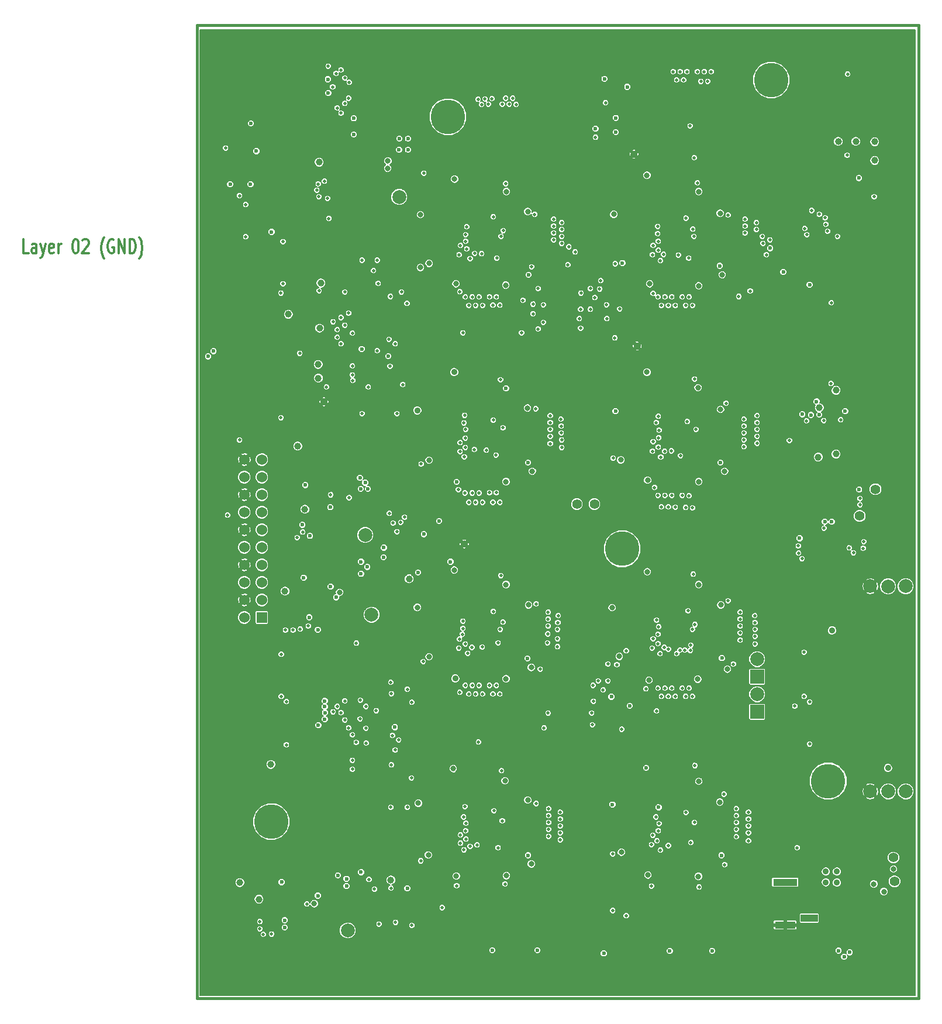
<source format=gbr>
G04 (created by PCBNEW-RS274X (2012-01-19 BZR 3256)-stable) date 05/03/2012 19:10:01*
G01*
G70*
G90*
%MOIN*%
G04 Gerber Fmt 3.4, Leading zero omitted, Abs format*
%FSLAX34Y34*%
G04 APERTURE LIST*
%ADD10C,0.009800*%
%ADD11C,0.012000*%
%ADD12C,0.015000*%
%ADD13R,0.060000X0.060000*%
%ADD14C,0.060000*%
%ADD15R,0.137800X0.039400*%
%ADD16R,0.118100X0.039400*%
%ADD17R,0.098400X0.039400*%
%ADD18R,0.078700X0.078700*%
%ADD19C,0.078700*%
%ADD20C,0.039400*%
%ADD21C,0.055000*%
%ADD22C,0.196900*%
%ADD23C,0.019700*%
%ADD24C,0.035400*%
%ADD25C,0.023600*%
%ADD26C,0.031500*%
%ADD27C,0.055100*%
%ADD28C,0.005900*%
G04 APERTURE END LIST*
G54D10*
G54D11*
X05631Y-22873D02*
X05345Y-22873D01*
X05345Y-22073D01*
X06088Y-22873D02*
X06088Y-22454D01*
X06059Y-22378D01*
X06002Y-22339D01*
X05888Y-22339D01*
X05831Y-22378D01*
X06088Y-22835D02*
X06031Y-22873D01*
X05888Y-22873D01*
X05831Y-22835D01*
X05802Y-22759D01*
X05802Y-22682D01*
X05831Y-22606D01*
X05888Y-22568D01*
X06031Y-22568D01*
X06088Y-22530D01*
X06317Y-22339D02*
X06460Y-22873D01*
X06602Y-22339D02*
X06460Y-22873D01*
X06402Y-23063D01*
X06374Y-23101D01*
X06317Y-23139D01*
X07059Y-22835D02*
X07002Y-22873D01*
X06888Y-22873D01*
X06831Y-22835D01*
X06802Y-22759D01*
X06802Y-22454D01*
X06831Y-22378D01*
X06888Y-22339D01*
X07002Y-22339D01*
X07059Y-22378D01*
X07088Y-22454D01*
X07088Y-22530D01*
X06802Y-22606D01*
X07345Y-22873D02*
X07345Y-22339D01*
X07345Y-22492D02*
X07373Y-22416D01*
X07402Y-22378D01*
X07459Y-22339D01*
X07516Y-22339D01*
X08287Y-22073D02*
X08344Y-22073D01*
X08401Y-22111D01*
X08430Y-22149D01*
X08459Y-22225D01*
X08487Y-22378D01*
X08487Y-22568D01*
X08459Y-22720D01*
X08430Y-22797D01*
X08401Y-22835D01*
X08344Y-22873D01*
X08287Y-22873D01*
X08230Y-22835D01*
X08201Y-22797D01*
X08173Y-22720D01*
X08144Y-22568D01*
X08144Y-22378D01*
X08173Y-22225D01*
X08201Y-22149D01*
X08230Y-22111D01*
X08287Y-22073D01*
X08715Y-22149D02*
X08744Y-22111D01*
X08801Y-22073D01*
X08944Y-22073D01*
X09001Y-22111D01*
X09030Y-22149D01*
X09058Y-22225D01*
X09058Y-22301D01*
X09030Y-22416D01*
X08687Y-22873D01*
X09058Y-22873D01*
X09943Y-23178D02*
X09915Y-23139D01*
X09858Y-23025D01*
X09829Y-22949D01*
X09800Y-22835D01*
X09772Y-22644D01*
X09772Y-22492D01*
X09800Y-22301D01*
X09829Y-22187D01*
X09858Y-22111D01*
X09915Y-21997D01*
X09943Y-21959D01*
X10486Y-22111D02*
X10429Y-22073D01*
X10343Y-22073D01*
X10258Y-22111D01*
X10200Y-22187D01*
X10172Y-22263D01*
X10143Y-22416D01*
X10143Y-22530D01*
X10172Y-22682D01*
X10200Y-22759D01*
X10258Y-22835D01*
X10343Y-22873D01*
X10400Y-22873D01*
X10486Y-22835D01*
X10515Y-22797D01*
X10515Y-22530D01*
X10400Y-22530D01*
X10772Y-22873D02*
X10772Y-22073D01*
X11115Y-22873D01*
X11115Y-22073D01*
X11401Y-22873D02*
X11401Y-22073D01*
X11544Y-22073D01*
X11629Y-22111D01*
X11687Y-22187D01*
X11715Y-22263D01*
X11744Y-22416D01*
X11744Y-22530D01*
X11715Y-22682D01*
X11687Y-22759D01*
X11629Y-22835D01*
X11544Y-22873D01*
X11401Y-22873D01*
X11944Y-23178D02*
X11972Y-23139D01*
X12029Y-23025D01*
X12058Y-22949D01*
X12087Y-22835D01*
X12115Y-22644D01*
X12115Y-22492D01*
X12087Y-22301D01*
X12058Y-22187D01*
X12029Y-22111D01*
X11972Y-21997D01*
X11944Y-21959D01*
G54D12*
X56358Y-09882D02*
X56358Y-11083D01*
X15236Y-09882D02*
X15236Y-11063D01*
X56358Y-65335D02*
X15236Y-65335D01*
X15236Y-09882D02*
X56358Y-09882D01*
X56358Y-65335D02*
X56358Y-11102D01*
X15236Y-18661D02*
X15236Y-11102D01*
X15236Y-65315D02*
X15236Y-65335D01*
X15236Y-18681D02*
X15236Y-65315D01*
G54D13*
X18935Y-43630D03*
G54D14*
X17935Y-43630D03*
X18935Y-42630D03*
X17935Y-42630D03*
X18935Y-41630D03*
X17935Y-41630D03*
X18935Y-40630D03*
X17935Y-40630D03*
X18935Y-39630D03*
X17935Y-39630D03*
X18935Y-38630D03*
X17935Y-38630D03*
X18935Y-37630D03*
X17935Y-37630D03*
X18935Y-36630D03*
X17935Y-36630D03*
X18935Y-35630D03*
X17935Y-35630D03*
X18935Y-34630D03*
X17935Y-34630D03*
G54D15*
X48761Y-58720D03*
G54D16*
X48761Y-61161D03*
G54D17*
X50139Y-60767D03*
G54D18*
X47165Y-47008D03*
G54D19*
X47165Y-46008D03*
G54D18*
X47169Y-49008D03*
G54D19*
X47169Y-48008D03*
X23829Y-61467D03*
X26762Y-19656D03*
X25187Y-43474D03*
X24823Y-38927D03*
G54D20*
X26289Y-58593D03*
X27323Y-41427D03*
X53868Y-16516D03*
X53868Y-17579D03*
X52795Y-16496D03*
X51791Y-16496D03*
G54D19*
X54634Y-53543D03*
X55630Y-53543D03*
X53622Y-53543D03*
X54630Y-41854D03*
X55630Y-41850D03*
X53622Y-41850D03*
G54D20*
X18770Y-59685D03*
X22205Y-17677D03*
X20256Y-42126D03*
X21388Y-37461D03*
X30472Y-39449D03*
X40325Y-28159D03*
X40148Y-17224D03*
X22470Y-31329D03*
X22156Y-29990D03*
X19449Y-52008D03*
X17677Y-58740D03*
X20974Y-33858D03*
X50650Y-34488D03*
X22224Y-27136D03*
X51663Y-34311D03*
X51663Y-30679D03*
X50709Y-31673D03*
G54D21*
X36892Y-37165D03*
X37892Y-37165D03*
G54D20*
X22303Y-24567D03*
X22146Y-29203D03*
G54D22*
X19469Y-55266D03*
X51220Y-52953D03*
X39469Y-39715D03*
X29547Y-15089D03*
X47972Y-12992D03*
G54D20*
X20443Y-26348D03*
G54D23*
X43043Y-45484D03*
X43358Y-45504D03*
X42575Y-45693D03*
X42764Y-45492D03*
G54D24*
X51083Y-58720D03*
X51713Y-58740D03*
X51713Y-58110D03*
X51083Y-58110D03*
G54D25*
X28169Y-38878D03*
G54D23*
X37106Y-27145D03*
G54D25*
X52982Y-36339D03*
X18307Y-15472D03*
G54D23*
X21093Y-28573D03*
X26319Y-52028D03*
G54D26*
X38898Y-43071D03*
G54D23*
X45315Y-57717D03*
X37776Y-49744D03*
G54D26*
X39311Y-45846D03*
G54D25*
X17126Y-18937D03*
G54D26*
X34291Y-46476D03*
X34291Y-57677D03*
G54D23*
X22195Y-25010D03*
G54D26*
X39429Y-57008D03*
X27854Y-54213D03*
X45098Y-42913D03*
G54D23*
X53031Y-36850D03*
X53031Y-37205D03*
X49980Y-32421D03*
G54D26*
X45079Y-31771D03*
G54D23*
X27481Y-61182D03*
G54D25*
X24173Y-15177D03*
G54D26*
X34350Y-35295D03*
G54D23*
X26260Y-25335D03*
X37106Y-26062D03*
X37815Y-47500D03*
G54D25*
X18287Y-18937D03*
G54D26*
X27972Y-20669D03*
G54D25*
X52972Y-18583D03*
X25866Y-40197D03*
G54D26*
X34094Y-20493D03*
G54D25*
X38464Y-12933D03*
G54D24*
X51437Y-44370D03*
G54D26*
X39390Y-34645D03*
G54D25*
X38425Y-62776D03*
G54D26*
X38996Y-20650D03*
G54D23*
X26378Y-50354D03*
G54D24*
X27795Y-31831D03*
G54D23*
X22717Y-12205D03*
G54D26*
X45472Y-46574D03*
G54D25*
X39094Y-31870D03*
G54D26*
X28465Y-45866D03*
G54D25*
X49587Y-39114D03*
G54D26*
X34134Y-42913D03*
G54D25*
X39488Y-23425D03*
G54D23*
X37835Y-48406D03*
X26319Y-47972D03*
G54D26*
X45059Y-20592D03*
X45039Y-54153D03*
G54D23*
X25611Y-61103D03*
G54D26*
X28465Y-23445D03*
X45315Y-35295D03*
G54D23*
X26181Y-27776D03*
G54D25*
X38917Y-54291D03*
G54D26*
X34094Y-54035D03*
G54D23*
X49724Y-40276D03*
X50965Y-32402D03*
G54D25*
X34134Y-24096D03*
G54D23*
X26240Y-29311D03*
X37125Y-25137D03*
X26556Y-61004D03*
G54D26*
X45177Y-24096D03*
G54D25*
X48661Y-23937D03*
G54D23*
X52323Y-12657D03*
X49508Y-39547D03*
X25295Y-23858D03*
G54D27*
X53917Y-36319D03*
G54D26*
X28425Y-57165D03*
X27795Y-43051D03*
G54D23*
X51929Y-32362D03*
G54D26*
X28465Y-34665D03*
X34075Y-31692D03*
G54D23*
X49528Y-39961D03*
G54D25*
X25886Y-39646D03*
X21319Y-41358D03*
X27835Y-41063D03*
X24173Y-16102D03*
X21407Y-36083D03*
X20059Y-58711D03*
G54D23*
X52421Y-39665D03*
G54D26*
X26102Y-18031D03*
G54D25*
X22835Y-37343D03*
G54D23*
X21496Y-59961D03*
G54D26*
X21919Y-59941D03*
X54390Y-59252D03*
G54D23*
X23907Y-36801D03*
X53209Y-39685D03*
G54D25*
X51810Y-62618D03*
X22126Y-59488D03*
X23169Y-42480D03*
G54D23*
X53248Y-39311D03*
X52657Y-39941D03*
G54D25*
X52125Y-62972D03*
G54D26*
X54941Y-57972D03*
G54D25*
X51417Y-38169D03*
X22854Y-41870D03*
G54D26*
X53819Y-58819D03*
G54D25*
X52440Y-62716D03*
G54D24*
X54626Y-52205D03*
G54D23*
X50984Y-38543D03*
G54D26*
X23366Y-42195D03*
X26122Y-17608D03*
G54D25*
X51024Y-38169D03*
G54D27*
X54996Y-58677D03*
G54D23*
X22854Y-36634D03*
X24094Y-29291D03*
X24094Y-27421D03*
X24094Y-29803D03*
X24114Y-30118D03*
X24094Y-52283D03*
X24094Y-51772D03*
X24094Y-50315D03*
X22992Y-26772D03*
X26201Y-37697D03*
X22972Y-13386D03*
G54D25*
X24587Y-58150D03*
X22520Y-48711D03*
G54D23*
X22992Y-49006D03*
X50276Y-20433D03*
G54D25*
X49744Y-32047D03*
G54D26*
X40886Y-18425D03*
X30000Y-24607D03*
G54D23*
X22067Y-19272D03*
X22185Y-19646D03*
G54D26*
X43839Y-24725D03*
G54D23*
X22500Y-18760D03*
X22146Y-18917D03*
G54D25*
X26752Y-16969D03*
G54D26*
X29921Y-18642D03*
X32874Y-19351D03*
G54D23*
X22677Y-19744D03*
G54D26*
X43839Y-19351D03*
G54D25*
X27264Y-16969D03*
G54D23*
X34311Y-23642D03*
G54D26*
X32835Y-24686D03*
G54D25*
X27264Y-16339D03*
X45039Y-23584D03*
X26772Y-16339D03*
G54D26*
X41043Y-24607D03*
G54D23*
X35787Y-44311D03*
X31909Y-36516D03*
X35256Y-44114D03*
X31516Y-37067D03*
X32106Y-37067D03*
X35236Y-44567D03*
X35807Y-43917D03*
X31319Y-36535D03*
X32303Y-36516D03*
X35787Y-44843D03*
X35256Y-43720D03*
X31122Y-37067D03*
X32500Y-37067D03*
X35217Y-45079D03*
X30925Y-36535D03*
X35827Y-43524D03*
X35787Y-45295D03*
X30512Y-36535D03*
X35256Y-43327D03*
X30728Y-37067D03*
G54D25*
X24626Y-28327D03*
G54D23*
X30610Y-21358D03*
X30453Y-32539D03*
X26969Y-30354D03*
X32697Y-21575D03*
X35020Y-49921D03*
X33740Y-27402D03*
X32638Y-55217D03*
X32677Y-32815D03*
X29213Y-60167D03*
X30394Y-27402D03*
X32677Y-43898D03*
X31280Y-50728D03*
G54D26*
X27972Y-23681D03*
G54D23*
X30807Y-23169D03*
X31457Y-22894D03*
X30217Y-25060D03*
X32126Y-20788D03*
X32835Y-18899D03*
X32323Y-23150D03*
X34488Y-20651D03*
X30492Y-32106D03*
X27205Y-25728D03*
X33819Y-25551D03*
X32569Y-21911D03*
X30551Y-21811D03*
X26634Y-32008D03*
X26890Y-25079D03*
X31063Y-22874D03*
X30551Y-32913D03*
X30472Y-34469D03*
X25571Y-24587D03*
X24646Y-32008D03*
X31043Y-34055D03*
X28012Y-34882D03*
X30138Y-36339D03*
X31732Y-34094D03*
X32126Y-32382D03*
X32539Y-30078D03*
X32283Y-34370D03*
X34547Y-31732D03*
G54D25*
X26142Y-28740D03*
G54D23*
X30256Y-22421D03*
X30236Y-33661D03*
X25512Y-28425D03*
X26535Y-28031D03*
X30531Y-33936D03*
X30610Y-22618D03*
X31516Y-25846D03*
X35374Y-32913D03*
X36004Y-33110D03*
X31909Y-25354D03*
X36004Y-32717D03*
X31319Y-25354D03*
X32106Y-25827D03*
X35374Y-33307D03*
X35374Y-32520D03*
X31122Y-25846D03*
X36024Y-33504D03*
X32303Y-25354D03*
X30925Y-25354D03*
X35984Y-32323D03*
X35374Y-33720D03*
X32500Y-25827D03*
X35374Y-32126D03*
X30728Y-25846D03*
X36024Y-33937D03*
X30531Y-25354D03*
X22618Y-30492D03*
X25000Y-30492D03*
X30236Y-34173D03*
X18012Y-20098D03*
X22756Y-20886D03*
X18012Y-21929D03*
X30177Y-22954D03*
X30531Y-33405D03*
X30551Y-22185D03*
X25512Y-23268D03*
X24646Y-23268D03*
X28169Y-18307D03*
X23445Y-14882D03*
X25453Y-48937D03*
G54D25*
X22520Y-49429D03*
G54D23*
X26634Y-38740D03*
X24882Y-50787D03*
X25354Y-59114D03*
X23445Y-12421D03*
X23445Y-49055D03*
X23445Y-26535D03*
X23445Y-28031D03*
X35571Y-21713D03*
X32047Y-14055D03*
X31850Y-14370D03*
X36024Y-21516D03*
X31654Y-14075D03*
X35571Y-21319D03*
X31457Y-14390D03*
X36024Y-21122D03*
X31260Y-14094D03*
X35571Y-20925D03*
G54D25*
X24823Y-35945D03*
X45079Y-34802D03*
X34114Y-34802D03*
X21240Y-38346D03*
X24528Y-35669D03*
G54D26*
X40925Y-35806D03*
X43839Y-35885D03*
G54D25*
X32854Y-30571D03*
G54D26*
X40886Y-29646D03*
G54D24*
X29902Y-29646D03*
G54D25*
X30039Y-35906D03*
X21673Y-38976D03*
X24980Y-36299D03*
G54D26*
X32854Y-35885D03*
G54D23*
X21260Y-38760D03*
G54D25*
X24567Y-36299D03*
G54D23*
X20945Y-39075D03*
G54D26*
X43799Y-30531D03*
G54D23*
X51378Y-30295D03*
X51398Y-25689D03*
X47047Y-44311D03*
X42894Y-36673D03*
X46201Y-44114D03*
X42500Y-37343D03*
X46199Y-44510D03*
X43091Y-37362D03*
X47044Y-43920D03*
X42303Y-36673D03*
X47047Y-44705D03*
X43287Y-36693D03*
X42106Y-37323D03*
X46201Y-43720D03*
X46201Y-44921D03*
X43484Y-37382D03*
X47028Y-43524D03*
X41909Y-36673D03*
X47047Y-45138D03*
X41516Y-36673D03*
X46201Y-43327D03*
X41713Y-37323D03*
X37028Y-26594D03*
X41496Y-21340D03*
X39055Y-27697D03*
X41417Y-32519D03*
X39075Y-23466D03*
X41654Y-23288D03*
X42677Y-22972D03*
X41240Y-25159D03*
X43110Y-20867D03*
X43760Y-18859D03*
X45512Y-20690D03*
X43268Y-23150D03*
X41535Y-32165D03*
X43563Y-21909D03*
X46122Y-25335D03*
X39331Y-26043D03*
X41575Y-32952D03*
X37657Y-26063D03*
X41831Y-22933D03*
X41890Y-34154D03*
X41496Y-21752D03*
X38583Y-25807D03*
X38957Y-34547D03*
X41673Y-34487D03*
X42283Y-34134D03*
X41319Y-36220D03*
X43188Y-32461D03*
X43602Y-30039D03*
X45394Y-31417D03*
X42795Y-34409D03*
X38189Y-24902D03*
X37657Y-24882D03*
X41240Y-22421D03*
X41240Y-33602D03*
X41535Y-33917D03*
X37913Y-25394D03*
X41535Y-22697D03*
X42500Y-25846D03*
X47165Y-32913D03*
X42894Y-25354D03*
X46417Y-33110D03*
X42303Y-25354D03*
X46417Y-32717D03*
X47165Y-33307D03*
X43091Y-25846D03*
X42106Y-25846D03*
X47165Y-32520D03*
X46417Y-33504D03*
X43287Y-25354D03*
X41909Y-25354D03*
X46417Y-32323D03*
X47165Y-33701D03*
X43484Y-25846D03*
X47165Y-32126D03*
X41713Y-25846D03*
X41516Y-25354D03*
X46417Y-33898D03*
G54D25*
X27224Y-59075D03*
X22156Y-49774D03*
G54D23*
X27067Y-37913D03*
X23878Y-49921D03*
X24547Y-48346D03*
X34390Y-26319D03*
X23878Y-26280D03*
X24528Y-49409D03*
X23878Y-14035D03*
X23917Y-13130D03*
X34390Y-25768D03*
X25039Y-58563D03*
X24862Y-48701D03*
X23169Y-12618D03*
X23228Y-48701D03*
G54D25*
X22530Y-49055D03*
G54D23*
X23228Y-27224D03*
X23228Y-27657D03*
X23228Y-14587D03*
X26417Y-38248D03*
X34685Y-24882D03*
X24862Y-49941D03*
X34685Y-27185D03*
X41535Y-22186D03*
X41201Y-34153D03*
X38248Y-24429D03*
X41201Y-22953D03*
X36378Y-23524D03*
G54D25*
X39763Y-13386D03*
G54D23*
X41555Y-33385D03*
X49882Y-21457D03*
X38602Y-26594D03*
X46772Y-25020D03*
X43346Y-15610D03*
X43583Y-17421D03*
X46476Y-21713D03*
X43169Y-12520D03*
X42972Y-12992D03*
X47126Y-21516D03*
X46476Y-21319D03*
X42776Y-12520D03*
X42579Y-12992D03*
X47126Y-21122D03*
X46476Y-20925D03*
X42382Y-12520D03*
G54D26*
X43839Y-52972D03*
G54D25*
X23760Y-58937D03*
G54D23*
X19016Y-61693D03*
G54D25*
X45138Y-57185D03*
G54D23*
X19489Y-61672D03*
X18819Y-60965D03*
G54D26*
X32795Y-52933D03*
G54D23*
X18819Y-61378D03*
G54D25*
X23760Y-58524D03*
X23268Y-58327D03*
G54D26*
X32874Y-58346D03*
G54D25*
X20236Y-60886D03*
X34114Y-57185D03*
G54D26*
X40945Y-58307D03*
X30020Y-58366D03*
G54D25*
X20236Y-61299D03*
X40846Y-52205D03*
G54D26*
X29843Y-52244D03*
X43819Y-58386D03*
G54D23*
X50157Y-48445D03*
X50157Y-50846D03*
G54D25*
X44606Y-62638D03*
X42185Y-62638D03*
G54D23*
X35256Y-49075D03*
X41437Y-43779D03*
X41398Y-55000D03*
X39449Y-50000D03*
X43593Y-55315D03*
X43622Y-44035D03*
X49006Y-33543D03*
X43504Y-21496D03*
X43681Y-32913D03*
X41634Y-45689D03*
X39705Y-45531D03*
X40827Y-47697D03*
X42106Y-45437D03*
X43524Y-41161D03*
X43228Y-43248D03*
X43386Y-45209D03*
X45512Y-42677D03*
X41575Y-55374D03*
X37736Y-49075D03*
G54D25*
X38858Y-48150D03*
G54D23*
X41555Y-44154D03*
X41870Y-45335D03*
X41240Y-44842D03*
X38661Y-47244D03*
X38110Y-47244D03*
X41220Y-56043D03*
X41654Y-56890D03*
X38937Y-57106D03*
X42106Y-56634D03*
X41142Y-58937D03*
X43622Y-52067D03*
X43110Y-54744D03*
X45276Y-53701D03*
X43386Y-56457D03*
G54D25*
X41555Y-54449D03*
G54D23*
X43484Y-44311D03*
X45811Y-46287D03*
G54D25*
X39902Y-48661D03*
G54D23*
X38386Y-47756D03*
X41516Y-45118D03*
X41457Y-56358D03*
X45984Y-55315D03*
X42500Y-48130D03*
X42894Y-47657D03*
X46673Y-55512D03*
X46673Y-55118D03*
X42303Y-47657D03*
X45984Y-55709D03*
X43091Y-48130D03*
X45984Y-54921D03*
X42106Y-48130D03*
X43287Y-47657D03*
X46673Y-55906D03*
X46673Y-54724D03*
X41909Y-47657D03*
X43484Y-48130D03*
X45984Y-56122D03*
X45984Y-54528D03*
X41713Y-48130D03*
X41516Y-47657D03*
X46673Y-56358D03*
G54D25*
X29685Y-40453D03*
G54D23*
X26850Y-38209D03*
G54D25*
X29035Y-38130D03*
G54D23*
X26299Y-59055D03*
G54D25*
X22520Y-48386D03*
G54D23*
X23661Y-14331D03*
X23661Y-49469D03*
X23661Y-25079D03*
X34980Y-26811D03*
X23661Y-48386D03*
X34980Y-25807D03*
X23661Y-26969D03*
X23661Y-12874D03*
X41516Y-44587D03*
X41142Y-56575D03*
X49311Y-48681D03*
X39173Y-46319D03*
X41437Y-48957D03*
X38661Y-46280D03*
X41181Y-45374D03*
X53839Y-19646D03*
X38937Y-60335D03*
X41535Y-55787D03*
X49843Y-45610D03*
X49843Y-48130D03*
G54D26*
X43839Y-41752D03*
G54D23*
X21122Y-44291D03*
G54D26*
X29902Y-40925D03*
G54D25*
X24941Y-40748D03*
G54D26*
X32854Y-41752D03*
G54D25*
X21634Y-43622D03*
X34075Y-45964D03*
G54D23*
X20276Y-44350D03*
G54D26*
X32854Y-47126D03*
G54D25*
X24587Y-40453D03*
G54D23*
X20709Y-44350D03*
G54D26*
X40906Y-41024D03*
X43780Y-47145D03*
G54D24*
X29961Y-47106D03*
G54D26*
X41004Y-47205D03*
G54D25*
X22126Y-44331D03*
G54D23*
X21575Y-44114D03*
G54D25*
X45157Y-45944D03*
X24587Y-41142D03*
X34646Y-62598D03*
X32067Y-62598D03*
G54D23*
X24311Y-50748D03*
X30394Y-43838D03*
X27461Y-52776D03*
X30433Y-55000D03*
X28130Y-46142D03*
X30669Y-45669D03*
X31496Y-45315D03*
X30217Y-47894D03*
X32559Y-41240D03*
X32126Y-43287D03*
X32402Y-45078D03*
X34567Y-42854D03*
X26280Y-54449D03*
X26280Y-47323D03*
X27224Y-47717D03*
X30394Y-44252D03*
X30453Y-56870D03*
X30906Y-45335D03*
X30571Y-55354D03*
X27224Y-54449D03*
X26535Y-51181D03*
X30571Y-56260D03*
X30531Y-45137D03*
X26732Y-50610D03*
X30807Y-56673D03*
X27992Y-57500D03*
X31201Y-56594D03*
X30039Y-58917D03*
X32165Y-54646D03*
X32598Y-52362D03*
X32402Y-56752D03*
X34567Y-54232D03*
X34803Y-46575D03*
X27480Y-48465D03*
X32520Y-44311D03*
X30512Y-54409D03*
X30197Y-44862D03*
X30256Y-56023D03*
G54D25*
X26516Y-49882D03*
G54D23*
X35276Y-55315D03*
X31516Y-47992D03*
X35945Y-55512D03*
X31909Y-47500D03*
X31319Y-47500D03*
X35945Y-55118D03*
X32106Y-47992D03*
X35276Y-55709D03*
X31122Y-47992D03*
X35276Y-54921D03*
X35945Y-55906D03*
X32303Y-47500D03*
X35945Y-54724D03*
X30925Y-47500D03*
X32500Y-47992D03*
X35276Y-56102D03*
X30728Y-47992D03*
X35276Y-54528D03*
X35945Y-56299D03*
X30531Y-47500D03*
X32795Y-58819D03*
X30256Y-56496D03*
X30551Y-55787D03*
X30157Y-45374D03*
X16978Y-37795D03*
X30364Y-44587D03*
X24321Y-45098D03*
X16870Y-16870D03*
G54D25*
X50157Y-24665D03*
G54D23*
X51043Y-20846D03*
G54D25*
X50709Y-32067D03*
G54D27*
X53016Y-37846D03*
X54937Y-57315D03*
G54D25*
X39114Y-15965D03*
X39114Y-15157D03*
G54D23*
X38523Y-14291D03*
X50000Y-21811D03*
X39705Y-60630D03*
X51752Y-21909D03*
X52303Y-17283D03*
X49449Y-56752D03*
X43858Y-58996D03*
G54D25*
X37953Y-15768D03*
X19488Y-21654D03*
X18622Y-17047D03*
G54D23*
X37953Y-16260D03*
G54D25*
X50551Y-31319D03*
G54D23*
X51083Y-21220D03*
X17657Y-33514D03*
X17657Y-19587D03*
X51181Y-21614D03*
G54D25*
X52185Y-31870D03*
X50236Y-32087D03*
G54D23*
X50709Y-20650D03*
G54D25*
X15866Y-28750D03*
X16181Y-28445D03*
G54D23*
X16122Y-33071D03*
G54D25*
X29252Y-39606D03*
X55236Y-22008D03*
G54D23*
X45138Y-20118D03*
X49980Y-33937D03*
X51870Y-55827D03*
G54D26*
X54350Y-60472D03*
G54D23*
X54921Y-31063D03*
G54D24*
X31416Y-55984D03*
G54D23*
X54961Y-19843D03*
G54D24*
X42026Y-55985D03*
G54D25*
X51457Y-37480D03*
G54D23*
X43740Y-22500D03*
G54D26*
X39587Y-29862D03*
G54D23*
X30020Y-64449D03*
G54D25*
X51496Y-60531D03*
G54D26*
X28150Y-53031D03*
G54D24*
X39587Y-19429D03*
G54D23*
X43484Y-22156D03*
X43367Y-11005D03*
X54980Y-20236D03*
G54D24*
X31416Y-44785D03*
X28346Y-41339D03*
G54D25*
X55433Y-46693D03*
G54D24*
X42401Y-32835D03*
G54D26*
X39587Y-30630D03*
G54D25*
X33838Y-19863D03*
G54D24*
X31417Y-21635D03*
G54D25*
X51890Y-40453D03*
G54D24*
X28602Y-18642D03*
G54D23*
X16142Y-28937D03*
X32756Y-22500D03*
X16535Y-25197D03*
X32441Y-11043D03*
X16535Y-32087D03*
G54D25*
X51004Y-37480D03*
X23504Y-38602D03*
G54D23*
X32717Y-55709D03*
X41417Y-64016D03*
G54D25*
X24094Y-37953D03*
X23130Y-61201D03*
G54D23*
X39646Y-64016D03*
X16535Y-32480D03*
X53150Y-55079D03*
G54D24*
X42402Y-22007D03*
G54D26*
X28780Y-52303D03*
G54D23*
X32766Y-56102D03*
X16083Y-22047D03*
G54D24*
X42027Y-21633D03*
G54D23*
X29626Y-64449D03*
G54D24*
X42775Y-33583D03*
G54D23*
X43671Y-55709D03*
G54D24*
X48760Y-60335D03*
X31418Y-22009D03*
X53622Y-43012D03*
X42774Y-44786D03*
G54D26*
X40098Y-41043D03*
G54D24*
X42774Y-44412D03*
G54D25*
X22146Y-35020D03*
G54D23*
X24882Y-50354D03*
G54D24*
X39488Y-18583D03*
G54D23*
X28895Y-11397D03*
G54D25*
X39783Y-35453D03*
G54D24*
X28268Y-30197D03*
X39331Y-19016D03*
G54D25*
X50433Y-36909D03*
G54D23*
X40236Y-64016D03*
G54D24*
X31790Y-55610D03*
G54D23*
X31004Y-64429D03*
G54D25*
X23622Y-40296D03*
G54D23*
X43701Y-33307D03*
X16555Y-23228D03*
G54D25*
X24390Y-18465D03*
G54D23*
X39055Y-64016D03*
G54D25*
X33640Y-53189D03*
G54D24*
X42026Y-44786D03*
G54D23*
X30669Y-11398D03*
G54D26*
X39626Y-52677D03*
G54D25*
X22549Y-16626D03*
G54D24*
X31042Y-44785D03*
G54D25*
X22106Y-61594D03*
G54D23*
X32766Y-22106D03*
X40433Y-64429D03*
G54D25*
X50768Y-60039D03*
X21122Y-19213D03*
G54D23*
X39037Y-11359D03*
X54921Y-31850D03*
G54D24*
X40138Y-18583D03*
X42026Y-55237D03*
G54D25*
X22894Y-38346D03*
G54D24*
X42400Y-44786D03*
G54D25*
X39783Y-24251D03*
G54D24*
X47933Y-61791D03*
G54D26*
X39390Y-41850D03*
G54D24*
X31417Y-44411D03*
G54D23*
X45118Y-56791D03*
G54D24*
X29134Y-18642D03*
G54D25*
X20846Y-40630D03*
G54D23*
X24606Y-29547D03*
G54D24*
X42774Y-44038D03*
G54D23*
X40415Y-11024D03*
X41399Y-11340D03*
G54D25*
X44821Y-53465D03*
G54D23*
X30276Y-11397D03*
G54D24*
X42774Y-55237D03*
G54D23*
X55157Y-23189D03*
X55335Y-30866D03*
G54D25*
X28798Y-57854D03*
G54D23*
X55354Y-33622D03*
G54D24*
X42400Y-55985D03*
X29094Y-29764D03*
G54D23*
X24724Y-27776D03*
G54D25*
X55394Y-49449D03*
X26260Y-19193D03*
G54D24*
X42774Y-55611D03*
G54D25*
X24665Y-19724D03*
G54D23*
X35472Y-25137D03*
G54D24*
X42401Y-55611D03*
X28602Y-30551D03*
G54D23*
X40021Y-11044D03*
G54D24*
X53622Y-52343D03*
X42027Y-33209D03*
G54D25*
X28799Y-24253D03*
X44213Y-25257D03*
G54D23*
X24724Y-25335D03*
G54D25*
X40057Y-46912D03*
G54D23*
X16535Y-24606D03*
G54D26*
X54941Y-60512D03*
G54D23*
X31791Y-64390D03*
X41596Y-11005D03*
X16516Y-21850D03*
G54D25*
X40058Y-24507D03*
G54D23*
X41202Y-11005D03*
X29882Y-11397D03*
X39193Y-60768D03*
X40808Y-11005D03*
X16535Y-19882D03*
X55335Y-33228D03*
G54D24*
X31043Y-33580D03*
X31417Y-33580D03*
G54D25*
X16161Y-45354D03*
G54D24*
X42027Y-33583D03*
G54D23*
X41220Y-64429D03*
G54D24*
X42401Y-44412D03*
G54D23*
X35452Y-26062D03*
X28502Y-11397D03*
X33817Y-11003D03*
X27165Y-12008D03*
X16122Y-31890D03*
G54D24*
X42026Y-44412D03*
G54D23*
X44921Y-31003D03*
X27481Y-59390D03*
X41989Y-11005D03*
G54D24*
X31417Y-32832D03*
G54D25*
X28798Y-46655D03*
G54D26*
X28406Y-52618D03*
G54D23*
X32185Y-64409D03*
G54D24*
X42026Y-55611D03*
X31042Y-44037D03*
G54D23*
X31594Y-64075D03*
X54921Y-31457D03*
G54D25*
X22106Y-61220D03*
G54D24*
X31791Y-32832D03*
G54D23*
X32244Y-11398D03*
X30079Y-11023D03*
G54D25*
X44624Y-53190D03*
G54D26*
X39626Y-52244D03*
G54D23*
X39234Y-11044D03*
X30866Y-11004D03*
G54D25*
X34035Y-34350D03*
G54D23*
X16535Y-28150D03*
X31063Y-11397D03*
G54D24*
X31791Y-21635D03*
G54D25*
X39782Y-57855D03*
G54D23*
X16517Y-21458D03*
G54D24*
X31418Y-33206D03*
G54D23*
X34055Y-45531D03*
X41005Y-11340D03*
G54D24*
X42400Y-55237D03*
X42774Y-55985D03*
X31043Y-22009D03*
X31790Y-44411D03*
G54D23*
X51929Y-33937D03*
G54D26*
X29114Y-58110D03*
G54D23*
X43564Y-11340D03*
X39173Y-14744D03*
G54D25*
X25236Y-19173D03*
X54390Y-63583D03*
G54D23*
X25611Y-59449D03*
G54D25*
X54881Y-39843D03*
G54D23*
X16220Y-23425D03*
X44745Y-11339D03*
X36299Y-49744D03*
G54D24*
X42775Y-32835D03*
G54D23*
X42186Y-11340D03*
X42008Y-64429D03*
X41793Y-11340D03*
X16122Y-32677D03*
X54921Y-33031D03*
X29685Y-11043D03*
G54D25*
X20137Y-35666D03*
G54D24*
X42401Y-21633D03*
G54D25*
X29074Y-24509D03*
G54D23*
X33563Y-64390D03*
G54D25*
X55512Y-45315D03*
X21260Y-40650D03*
G54D26*
X39587Y-41319D03*
G54D24*
X31791Y-33206D03*
G54D23*
X40218Y-11339D03*
G54D24*
X42026Y-44038D03*
G54D25*
X22421Y-39016D03*
X40058Y-35709D03*
G54D24*
X31043Y-21635D03*
G54D25*
X22509Y-16213D03*
X33425Y-35865D03*
X33837Y-42265D03*
G54D23*
X28108Y-11397D03*
G54D25*
X33837Y-53464D03*
G54D23*
X16496Y-21063D03*
X20945Y-12933D03*
G54D24*
X42775Y-21633D03*
G54D23*
X30472Y-11023D03*
G54D24*
X48780Y-61791D03*
X31043Y-33206D03*
G54D25*
X44821Y-42266D03*
G54D23*
X49469Y-16516D03*
G54D25*
X22854Y-37953D03*
G54D24*
X42027Y-22381D03*
G54D25*
X55453Y-48071D03*
G54D23*
X41024Y-64016D03*
X39252Y-64370D03*
X54921Y-32244D03*
X41811Y-64016D03*
G54D25*
X33641Y-30785D03*
G54D24*
X31417Y-22383D03*
X28012Y-41752D03*
G54D23*
X33620Y-11397D03*
G54D25*
X28799Y-35450D03*
G54D26*
X39567Y-53110D03*
G54D23*
X16535Y-30906D03*
G54D24*
X31043Y-22383D03*
X42402Y-33209D03*
G54D23*
X54921Y-33425D03*
G54D25*
X51160Y-61161D03*
X54980Y-19449D03*
X33465Y-47047D03*
G54D23*
X34744Y-64429D03*
X20256Y-27657D03*
X43730Y-33701D03*
X43740Y-44508D03*
X16535Y-32874D03*
X32776Y-44902D03*
X54921Y-33819D03*
G54D25*
X54074Y-39765D03*
X22126Y-40689D03*
G54D23*
X43386Y-63819D03*
G54D25*
X44625Y-19586D03*
G54D23*
X41614Y-64429D03*
G54D26*
X55413Y-61024D03*
G54D25*
X54390Y-62205D03*
G54D23*
X55335Y-31260D03*
X16122Y-33465D03*
G54D25*
X54311Y-62992D03*
G54D23*
X16122Y-31102D03*
G54D25*
X22421Y-37776D03*
G54D24*
X28524Y-29724D03*
G54D23*
X54154Y-55827D03*
X55335Y-31654D03*
G54D24*
X31791Y-22009D03*
G54D25*
X22450Y-17000D03*
X44764Y-63819D03*
G54D23*
X32746Y-33701D03*
X55906Y-16516D03*
G54D25*
X55354Y-25157D03*
X16102Y-50866D03*
G54D23*
X26556Y-59410D03*
G54D25*
X40057Y-58111D03*
G54D23*
X25876Y-19547D03*
X43760Y-44902D03*
G54D25*
X54488Y-39804D03*
X22638Y-61201D03*
G54D24*
X31416Y-44037D03*
G54D25*
X16122Y-33858D03*
G54D23*
X32726Y-44508D03*
G54D25*
X45138Y-45551D03*
G54D23*
X43583Y-64213D03*
G54D25*
X27618Y-39626D03*
G54D24*
X42027Y-32835D03*
X31790Y-44785D03*
G54D23*
X55335Y-30472D03*
X50965Y-33917D03*
X44980Y-58071D03*
X31398Y-64429D03*
G54D24*
X28366Y-19193D03*
G54D25*
X51230Y-36801D03*
X22106Y-62008D03*
X45039Y-23169D03*
G54D23*
X55335Y-32441D03*
X22648Y-61604D03*
G54D24*
X31043Y-32832D03*
G54D23*
X16535Y-31299D03*
X34941Y-64035D03*
G54D25*
X33838Y-24411D03*
G54D23*
X20571Y-25010D03*
G54D24*
X31416Y-55236D03*
G54D25*
X33523Y-24686D03*
X34035Y-23307D03*
G54D24*
X27815Y-42303D03*
G54D23*
X16122Y-32284D03*
G54D25*
X25866Y-19193D03*
G54D23*
X40612Y-11340D03*
G54D25*
X54743Y-61043D03*
G54D23*
X16535Y-33268D03*
G54D25*
X44409Y-47165D03*
G54D23*
X43760Y-56102D03*
G54D25*
X19743Y-35745D03*
X33957Y-47086D03*
X50965Y-60551D03*
X55610Y-50827D03*
X45000Y-35865D03*
X22165Y-42972D03*
X33838Y-31060D03*
G54D23*
X16536Y-30513D03*
X16535Y-33661D03*
G54D25*
X17047Y-35138D03*
G54D24*
X31042Y-55610D03*
G54D23*
X54921Y-30276D03*
G54D25*
X16063Y-48110D03*
G54D23*
X31988Y-64035D03*
G54D25*
X44625Y-30788D03*
G54D24*
X31042Y-55236D03*
X42775Y-33209D03*
X31790Y-44037D03*
G54D25*
X16122Y-49488D03*
G54D23*
X44626Y-58287D03*
G54D25*
X29074Y-35706D03*
G54D23*
X16102Y-30709D03*
X36201Y-47500D03*
G54D25*
X55413Y-28898D03*
X39782Y-46656D03*
G54D24*
X31791Y-22383D03*
G54D23*
X49587Y-17185D03*
G54D25*
X20551Y-41733D03*
G54D23*
X18858Y-58878D03*
X54921Y-32638D03*
G54D25*
X55354Y-28110D03*
G54D23*
X16122Y-31496D03*
X52579Y-55217D03*
X33366Y-64035D03*
G54D25*
X44624Y-41991D03*
X33897Y-35629D03*
G54D24*
X31790Y-55984D03*
G54D23*
X35413Y-27145D03*
X32726Y-33307D03*
G54D25*
X33641Y-19588D03*
G54D24*
X31790Y-55236D03*
G54D23*
X42205Y-64016D03*
X40630Y-64016D03*
X16516Y-20276D03*
G54D25*
X16161Y-46732D03*
G54D23*
X40039Y-64429D03*
X36220Y-48406D03*
X39627Y-11339D03*
X33543Y-58287D03*
X51870Y-19390D03*
G54D27*
X51177Y-56524D03*
G54D23*
X54980Y-21811D03*
X16535Y-29134D03*
G54D26*
X40079Y-29724D03*
G54D25*
X33956Y-58051D03*
G54D23*
X16535Y-31693D03*
X40827Y-64429D03*
G54D25*
X55354Y-24567D03*
X24449Y-15650D03*
G54D23*
X54961Y-21024D03*
X54961Y-21417D03*
X53799Y-55197D03*
X24823Y-52028D03*
G54D25*
X21693Y-40650D03*
G54D23*
X17126Y-16713D03*
X29232Y-64429D03*
G54D25*
X33640Y-41990D03*
G54D24*
X31417Y-55610D03*
G54D23*
X24823Y-47972D03*
G54D24*
X42027Y-22007D03*
G54D25*
X53681Y-39784D03*
X29073Y-46911D03*
G54D24*
X31042Y-44411D03*
X31042Y-55984D03*
G54D23*
X31201Y-64075D03*
G54D25*
X44665Y-24410D03*
G54D23*
X55335Y-32047D03*
G54D25*
X45058Y-34330D03*
G54D23*
X55335Y-32835D03*
G54D24*
X47933Y-60335D03*
X42401Y-33583D03*
X31791Y-33580D03*
X42775Y-22381D03*
G54D23*
X54921Y-30669D03*
X30807Y-64075D03*
X34114Y-56791D03*
G54D25*
X44822Y-46830D03*
G54D23*
X16535Y-19488D03*
G54D24*
X42400Y-44038D03*
X42775Y-22007D03*
G54D25*
X44448Y-35865D03*
G54D23*
X55886Y-17244D03*
X16102Y-30315D03*
G54D24*
X42401Y-22381D03*
G54D25*
X22717Y-13740D03*
X22697Y-12953D03*
G54D23*
X20020Y-32244D03*
X20020Y-25138D03*
X43760Y-12520D03*
X47461Y-21909D03*
X47894Y-22106D03*
X43957Y-13071D03*
X44154Y-12520D03*
X47500Y-22303D03*
G54D25*
X47913Y-22579D03*
G54D23*
X44350Y-13071D03*
X44547Y-12520D03*
X47697Y-22953D03*
X20335Y-50886D03*
X20335Y-48425D03*
X20039Y-45728D03*
X20039Y-48130D03*
X33425Y-14390D03*
X36791Y-22795D03*
X32638Y-14370D03*
X36024Y-21909D03*
X32835Y-14035D03*
X35571Y-22106D03*
X36024Y-22303D03*
X33031Y-14370D03*
X33228Y-14035D03*
X36437Y-22500D03*
X20138Y-24606D03*
X20138Y-22205D03*
G54D10*
G36*
X56172Y-65172D02*
X56111Y-65172D01*
X56111Y-53639D01*
X56111Y-53448D01*
X56111Y-41946D01*
X56111Y-41755D01*
X56038Y-41578D01*
X55903Y-41443D01*
X55726Y-41369D01*
X55535Y-41369D01*
X55358Y-41442D01*
X55223Y-41577D01*
X55149Y-41754D01*
X55149Y-41945D01*
X55222Y-42122D01*
X55357Y-42257D01*
X55534Y-42331D01*
X55725Y-42331D01*
X55902Y-42258D01*
X56037Y-42123D01*
X56111Y-41946D01*
X56111Y-53448D01*
X56038Y-53271D01*
X55903Y-53136D01*
X55726Y-53062D01*
X55535Y-53062D01*
X55358Y-53135D01*
X55223Y-53270D01*
X55149Y-53447D01*
X55149Y-53638D01*
X55222Y-53815D01*
X55357Y-53950D01*
X55534Y-54024D01*
X55725Y-54024D01*
X55902Y-53951D01*
X56037Y-53816D01*
X56111Y-53639D01*
X56111Y-65172D01*
X55359Y-65172D01*
X55359Y-58749D01*
X55359Y-58605D01*
X55304Y-58472D01*
X55300Y-58467D01*
X55300Y-57387D01*
X55300Y-57243D01*
X55245Y-57110D01*
X55143Y-57007D01*
X55115Y-56995D01*
X55115Y-53639D01*
X55115Y-53448D01*
X55111Y-53438D01*
X55111Y-41950D01*
X55111Y-41759D01*
X55038Y-41582D01*
X54903Y-41447D01*
X54726Y-41373D01*
X54535Y-41373D01*
X54358Y-41446D01*
X54280Y-41524D01*
X54280Y-36391D01*
X54280Y-36247D01*
X54225Y-36114D01*
X54152Y-36040D01*
X54152Y-17636D01*
X54152Y-17523D01*
X54152Y-16573D01*
X54152Y-16460D01*
X54109Y-16356D01*
X54029Y-16276D01*
X53925Y-16232D01*
X53812Y-16232D01*
X53708Y-16275D01*
X53628Y-16355D01*
X53584Y-16459D01*
X53584Y-16572D01*
X53627Y-16676D01*
X53707Y-16756D01*
X53811Y-16800D01*
X53924Y-16800D01*
X54028Y-16757D01*
X54108Y-16677D01*
X54152Y-16573D01*
X54152Y-17523D01*
X54109Y-17419D01*
X54029Y-17339D01*
X53925Y-17295D01*
X53812Y-17295D01*
X53708Y-17338D01*
X53628Y-17418D01*
X53584Y-17522D01*
X53584Y-17635D01*
X53627Y-17739D01*
X53707Y-17819D01*
X53811Y-17863D01*
X53924Y-17863D01*
X54028Y-17820D01*
X54108Y-17740D01*
X54152Y-17636D01*
X54152Y-36040D01*
X54123Y-36011D01*
X54024Y-35970D01*
X54024Y-19683D01*
X54024Y-19609D01*
X53996Y-19541D01*
X53944Y-19489D01*
X53876Y-19461D01*
X53802Y-19461D01*
X53734Y-19489D01*
X53682Y-19541D01*
X53654Y-19609D01*
X53654Y-19683D01*
X53682Y-19751D01*
X53734Y-19803D01*
X53802Y-19831D01*
X53876Y-19831D01*
X53944Y-19803D01*
X53996Y-19751D01*
X54024Y-19683D01*
X54024Y-35970D01*
X53989Y-35956D01*
X53845Y-35956D01*
X53712Y-36011D01*
X53609Y-36113D01*
X53554Y-36247D01*
X53554Y-36391D01*
X53609Y-36524D01*
X53711Y-36627D01*
X53845Y-36682D01*
X53989Y-36682D01*
X54122Y-36627D01*
X54225Y-36525D01*
X54280Y-36391D01*
X54280Y-41524D01*
X54223Y-41581D01*
X54149Y-41758D01*
X54149Y-41949D01*
X54222Y-42126D01*
X54357Y-42261D01*
X54534Y-42335D01*
X54725Y-42335D01*
X54902Y-42262D01*
X55037Y-42127D01*
X55111Y-41950D01*
X55111Y-53438D01*
X55042Y-53271D01*
X54907Y-53136D01*
X54891Y-53129D01*
X54891Y-52258D01*
X54891Y-52153D01*
X54851Y-52056D01*
X54777Y-51981D01*
X54679Y-51940D01*
X54574Y-51940D01*
X54477Y-51980D01*
X54402Y-52054D01*
X54361Y-52152D01*
X54361Y-52257D01*
X54401Y-52354D01*
X54475Y-52429D01*
X54573Y-52470D01*
X54678Y-52470D01*
X54775Y-52430D01*
X54850Y-52356D01*
X54891Y-52258D01*
X54891Y-53129D01*
X54730Y-53062D01*
X54539Y-53062D01*
X54362Y-53135D01*
X54227Y-53270D01*
X54153Y-53447D01*
X54153Y-53638D01*
X54226Y-53815D01*
X54361Y-53950D01*
X54538Y-54024D01*
X54729Y-54024D01*
X54906Y-53951D01*
X55041Y-53816D01*
X55115Y-53639D01*
X55115Y-56995D01*
X55009Y-56952D01*
X54865Y-56952D01*
X54732Y-57007D01*
X54629Y-57109D01*
X54574Y-57243D01*
X54574Y-57387D01*
X54629Y-57520D01*
X54731Y-57623D01*
X54865Y-57678D01*
X55009Y-57678D01*
X55142Y-57623D01*
X55245Y-57521D01*
X55300Y-57387D01*
X55300Y-58467D01*
X55202Y-58369D01*
X55185Y-58362D01*
X55185Y-58021D01*
X55185Y-57924D01*
X55148Y-57834D01*
X55080Y-57766D01*
X54990Y-57728D01*
X54893Y-57728D01*
X54803Y-57765D01*
X54735Y-57833D01*
X54697Y-57923D01*
X54697Y-58020D01*
X54734Y-58110D01*
X54802Y-58178D01*
X54892Y-58216D01*
X54989Y-58216D01*
X55079Y-58179D01*
X55147Y-58111D01*
X55185Y-58021D01*
X55185Y-58362D01*
X55068Y-58314D01*
X54924Y-58314D01*
X54791Y-58369D01*
X54688Y-58471D01*
X54633Y-58605D01*
X54633Y-58749D01*
X54688Y-58882D01*
X54790Y-58985D01*
X54924Y-59040D01*
X55068Y-59040D01*
X55201Y-58985D01*
X55304Y-58883D01*
X55359Y-58749D01*
X55359Y-65172D01*
X54634Y-65172D01*
X54634Y-59301D01*
X54634Y-59204D01*
X54597Y-59114D01*
X54529Y-59046D01*
X54439Y-59008D01*
X54342Y-59008D01*
X54252Y-59045D01*
X54184Y-59113D01*
X54146Y-59203D01*
X54146Y-59300D01*
X54183Y-59390D01*
X54251Y-59458D01*
X54341Y-59496D01*
X54438Y-59496D01*
X54528Y-59459D01*
X54596Y-59391D01*
X54634Y-59301D01*
X54634Y-65172D01*
X54104Y-65172D01*
X54104Y-53588D01*
X54104Y-41895D01*
X54084Y-41707D01*
X54051Y-41624D01*
X53993Y-41576D01*
X53896Y-41673D01*
X53896Y-41479D01*
X53848Y-41421D01*
X53667Y-41368D01*
X53479Y-41388D01*
X53433Y-41406D01*
X53433Y-39348D01*
X53433Y-39274D01*
X53405Y-39206D01*
X53379Y-39180D01*
X53379Y-37918D01*
X53379Y-37774D01*
X53324Y-37641D01*
X53222Y-37538D01*
X53216Y-37535D01*
X53216Y-37242D01*
X53216Y-37168D01*
X53188Y-37100D01*
X53136Y-37048D01*
X53086Y-37027D01*
X53136Y-37007D01*
X53188Y-36955D01*
X53216Y-36887D01*
X53216Y-36813D01*
X53188Y-36745D01*
X53188Y-36380D01*
X53188Y-36298D01*
X53178Y-36273D01*
X53178Y-18624D01*
X53178Y-18542D01*
X53147Y-18466D01*
X53089Y-18408D01*
X53079Y-18403D01*
X53079Y-16553D01*
X53079Y-16440D01*
X53036Y-16336D01*
X52956Y-16256D01*
X52852Y-16212D01*
X52739Y-16212D01*
X52635Y-16255D01*
X52555Y-16335D01*
X52511Y-16439D01*
X52511Y-16552D01*
X52554Y-16656D01*
X52634Y-16736D01*
X52738Y-16780D01*
X52851Y-16780D01*
X52955Y-16737D01*
X53035Y-16657D01*
X53079Y-16553D01*
X53079Y-18403D01*
X53013Y-18377D01*
X52931Y-18377D01*
X52855Y-18408D01*
X52797Y-18466D01*
X52766Y-18542D01*
X52766Y-18624D01*
X52797Y-18700D01*
X52855Y-18758D01*
X52931Y-18789D01*
X53013Y-18789D01*
X53089Y-18758D01*
X53147Y-18700D01*
X53178Y-18624D01*
X53178Y-36273D01*
X53157Y-36222D01*
X53099Y-36164D01*
X53023Y-36133D01*
X52941Y-36133D01*
X52865Y-36164D01*
X52807Y-36222D01*
X52776Y-36298D01*
X52776Y-36380D01*
X52807Y-36456D01*
X52865Y-36514D01*
X52941Y-36545D01*
X53023Y-36545D01*
X53099Y-36514D01*
X53157Y-36456D01*
X53188Y-36380D01*
X53188Y-36745D01*
X53136Y-36693D01*
X53068Y-36665D01*
X52994Y-36665D01*
X52926Y-36693D01*
X52874Y-36745D01*
X52846Y-36813D01*
X52846Y-36887D01*
X52874Y-36955D01*
X52926Y-37007D01*
X52975Y-37027D01*
X52926Y-37048D01*
X52874Y-37100D01*
X52846Y-37168D01*
X52846Y-37242D01*
X52874Y-37310D01*
X52926Y-37362D01*
X52994Y-37390D01*
X53068Y-37390D01*
X53136Y-37362D01*
X53188Y-37310D01*
X53216Y-37242D01*
X53216Y-37535D01*
X53088Y-37483D01*
X52944Y-37483D01*
X52811Y-37538D01*
X52708Y-37640D01*
X52653Y-37774D01*
X52653Y-37918D01*
X52708Y-38051D01*
X52810Y-38154D01*
X52944Y-38209D01*
X53088Y-38209D01*
X53221Y-38154D01*
X53324Y-38052D01*
X53379Y-37918D01*
X53379Y-39180D01*
X53353Y-39154D01*
X53285Y-39126D01*
X53211Y-39126D01*
X53143Y-39154D01*
X53091Y-39206D01*
X53063Y-39274D01*
X53063Y-39348D01*
X53091Y-39416D01*
X53143Y-39468D01*
X53211Y-39496D01*
X53285Y-39496D01*
X53353Y-39468D01*
X53405Y-39416D01*
X53433Y-39348D01*
X53433Y-41406D01*
X53396Y-41421D01*
X53394Y-41423D01*
X53394Y-39722D01*
X53394Y-39648D01*
X53366Y-39580D01*
X53314Y-39528D01*
X53246Y-39500D01*
X53172Y-39500D01*
X53104Y-39528D01*
X53052Y-39580D01*
X53024Y-39648D01*
X53024Y-39722D01*
X53052Y-39790D01*
X53104Y-39842D01*
X53172Y-39870D01*
X53246Y-39870D01*
X53314Y-39842D01*
X53366Y-39790D01*
X53394Y-39722D01*
X53394Y-41423D01*
X53348Y-41479D01*
X53622Y-41752D01*
X53896Y-41479D01*
X53896Y-41673D01*
X53720Y-41850D01*
X53993Y-42124D01*
X54051Y-42076D01*
X54104Y-41895D01*
X54104Y-53588D01*
X54084Y-53400D01*
X54051Y-53317D01*
X53993Y-53269D01*
X53896Y-53366D01*
X53896Y-53172D01*
X53896Y-42221D01*
X53622Y-41948D01*
X53524Y-42045D01*
X53524Y-41850D01*
X53251Y-41576D01*
X53193Y-41624D01*
X53140Y-41805D01*
X53160Y-41993D01*
X53193Y-42076D01*
X53251Y-42124D01*
X53524Y-41850D01*
X53524Y-42045D01*
X53348Y-42221D01*
X53396Y-42279D01*
X53577Y-42332D01*
X53765Y-42312D01*
X53848Y-42279D01*
X53896Y-42221D01*
X53896Y-53172D01*
X53848Y-53114D01*
X53667Y-53061D01*
X53479Y-53081D01*
X53396Y-53114D01*
X53348Y-53172D01*
X53622Y-53445D01*
X53896Y-53172D01*
X53896Y-53366D01*
X53720Y-53543D01*
X53993Y-53817D01*
X54051Y-53769D01*
X54104Y-53588D01*
X54104Y-65172D01*
X54063Y-65172D01*
X54063Y-58868D01*
X54063Y-58771D01*
X54026Y-58681D01*
X53958Y-58613D01*
X53896Y-58586D01*
X53896Y-53914D01*
X53622Y-53641D01*
X53524Y-53738D01*
X53524Y-53543D01*
X53251Y-53269D01*
X53193Y-53317D01*
X53140Y-53498D01*
X53160Y-53686D01*
X53193Y-53769D01*
X53251Y-53817D01*
X53524Y-53543D01*
X53524Y-53738D01*
X53348Y-53914D01*
X53396Y-53972D01*
X53577Y-54025D01*
X53765Y-54005D01*
X53848Y-53972D01*
X53896Y-53914D01*
X53896Y-58586D01*
X53868Y-58575D01*
X53771Y-58575D01*
X53681Y-58612D01*
X53613Y-58680D01*
X53575Y-58770D01*
X53575Y-58867D01*
X53612Y-58957D01*
X53680Y-59025D01*
X53770Y-59063D01*
X53867Y-59063D01*
X53957Y-59026D01*
X54025Y-58958D01*
X54063Y-58868D01*
X54063Y-65172D01*
X52842Y-65172D01*
X52842Y-39978D01*
X52842Y-39904D01*
X52814Y-39836D01*
X52762Y-39784D01*
X52694Y-39756D01*
X52620Y-39756D01*
X52572Y-39775D01*
X52578Y-39770D01*
X52606Y-39702D01*
X52606Y-39628D01*
X52578Y-39560D01*
X52526Y-39508D01*
X52508Y-39500D01*
X52508Y-12694D01*
X52508Y-12620D01*
X52480Y-12552D01*
X52428Y-12500D01*
X52360Y-12472D01*
X52286Y-12472D01*
X52218Y-12500D01*
X52166Y-12552D01*
X52138Y-12620D01*
X52138Y-12694D01*
X52166Y-12762D01*
X52218Y-12814D01*
X52286Y-12842D01*
X52360Y-12842D01*
X52428Y-12814D01*
X52480Y-12762D01*
X52508Y-12694D01*
X52508Y-39500D01*
X52488Y-39492D01*
X52488Y-17320D01*
X52488Y-17246D01*
X52460Y-17178D01*
X52408Y-17126D01*
X52340Y-17098D01*
X52266Y-17098D01*
X52198Y-17126D01*
X52146Y-17178D01*
X52118Y-17246D01*
X52118Y-17320D01*
X52146Y-17388D01*
X52198Y-17440D01*
X52266Y-17468D01*
X52340Y-17468D01*
X52408Y-17440D01*
X52460Y-17388D01*
X52488Y-17320D01*
X52488Y-39492D01*
X52458Y-39480D01*
X52391Y-39480D01*
X52391Y-31911D01*
X52391Y-31829D01*
X52360Y-31753D01*
X52302Y-31695D01*
X52226Y-31664D01*
X52144Y-31664D01*
X52075Y-31692D01*
X52075Y-16553D01*
X52075Y-16440D01*
X52032Y-16336D01*
X51952Y-16256D01*
X51848Y-16212D01*
X51735Y-16212D01*
X51631Y-16255D01*
X51551Y-16335D01*
X51507Y-16439D01*
X51507Y-16552D01*
X51550Y-16656D01*
X51630Y-16736D01*
X51734Y-16780D01*
X51847Y-16780D01*
X51951Y-16737D01*
X52031Y-16657D01*
X52075Y-16553D01*
X52075Y-31692D01*
X52068Y-31695D01*
X52010Y-31753D01*
X51979Y-31829D01*
X51979Y-31911D01*
X52010Y-31987D01*
X52068Y-32045D01*
X52144Y-32076D01*
X52226Y-32076D01*
X52302Y-32045D01*
X52360Y-31987D01*
X52391Y-31911D01*
X52391Y-39480D01*
X52384Y-39480D01*
X52316Y-39508D01*
X52264Y-39560D01*
X52236Y-39628D01*
X52236Y-39702D01*
X52264Y-39770D01*
X52316Y-39822D01*
X52384Y-39850D01*
X52458Y-39850D01*
X52505Y-39830D01*
X52500Y-39836D01*
X52472Y-39904D01*
X52472Y-39978D01*
X52500Y-40046D01*
X52552Y-40098D01*
X52620Y-40126D01*
X52694Y-40126D01*
X52762Y-40098D01*
X52814Y-40046D01*
X52842Y-39978D01*
X52842Y-65172D01*
X52646Y-65172D01*
X52646Y-62757D01*
X52646Y-62675D01*
X52615Y-62599D01*
X52557Y-62541D01*
X52481Y-62510D01*
X52399Y-62510D01*
X52323Y-62541D01*
X52292Y-62572D01*
X52292Y-53167D01*
X52292Y-52741D01*
X52129Y-52347D01*
X52114Y-52331D01*
X52114Y-32399D01*
X52114Y-32325D01*
X52086Y-32257D01*
X52034Y-32205D01*
X51966Y-32177D01*
X51947Y-32177D01*
X51947Y-30736D01*
X51947Y-30623D01*
X51937Y-30598D01*
X51937Y-21946D01*
X51937Y-21872D01*
X51909Y-21804D01*
X51857Y-21752D01*
X51789Y-21724D01*
X51715Y-21724D01*
X51647Y-21752D01*
X51595Y-21804D01*
X51567Y-21872D01*
X51567Y-21946D01*
X51595Y-22014D01*
X51647Y-22066D01*
X51715Y-22094D01*
X51789Y-22094D01*
X51857Y-22066D01*
X51909Y-22014D01*
X51937Y-21946D01*
X51937Y-30598D01*
X51904Y-30519D01*
X51824Y-30439D01*
X51720Y-30395D01*
X51607Y-30395D01*
X51583Y-30404D01*
X51583Y-25726D01*
X51583Y-25652D01*
X51555Y-25584D01*
X51503Y-25532D01*
X51435Y-25504D01*
X51366Y-25504D01*
X51366Y-21651D01*
X51366Y-21577D01*
X51338Y-21509D01*
X51286Y-21457D01*
X51268Y-21449D01*
X51268Y-21257D01*
X51268Y-21183D01*
X51240Y-21115D01*
X51228Y-21103D01*
X51228Y-20883D01*
X51228Y-20809D01*
X51200Y-20741D01*
X51148Y-20689D01*
X51080Y-20661D01*
X51006Y-20661D01*
X50938Y-20689D01*
X50894Y-20733D01*
X50894Y-20687D01*
X50894Y-20613D01*
X50866Y-20545D01*
X50814Y-20493D01*
X50746Y-20465D01*
X50672Y-20465D01*
X50604Y-20493D01*
X50552Y-20545D01*
X50524Y-20613D01*
X50524Y-20687D01*
X50552Y-20755D01*
X50604Y-20807D01*
X50672Y-20835D01*
X50746Y-20835D01*
X50814Y-20807D01*
X50866Y-20755D01*
X50894Y-20687D01*
X50894Y-20733D01*
X50886Y-20741D01*
X50858Y-20809D01*
X50858Y-20883D01*
X50886Y-20951D01*
X50938Y-21003D01*
X51006Y-21031D01*
X51080Y-21031D01*
X51148Y-21003D01*
X51200Y-20951D01*
X51228Y-20883D01*
X51228Y-21103D01*
X51188Y-21063D01*
X51120Y-21035D01*
X51046Y-21035D01*
X50978Y-21063D01*
X50926Y-21115D01*
X50898Y-21183D01*
X50898Y-21257D01*
X50926Y-21325D01*
X50978Y-21377D01*
X51046Y-21405D01*
X51120Y-21405D01*
X51188Y-21377D01*
X51240Y-21325D01*
X51268Y-21257D01*
X51268Y-21449D01*
X51218Y-21429D01*
X51144Y-21429D01*
X51076Y-21457D01*
X51024Y-21509D01*
X50996Y-21577D01*
X50996Y-21651D01*
X51024Y-21719D01*
X51076Y-21771D01*
X51144Y-21799D01*
X51218Y-21799D01*
X51286Y-21771D01*
X51338Y-21719D01*
X51366Y-21651D01*
X51366Y-25504D01*
X51361Y-25504D01*
X51293Y-25532D01*
X51241Y-25584D01*
X51213Y-25652D01*
X51213Y-25726D01*
X51241Y-25794D01*
X51293Y-25846D01*
X51361Y-25874D01*
X51435Y-25874D01*
X51503Y-25846D01*
X51555Y-25794D01*
X51583Y-25726D01*
X51583Y-30404D01*
X51563Y-30413D01*
X51563Y-30332D01*
X51563Y-30258D01*
X51535Y-30190D01*
X51483Y-30138D01*
X51415Y-30110D01*
X51341Y-30110D01*
X51273Y-30138D01*
X51221Y-30190D01*
X51193Y-30258D01*
X51193Y-30332D01*
X51221Y-30400D01*
X51273Y-30452D01*
X51341Y-30480D01*
X51415Y-30480D01*
X51483Y-30452D01*
X51535Y-30400D01*
X51563Y-30332D01*
X51563Y-30413D01*
X51503Y-30438D01*
X51423Y-30518D01*
X51379Y-30622D01*
X51379Y-30735D01*
X51422Y-30839D01*
X51502Y-30919D01*
X51606Y-30963D01*
X51719Y-30963D01*
X51823Y-30920D01*
X51903Y-30840D01*
X51947Y-30736D01*
X51947Y-32177D01*
X51892Y-32177D01*
X51824Y-32205D01*
X51772Y-32257D01*
X51744Y-32325D01*
X51744Y-32399D01*
X51772Y-32467D01*
X51824Y-32519D01*
X51892Y-32547D01*
X51966Y-32547D01*
X52034Y-32519D01*
X52086Y-32467D01*
X52114Y-32399D01*
X52114Y-52331D01*
X51947Y-52164D01*
X51947Y-34368D01*
X51947Y-34255D01*
X51904Y-34151D01*
X51824Y-34071D01*
X51720Y-34027D01*
X51607Y-34027D01*
X51503Y-34070D01*
X51423Y-34150D01*
X51379Y-34254D01*
X51379Y-34367D01*
X51422Y-34471D01*
X51502Y-34551D01*
X51606Y-34595D01*
X51719Y-34595D01*
X51823Y-34552D01*
X51903Y-34472D01*
X51947Y-34368D01*
X51947Y-52164D01*
X51828Y-52045D01*
X51702Y-51992D01*
X51702Y-44423D01*
X51702Y-44318D01*
X51662Y-44221D01*
X51623Y-44181D01*
X51623Y-38210D01*
X51623Y-38128D01*
X51592Y-38052D01*
X51534Y-37994D01*
X51458Y-37963D01*
X51376Y-37963D01*
X51300Y-37994D01*
X51242Y-38052D01*
X51220Y-38104D01*
X51199Y-38052D01*
X51150Y-38003D01*
X51150Y-32439D01*
X51150Y-32365D01*
X51122Y-32297D01*
X51070Y-32245D01*
X51002Y-32217D01*
X50993Y-32217D01*
X50993Y-31730D01*
X50993Y-31617D01*
X50950Y-31513D01*
X50870Y-31433D01*
X50766Y-31389D01*
X50745Y-31389D01*
X50757Y-31360D01*
X50757Y-31278D01*
X50726Y-31202D01*
X50668Y-31144D01*
X50592Y-31113D01*
X50510Y-31113D01*
X50461Y-31132D01*
X50461Y-20470D01*
X50461Y-20396D01*
X50433Y-20328D01*
X50381Y-20276D01*
X50313Y-20248D01*
X50239Y-20248D01*
X50171Y-20276D01*
X50119Y-20328D01*
X50091Y-20396D01*
X50091Y-20470D01*
X50119Y-20538D01*
X50171Y-20590D01*
X50239Y-20618D01*
X50313Y-20618D01*
X50381Y-20590D01*
X50433Y-20538D01*
X50461Y-20470D01*
X50461Y-31132D01*
X50434Y-31144D01*
X50376Y-31202D01*
X50363Y-31233D01*
X50363Y-24706D01*
X50363Y-24624D01*
X50332Y-24548D01*
X50274Y-24490D01*
X50198Y-24459D01*
X50185Y-24459D01*
X50185Y-21848D01*
X50185Y-21774D01*
X50157Y-21706D01*
X50105Y-21654D01*
X50067Y-21638D01*
X50067Y-21494D01*
X50067Y-21420D01*
X50039Y-21352D01*
X49987Y-21300D01*
X49919Y-21272D01*
X49845Y-21272D01*
X49777Y-21300D01*
X49725Y-21352D01*
X49697Y-21420D01*
X49697Y-21494D01*
X49725Y-21562D01*
X49777Y-21614D01*
X49845Y-21642D01*
X49919Y-21642D01*
X49987Y-21614D01*
X50039Y-21562D01*
X50067Y-21494D01*
X50067Y-21638D01*
X50037Y-21626D01*
X49963Y-21626D01*
X49895Y-21654D01*
X49843Y-21706D01*
X49815Y-21774D01*
X49815Y-21848D01*
X49843Y-21916D01*
X49895Y-21968D01*
X49963Y-21996D01*
X50037Y-21996D01*
X50105Y-21968D01*
X50157Y-21916D01*
X50185Y-21848D01*
X50185Y-24459D01*
X50116Y-24459D01*
X50040Y-24490D01*
X49982Y-24548D01*
X49951Y-24624D01*
X49951Y-24706D01*
X49982Y-24782D01*
X50040Y-24840D01*
X50116Y-24871D01*
X50198Y-24871D01*
X50274Y-24840D01*
X50332Y-24782D01*
X50363Y-24706D01*
X50363Y-31233D01*
X50345Y-31278D01*
X50345Y-31360D01*
X50376Y-31436D01*
X50434Y-31494D01*
X50471Y-31509D01*
X50469Y-31512D01*
X50425Y-31616D01*
X50425Y-31729D01*
X50468Y-31833D01*
X50548Y-31913D01*
X50564Y-31919D01*
X50534Y-31950D01*
X50503Y-32026D01*
X50503Y-32108D01*
X50534Y-32184D01*
X50592Y-32242D01*
X50668Y-32273D01*
X50750Y-32273D01*
X50826Y-32242D01*
X50884Y-32184D01*
X50915Y-32108D01*
X50915Y-32026D01*
X50884Y-31950D01*
X50854Y-31920D01*
X50869Y-31914D01*
X50949Y-31834D01*
X50993Y-31730D01*
X50993Y-32217D01*
X50928Y-32217D01*
X50860Y-32245D01*
X50808Y-32297D01*
X50780Y-32365D01*
X50780Y-32439D01*
X50808Y-32507D01*
X50860Y-32559D01*
X50928Y-32587D01*
X51002Y-32587D01*
X51070Y-32559D01*
X51122Y-32507D01*
X51150Y-32439D01*
X51150Y-38003D01*
X51141Y-37994D01*
X51065Y-37963D01*
X50983Y-37963D01*
X50934Y-37982D01*
X50934Y-34545D01*
X50934Y-34432D01*
X50891Y-34328D01*
X50811Y-34248D01*
X50707Y-34204D01*
X50594Y-34204D01*
X50490Y-34247D01*
X50442Y-34295D01*
X50442Y-32128D01*
X50442Y-32046D01*
X50411Y-31970D01*
X50353Y-31912D01*
X50277Y-31881D01*
X50195Y-31881D01*
X50119Y-31912D01*
X50061Y-31970D01*
X50030Y-32046D01*
X50030Y-32128D01*
X50061Y-32204D01*
X50119Y-32262D01*
X50195Y-32293D01*
X50277Y-32293D01*
X50353Y-32262D01*
X50411Y-32204D01*
X50442Y-32128D01*
X50442Y-34295D01*
X50410Y-34327D01*
X50366Y-34431D01*
X50366Y-34544D01*
X50409Y-34648D01*
X50489Y-34728D01*
X50593Y-34772D01*
X50706Y-34772D01*
X50810Y-34729D01*
X50890Y-34649D01*
X50934Y-34545D01*
X50934Y-37982D01*
X50907Y-37994D01*
X50849Y-38052D01*
X50818Y-38128D01*
X50818Y-38210D01*
X50849Y-38286D01*
X50907Y-38344D01*
X50944Y-38359D01*
X50879Y-38386D01*
X50827Y-38438D01*
X50799Y-38506D01*
X50799Y-38580D01*
X50827Y-38648D01*
X50879Y-38700D01*
X50947Y-38728D01*
X51021Y-38728D01*
X51089Y-38700D01*
X51141Y-38648D01*
X51169Y-38580D01*
X51169Y-38506D01*
X51141Y-38438D01*
X51089Y-38386D01*
X51062Y-38375D01*
X51065Y-38375D01*
X51141Y-38344D01*
X51199Y-38286D01*
X51220Y-38233D01*
X51242Y-38286D01*
X51300Y-38344D01*
X51376Y-38375D01*
X51458Y-38375D01*
X51534Y-38344D01*
X51592Y-38286D01*
X51623Y-38210D01*
X51623Y-44181D01*
X51588Y-44146D01*
X51490Y-44105D01*
X51385Y-44105D01*
X51288Y-44145D01*
X51213Y-44219D01*
X51172Y-44317D01*
X51172Y-44422D01*
X51212Y-44519D01*
X51286Y-44594D01*
X51384Y-44635D01*
X51489Y-44635D01*
X51586Y-44595D01*
X51661Y-44521D01*
X51702Y-44423D01*
X51702Y-51992D01*
X51434Y-51881D01*
X51008Y-51881D01*
X50614Y-52044D01*
X50342Y-52315D01*
X50342Y-50883D01*
X50342Y-50809D01*
X50342Y-48482D01*
X50342Y-48408D01*
X50314Y-48340D01*
X50262Y-48288D01*
X50194Y-48260D01*
X50165Y-48260D01*
X50165Y-32458D01*
X50165Y-32384D01*
X50137Y-32316D01*
X50085Y-32264D01*
X50017Y-32236D01*
X49950Y-32236D01*
X49950Y-32088D01*
X49950Y-32006D01*
X49919Y-31930D01*
X49861Y-31872D01*
X49785Y-31841D01*
X49703Y-31841D01*
X49627Y-31872D01*
X49569Y-31930D01*
X49538Y-32006D01*
X49538Y-32088D01*
X49569Y-32164D01*
X49627Y-32222D01*
X49703Y-32253D01*
X49785Y-32253D01*
X49861Y-32222D01*
X49919Y-32164D01*
X49950Y-32088D01*
X49950Y-32236D01*
X49943Y-32236D01*
X49875Y-32264D01*
X49823Y-32316D01*
X49795Y-32384D01*
X49795Y-32458D01*
X49823Y-32526D01*
X49875Y-32578D01*
X49943Y-32606D01*
X50017Y-32606D01*
X50085Y-32578D01*
X50137Y-32526D01*
X50165Y-32458D01*
X50165Y-48260D01*
X50120Y-48260D01*
X50052Y-48288D01*
X50028Y-48312D01*
X50028Y-48167D01*
X50028Y-48093D01*
X50028Y-45647D01*
X50028Y-45573D01*
X50000Y-45505D01*
X49948Y-45453D01*
X49909Y-45436D01*
X49909Y-40313D01*
X49909Y-40239D01*
X49881Y-40171D01*
X49829Y-40119D01*
X49793Y-40104D01*
X49793Y-39155D01*
X49793Y-39073D01*
X49762Y-38997D01*
X49704Y-38939D01*
X49628Y-38908D01*
X49546Y-38908D01*
X49470Y-38939D01*
X49412Y-38997D01*
X49381Y-39073D01*
X49381Y-39155D01*
X49412Y-39231D01*
X49470Y-39289D01*
X49546Y-39320D01*
X49628Y-39320D01*
X49704Y-39289D01*
X49762Y-39231D01*
X49793Y-39155D01*
X49793Y-40104D01*
X49761Y-40091D01*
X49687Y-40091D01*
X49641Y-40109D01*
X49685Y-40066D01*
X49713Y-39998D01*
X49713Y-39924D01*
X49693Y-39875D01*
X49693Y-39584D01*
X49693Y-39510D01*
X49665Y-39442D01*
X49613Y-39390D01*
X49545Y-39362D01*
X49471Y-39362D01*
X49403Y-39390D01*
X49351Y-39442D01*
X49323Y-39510D01*
X49323Y-39584D01*
X49351Y-39652D01*
X49403Y-39704D01*
X49471Y-39732D01*
X49545Y-39732D01*
X49613Y-39704D01*
X49665Y-39652D01*
X49693Y-39584D01*
X49693Y-39875D01*
X49685Y-39856D01*
X49633Y-39804D01*
X49565Y-39776D01*
X49491Y-39776D01*
X49423Y-39804D01*
X49371Y-39856D01*
X49343Y-39924D01*
X49343Y-39998D01*
X49371Y-40066D01*
X49423Y-40118D01*
X49491Y-40146D01*
X49565Y-40146D01*
X49610Y-40127D01*
X49567Y-40171D01*
X49539Y-40239D01*
X49539Y-40313D01*
X49567Y-40381D01*
X49619Y-40433D01*
X49687Y-40461D01*
X49761Y-40461D01*
X49829Y-40433D01*
X49881Y-40381D01*
X49909Y-40313D01*
X49909Y-45436D01*
X49880Y-45425D01*
X49806Y-45425D01*
X49738Y-45453D01*
X49686Y-45505D01*
X49658Y-45573D01*
X49658Y-45647D01*
X49686Y-45715D01*
X49738Y-45767D01*
X49806Y-45795D01*
X49880Y-45795D01*
X49948Y-45767D01*
X50000Y-45715D01*
X50028Y-45647D01*
X50028Y-48093D01*
X50000Y-48025D01*
X49948Y-47973D01*
X49880Y-47945D01*
X49806Y-47945D01*
X49738Y-47973D01*
X49686Y-48025D01*
X49658Y-48093D01*
X49658Y-48167D01*
X49686Y-48235D01*
X49738Y-48287D01*
X49806Y-48315D01*
X49880Y-48315D01*
X49948Y-48287D01*
X50000Y-48235D01*
X50028Y-48167D01*
X50028Y-48312D01*
X50000Y-48340D01*
X49972Y-48408D01*
X49972Y-48482D01*
X50000Y-48550D01*
X50052Y-48602D01*
X50120Y-48630D01*
X50194Y-48630D01*
X50262Y-48602D01*
X50314Y-48550D01*
X50342Y-48482D01*
X50342Y-50809D01*
X50314Y-50741D01*
X50262Y-50689D01*
X50194Y-50661D01*
X50120Y-50661D01*
X50052Y-50689D01*
X50000Y-50741D01*
X49972Y-50809D01*
X49972Y-50883D01*
X50000Y-50951D01*
X50052Y-51003D01*
X50120Y-51031D01*
X50194Y-51031D01*
X50262Y-51003D01*
X50314Y-50951D01*
X50342Y-50883D01*
X50342Y-52315D01*
X50312Y-52345D01*
X50148Y-52739D01*
X50148Y-53165D01*
X50311Y-53559D01*
X50612Y-53861D01*
X51006Y-54025D01*
X51432Y-54025D01*
X51826Y-53862D01*
X52128Y-53561D01*
X52292Y-53167D01*
X52292Y-62572D01*
X52265Y-62599D01*
X52234Y-62675D01*
X52234Y-62757D01*
X52256Y-62811D01*
X52242Y-62797D01*
X52166Y-62766D01*
X52084Y-62766D01*
X52016Y-62793D01*
X52016Y-62659D01*
X52016Y-62577D01*
X51985Y-62501D01*
X51978Y-62494D01*
X51978Y-58793D01*
X51978Y-58688D01*
X51978Y-58163D01*
X51978Y-58058D01*
X51938Y-57961D01*
X51864Y-57886D01*
X51766Y-57845D01*
X51661Y-57845D01*
X51564Y-57885D01*
X51489Y-57959D01*
X51448Y-58057D01*
X51448Y-58162D01*
X51488Y-58259D01*
X51562Y-58334D01*
X51660Y-58375D01*
X51765Y-58375D01*
X51862Y-58335D01*
X51937Y-58261D01*
X51978Y-58163D01*
X51978Y-58688D01*
X51938Y-58591D01*
X51864Y-58516D01*
X51766Y-58475D01*
X51661Y-58475D01*
X51564Y-58515D01*
X51489Y-58589D01*
X51448Y-58687D01*
X51448Y-58792D01*
X51488Y-58889D01*
X51562Y-58964D01*
X51660Y-59005D01*
X51765Y-59005D01*
X51862Y-58965D01*
X51937Y-58891D01*
X51978Y-58793D01*
X51978Y-62494D01*
X51927Y-62443D01*
X51851Y-62412D01*
X51769Y-62412D01*
X51693Y-62443D01*
X51635Y-62501D01*
X51604Y-62577D01*
X51604Y-62659D01*
X51635Y-62735D01*
X51693Y-62793D01*
X51769Y-62824D01*
X51851Y-62824D01*
X51927Y-62793D01*
X51985Y-62735D01*
X52016Y-62659D01*
X52016Y-62793D01*
X52008Y-62797D01*
X51950Y-62855D01*
X51919Y-62931D01*
X51919Y-63013D01*
X51950Y-63089D01*
X52008Y-63147D01*
X52084Y-63178D01*
X52166Y-63178D01*
X52242Y-63147D01*
X52300Y-63089D01*
X52331Y-63013D01*
X52331Y-62931D01*
X52308Y-62876D01*
X52323Y-62891D01*
X52399Y-62922D01*
X52481Y-62922D01*
X52557Y-62891D01*
X52615Y-62833D01*
X52646Y-62757D01*
X52646Y-65172D01*
X51348Y-65172D01*
X51348Y-58773D01*
X51348Y-58668D01*
X51348Y-58163D01*
X51348Y-58058D01*
X51308Y-57961D01*
X51234Y-57886D01*
X51136Y-57845D01*
X51031Y-57845D01*
X50934Y-57885D01*
X50859Y-57959D01*
X50818Y-58057D01*
X50818Y-58162D01*
X50858Y-58259D01*
X50932Y-58334D01*
X51030Y-58375D01*
X51135Y-58375D01*
X51232Y-58335D01*
X51307Y-58261D01*
X51348Y-58163D01*
X51348Y-58668D01*
X51308Y-58571D01*
X51234Y-58496D01*
X51136Y-58455D01*
X51031Y-58455D01*
X50934Y-58495D01*
X50859Y-58569D01*
X50818Y-58667D01*
X50818Y-58772D01*
X50858Y-58869D01*
X50932Y-58944D01*
X51030Y-58985D01*
X51135Y-58985D01*
X51232Y-58945D01*
X51307Y-58871D01*
X51348Y-58773D01*
X51348Y-65172D01*
X50718Y-65172D01*
X50718Y-60982D01*
X50718Y-60947D01*
X50718Y-60553D01*
X50705Y-60521D01*
X50680Y-60496D01*
X50649Y-60483D01*
X50614Y-60483D01*
X49634Y-60483D01*
X49634Y-56789D01*
X49634Y-56715D01*
X49606Y-56647D01*
X49554Y-56595D01*
X49496Y-56571D01*
X49496Y-48718D01*
X49496Y-48644D01*
X49468Y-48576D01*
X49416Y-48524D01*
X49348Y-48496D01*
X49274Y-48496D01*
X49206Y-48524D01*
X49191Y-48539D01*
X49191Y-33580D01*
X49191Y-33506D01*
X49163Y-33438D01*
X49111Y-33386D01*
X49044Y-33358D01*
X49044Y-13206D01*
X49044Y-12780D01*
X48881Y-12386D01*
X48580Y-12084D01*
X48186Y-11920D01*
X47760Y-11920D01*
X47366Y-12083D01*
X47064Y-12384D01*
X46900Y-12778D01*
X46900Y-13204D01*
X47063Y-13598D01*
X47364Y-13900D01*
X47758Y-14064D01*
X48184Y-14064D01*
X48578Y-13901D01*
X48880Y-13600D01*
X49044Y-13206D01*
X49044Y-33358D01*
X49043Y-33358D01*
X48969Y-33358D01*
X48901Y-33386D01*
X48867Y-33420D01*
X48867Y-23978D01*
X48867Y-23896D01*
X48836Y-23820D01*
X48778Y-23762D01*
X48702Y-23731D01*
X48620Y-23731D01*
X48544Y-23762D01*
X48486Y-23820D01*
X48455Y-23896D01*
X48455Y-23978D01*
X48486Y-24054D01*
X48544Y-24112D01*
X48620Y-24143D01*
X48702Y-24143D01*
X48778Y-24112D01*
X48836Y-24054D01*
X48867Y-23978D01*
X48867Y-33420D01*
X48849Y-33438D01*
X48821Y-33506D01*
X48821Y-33580D01*
X48849Y-33648D01*
X48901Y-33700D01*
X48969Y-33728D01*
X49043Y-33728D01*
X49111Y-33700D01*
X49163Y-33648D01*
X49191Y-33580D01*
X49191Y-48539D01*
X49154Y-48576D01*
X49126Y-48644D01*
X49126Y-48718D01*
X49154Y-48786D01*
X49206Y-48838D01*
X49274Y-48866D01*
X49348Y-48866D01*
X49416Y-48838D01*
X49468Y-48786D01*
X49496Y-48718D01*
X49496Y-56571D01*
X49486Y-56567D01*
X49412Y-56567D01*
X49344Y-56595D01*
X49292Y-56647D01*
X49264Y-56715D01*
X49264Y-56789D01*
X49292Y-56857D01*
X49344Y-56909D01*
X49412Y-56937D01*
X49486Y-56937D01*
X49554Y-56909D01*
X49606Y-56857D01*
X49634Y-56789D01*
X49634Y-60483D01*
X49630Y-60483D01*
X49598Y-60496D01*
X49573Y-60521D01*
X49560Y-60552D01*
X49560Y-60587D01*
X49560Y-60981D01*
X49573Y-61013D01*
X49598Y-61038D01*
X49629Y-61051D01*
X49664Y-61051D01*
X50648Y-61051D01*
X50680Y-61038D01*
X50705Y-61013D01*
X50718Y-60982D01*
X50718Y-65172D01*
X49537Y-65172D01*
X49537Y-58935D01*
X49537Y-58900D01*
X49537Y-58506D01*
X49524Y-58474D01*
X49499Y-58449D01*
X49468Y-58436D01*
X49433Y-58436D01*
X48119Y-58436D01*
X48119Y-22620D01*
X48119Y-22538D01*
X48088Y-22462D01*
X48079Y-22453D01*
X48079Y-22143D01*
X48079Y-22069D01*
X48051Y-22001D01*
X47999Y-21949D01*
X47931Y-21921D01*
X47857Y-21921D01*
X47789Y-21949D01*
X47737Y-22001D01*
X47709Y-22069D01*
X47709Y-22143D01*
X47737Y-22211D01*
X47789Y-22263D01*
X47857Y-22291D01*
X47931Y-22291D01*
X47999Y-22263D01*
X48051Y-22211D01*
X48079Y-22143D01*
X48079Y-22453D01*
X48030Y-22404D01*
X47954Y-22373D01*
X47872Y-22373D01*
X47796Y-22404D01*
X47738Y-22462D01*
X47707Y-22538D01*
X47707Y-22620D01*
X47738Y-22696D01*
X47796Y-22754D01*
X47872Y-22785D01*
X47954Y-22785D01*
X48030Y-22754D01*
X48088Y-22696D01*
X48119Y-22620D01*
X48119Y-58436D01*
X48055Y-58436D01*
X48023Y-58449D01*
X47998Y-58474D01*
X47985Y-58505D01*
X47985Y-58540D01*
X47985Y-58934D01*
X47998Y-58966D01*
X48023Y-58991D01*
X48054Y-59004D01*
X48089Y-59004D01*
X49467Y-59004D01*
X49499Y-58991D01*
X49524Y-58966D01*
X49537Y-58935D01*
X49537Y-65172D01*
X49443Y-65172D01*
X49443Y-61253D01*
X49443Y-61069D01*
X49442Y-60982D01*
X49442Y-60946D01*
X49428Y-60912D01*
X49402Y-60887D01*
X49369Y-60873D01*
X48853Y-60872D01*
X48830Y-60895D01*
X48830Y-61092D01*
X49420Y-61092D01*
X49443Y-61069D01*
X49443Y-61253D01*
X49420Y-61230D01*
X48830Y-61230D01*
X48830Y-61427D01*
X48853Y-61450D01*
X49369Y-61449D01*
X49402Y-61435D01*
X49428Y-61410D01*
X49442Y-61376D01*
X49442Y-61340D01*
X49443Y-61253D01*
X49443Y-65172D01*
X48692Y-65172D01*
X48692Y-61427D01*
X48692Y-61230D01*
X48692Y-61092D01*
X48692Y-60895D01*
X48669Y-60872D01*
X48153Y-60873D01*
X48120Y-60887D01*
X48094Y-60912D01*
X48080Y-60946D01*
X48080Y-60982D01*
X48079Y-61069D01*
X48102Y-61092D01*
X48692Y-61092D01*
X48692Y-61230D01*
X48102Y-61230D01*
X48079Y-61253D01*
X48080Y-61340D01*
X48080Y-61376D01*
X48094Y-61410D01*
X48120Y-61435D01*
X48153Y-61449D01*
X48669Y-61450D01*
X48692Y-61427D01*
X48692Y-65172D01*
X47882Y-65172D01*
X47882Y-22990D01*
X47882Y-22916D01*
X47854Y-22848D01*
X47802Y-22796D01*
X47734Y-22768D01*
X47685Y-22768D01*
X47685Y-22340D01*
X47685Y-22266D01*
X47657Y-22198D01*
X47646Y-22187D01*
X47646Y-21946D01*
X47646Y-21872D01*
X47618Y-21804D01*
X47566Y-21752D01*
X47498Y-21724D01*
X47424Y-21724D01*
X47356Y-21752D01*
X47311Y-21797D01*
X47311Y-21553D01*
X47311Y-21479D01*
X47311Y-21159D01*
X47311Y-21085D01*
X47283Y-21017D01*
X47231Y-20965D01*
X47163Y-20937D01*
X47089Y-20937D01*
X47021Y-20965D01*
X46969Y-21017D01*
X46941Y-21085D01*
X46941Y-21159D01*
X46969Y-21227D01*
X47021Y-21279D01*
X47089Y-21307D01*
X47163Y-21307D01*
X47231Y-21279D01*
X47283Y-21227D01*
X47311Y-21159D01*
X47311Y-21479D01*
X47283Y-21411D01*
X47231Y-21359D01*
X47163Y-21331D01*
X47089Y-21331D01*
X47021Y-21359D01*
X46969Y-21411D01*
X46941Y-21479D01*
X46941Y-21553D01*
X46969Y-21621D01*
X47021Y-21673D01*
X47089Y-21701D01*
X47163Y-21701D01*
X47231Y-21673D01*
X47283Y-21621D01*
X47311Y-21553D01*
X47311Y-21797D01*
X47304Y-21804D01*
X47276Y-21872D01*
X47276Y-21946D01*
X47304Y-22014D01*
X47356Y-22066D01*
X47424Y-22094D01*
X47498Y-22094D01*
X47566Y-22066D01*
X47618Y-22014D01*
X47646Y-21946D01*
X47646Y-22187D01*
X47605Y-22146D01*
X47537Y-22118D01*
X47463Y-22118D01*
X47395Y-22146D01*
X47343Y-22198D01*
X47315Y-22266D01*
X47315Y-22340D01*
X47343Y-22408D01*
X47395Y-22460D01*
X47463Y-22488D01*
X47537Y-22488D01*
X47605Y-22460D01*
X47657Y-22408D01*
X47685Y-22340D01*
X47685Y-22768D01*
X47660Y-22768D01*
X47592Y-22796D01*
X47540Y-22848D01*
X47512Y-22916D01*
X47512Y-22990D01*
X47540Y-23058D01*
X47592Y-23110D01*
X47660Y-23138D01*
X47734Y-23138D01*
X47802Y-23110D01*
X47854Y-23058D01*
X47882Y-22990D01*
X47882Y-65172D01*
X47650Y-65172D01*
X47650Y-48104D01*
X47650Y-47913D01*
X47646Y-47903D01*
X47646Y-46104D01*
X47646Y-45913D01*
X47573Y-45736D01*
X47438Y-45601D01*
X47350Y-45564D01*
X47350Y-33738D01*
X47350Y-33664D01*
X47350Y-33344D01*
X47350Y-33270D01*
X47350Y-32950D01*
X47350Y-32876D01*
X47350Y-32557D01*
X47350Y-32483D01*
X47350Y-32163D01*
X47350Y-32089D01*
X47322Y-32021D01*
X47270Y-31969D01*
X47202Y-31941D01*
X47128Y-31941D01*
X47060Y-31969D01*
X47008Y-32021D01*
X46980Y-32089D01*
X46980Y-32163D01*
X47008Y-32231D01*
X47060Y-32283D01*
X47128Y-32311D01*
X47202Y-32311D01*
X47270Y-32283D01*
X47322Y-32231D01*
X47350Y-32163D01*
X47350Y-32483D01*
X47322Y-32415D01*
X47270Y-32363D01*
X47202Y-32335D01*
X47128Y-32335D01*
X47060Y-32363D01*
X47008Y-32415D01*
X46980Y-32483D01*
X46980Y-32557D01*
X47008Y-32625D01*
X47060Y-32677D01*
X47128Y-32705D01*
X47202Y-32705D01*
X47270Y-32677D01*
X47322Y-32625D01*
X47350Y-32557D01*
X47350Y-32876D01*
X47322Y-32808D01*
X47270Y-32756D01*
X47202Y-32728D01*
X47128Y-32728D01*
X47060Y-32756D01*
X47008Y-32808D01*
X46980Y-32876D01*
X46980Y-32950D01*
X47008Y-33018D01*
X47060Y-33070D01*
X47128Y-33098D01*
X47202Y-33098D01*
X47270Y-33070D01*
X47322Y-33018D01*
X47350Y-32950D01*
X47350Y-33270D01*
X47322Y-33202D01*
X47270Y-33150D01*
X47202Y-33122D01*
X47128Y-33122D01*
X47060Y-33150D01*
X47008Y-33202D01*
X46980Y-33270D01*
X46980Y-33344D01*
X47008Y-33412D01*
X47060Y-33464D01*
X47128Y-33492D01*
X47202Y-33492D01*
X47270Y-33464D01*
X47322Y-33412D01*
X47350Y-33344D01*
X47350Y-33664D01*
X47322Y-33596D01*
X47270Y-33544D01*
X47202Y-33516D01*
X47128Y-33516D01*
X47060Y-33544D01*
X47008Y-33596D01*
X46980Y-33664D01*
X46980Y-33738D01*
X47008Y-33806D01*
X47060Y-33858D01*
X47128Y-33886D01*
X47202Y-33886D01*
X47270Y-33858D01*
X47322Y-33806D01*
X47350Y-33738D01*
X47350Y-45564D01*
X47261Y-45527D01*
X47232Y-45527D01*
X47232Y-45175D01*
X47232Y-45101D01*
X47232Y-44742D01*
X47232Y-44668D01*
X47232Y-44348D01*
X47232Y-44274D01*
X47229Y-44266D01*
X47229Y-43957D01*
X47229Y-43883D01*
X47213Y-43844D01*
X47213Y-43561D01*
X47213Y-43487D01*
X47185Y-43419D01*
X47133Y-43367D01*
X47065Y-43339D01*
X46991Y-43339D01*
X46957Y-43353D01*
X46957Y-25057D01*
X46957Y-24983D01*
X46929Y-24915D01*
X46877Y-24863D01*
X46809Y-24835D01*
X46735Y-24835D01*
X46667Y-24863D01*
X46661Y-24869D01*
X46661Y-21750D01*
X46661Y-21676D01*
X46661Y-21356D01*
X46661Y-21282D01*
X46661Y-20962D01*
X46661Y-20888D01*
X46633Y-20820D01*
X46581Y-20768D01*
X46513Y-20740D01*
X46439Y-20740D01*
X46371Y-20768D01*
X46319Y-20820D01*
X46291Y-20888D01*
X46291Y-20962D01*
X46319Y-21030D01*
X46371Y-21082D01*
X46439Y-21110D01*
X46513Y-21110D01*
X46581Y-21082D01*
X46633Y-21030D01*
X46661Y-20962D01*
X46661Y-21282D01*
X46633Y-21214D01*
X46581Y-21162D01*
X46513Y-21134D01*
X46439Y-21134D01*
X46371Y-21162D01*
X46319Y-21214D01*
X46291Y-21282D01*
X46291Y-21356D01*
X46319Y-21424D01*
X46371Y-21476D01*
X46439Y-21504D01*
X46513Y-21504D01*
X46581Y-21476D01*
X46633Y-21424D01*
X46661Y-21356D01*
X46661Y-21676D01*
X46633Y-21608D01*
X46581Y-21556D01*
X46513Y-21528D01*
X46439Y-21528D01*
X46371Y-21556D01*
X46319Y-21608D01*
X46291Y-21676D01*
X46291Y-21750D01*
X46319Y-21818D01*
X46371Y-21870D01*
X46439Y-21898D01*
X46513Y-21898D01*
X46581Y-21870D01*
X46633Y-21818D01*
X46661Y-21750D01*
X46661Y-24869D01*
X46615Y-24915D01*
X46587Y-24983D01*
X46587Y-25057D01*
X46615Y-25125D01*
X46667Y-25177D01*
X46735Y-25205D01*
X46809Y-25205D01*
X46877Y-25177D01*
X46929Y-25125D01*
X46957Y-25057D01*
X46957Y-43353D01*
X46923Y-43367D01*
X46871Y-43419D01*
X46843Y-43487D01*
X46843Y-43561D01*
X46871Y-43629D01*
X46923Y-43681D01*
X46991Y-43709D01*
X47065Y-43709D01*
X47133Y-43681D01*
X47185Y-43629D01*
X47213Y-43561D01*
X47213Y-43844D01*
X47201Y-43815D01*
X47149Y-43763D01*
X47081Y-43735D01*
X47007Y-43735D01*
X46939Y-43763D01*
X46887Y-43815D01*
X46859Y-43883D01*
X46859Y-43957D01*
X46887Y-44025D01*
X46939Y-44077D01*
X47007Y-44105D01*
X47081Y-44105D01*
X47149Y-44077D01*
X47201Y-44025D01*
X47229Y-43957D01*
X47229Y-44266D01*
X47204Y-44206D01*
X47152Y-44154D01*
X47084Y-44126D01*
X47010Y-44126D01*
X46942Y-44154D01*
X46890Y-44206D01*
X46862Y-44274D01*
X46862Y-44348D01*
X46890Y-44416D01*
X46942Y-44468D01*
X47010Y-44496D01*
X47084Y-44496D01*
X47152Y-44468D01*
X47204Y-44416D01*
X47232Y-44348D01*
X47232Y-44668D01*
X47204Y-44600D01*
X47152Y-44548D01*
X47084Y-44520D01*
X47010Y-44520D01*
X46942Y-44548D01*
X46890Y-44600D01*
X46862Y-44668D01*
X46862Y-44742D01*
X46890Y-44810D01*
X46942Y-44862D01*
X47010Y-44890D01*
X47084Y-44890D01*
X47152Y-44862D01*
X47204Y-44810D01*
X47232Y-44742D01*
X47232Y-45101D01*
X47204Y-45033D01*
X47152Y-44981D01*
X47084Y-44953D01*
X47010Y-44953D01*
X46942Y-44981D01*
X46890Y-45033D01*
X46862Y-45101D01*
X46862Y-45175D01*
X46890Y-45243D01*
X46942Y-45295D01*
X47010Y-45323D01*
X47084Y-45323D01*
X47152Y-45295D01*
X47204Y-45243D01*
X47232Y-45175D01*
X47232Y-45527D01*
X47070Y-45527D01*
X46893Y-45600D01*
X46758Y-45735D01*
X46684Y-45912D01*
X46684Y-46103D01*
X46757Y-46280D01*
X46892Y-46415D01*
X47069Y-46489D01*
X47260Y-46489D01*
X47437Y-46416D01*
X47572Y-46281D01*
X47646Y-46104D01*
X47646Y-47903D01*
X47645Y-47900D01*
X47645Y-47419D01*
X47645Y-47384D01*
X47645Y-46598D01*
X47632Y-46566D01*
X47607Y-46541D01*
X47576Y-46528D01*
X47541Y-46528D01*
X46755Y-46528D01*
X46723Y-46541D01*
X46698Y-46566D01*
X46685Y-46597D01*
X46685Y-46632D01*
X46685Y-47418D01*
X46698Y-47450D01*
X46723Y-47475D01*
X46754Y-47488D01*
X46789Y-47488D01*
X47575Y-47488D01*
X47607Y-47475D01*
X47632Y-47450D01*
X47645Y-47419D01*
X47645Y-47900D01*
X47577Y-47736D01*
X47442Y-47601D01*
X47265Y-47527D01*
X47074Y-47527D01*
X46897Y-47600D01*
X46762Y-47735D01*
X46688Y-47912D01*
X46688Y-48103D01*
X46761Y-48280D01*
X46896Y-48415D01*
X47073Y-48489D01*
X47264Y-48489D01*
X47441Y-48416D01*
X47576Y-48281D01*
X47650Y-48104D01*
X47650Y-65172D01*
X47649Y-65172D01*
X47649Y-49419D01*
X47649Y-49384D01*
X47649Y-48598D01*
X47636Y-48566D01*
X47611Y-48541D01*
X47580Y-48528D01*
X47545Y-48528D01*
X46759Y-48528D01*
X46727Y-48541D01*
X46702Y-48566D01*
X46689Y-48597D01*
X46689Y-48632D01*
X46689Y-49418D01*
X46702Y-49450D01*
X46727Y-49475D01*
X46758Y-49488D01*
X46793Y-49488D01*
X47579Y-49488D01*
X47611Y-49475D01*
X47636Y-49450D01*
X47649Y-49419D01*
X47649Y-65172D01*
X46858Y-65172D01*
X46858Y-56395D01*
X46858Y-56321D01*
X46858Y-55943D01*
X46858Y-55869D01*
X46858Y-55549D01*
X46858Y-55475D01*
X46858Y-55155D01*
X46858Y-55081D01*
X46858Y-54761D01*
X46858Y-54687D01*
X46830Y-54619D01*
X46778Y-54567D01*
X46710Y-54539D01*
X46636Y-54539D01*
X46602Y-54553D01*
X46602Y-33935D01*
X46602Y-33861D01*
X46602Y-33541D01*
X46602Y-33467D01*
X46602Y-33147D01*
X46602Y-33073D01*
X46602Y-32754D01*
X46602Y-32680D01*
X46602Y-32360D01*
X46602Y-32286D01*
X46574Y-32218D01*
X46522Y-32166D01*
X46454Y-32138D01*
X46380Y-32138D01*
X46312Y-32166D01*
X46307Y-32171D01*
X46307Y-25372D01*
X46307Y-25298D01*
X46279Y-25230D01*
X46227Y-25178D01*
X46159Y-25150D01*
X46085Y-25150D01*
X46017Y-25178D01*
X45965Y-25230D01*
X45937Y-25298D01*
X45937Y-25372D01*
X45965Y-25440D01*
X46017Y-25492D01*
X46085Y-25520D01*
X46159Y-25520D01*
X46227Y-25492D01*
X46279Y-25440D01*
X46307Y-25372D01*
X46307Y-32171D01*
X46260Y-32218D01*
X46232Y-32286D01*
X46232Y-32360D01*
X46260Y-32428D01*
X46312Y-32480D01*
X46380Y-32508D01*
X46454Y-32508D01*
X46522Y-32480D01*
X46574Y-32428D01*
X46602Y-32360D01*
X46602Y-32680D01*
X46574Y-32612D01*
X46522Y-32560D01*
X46454Y-32532D01*
X46380Y-32532D01*
X46312Y-32560D01*
X46260Y-32612D01*
X46232Y-32680D01*
X46232Y-32754D01*
X46260Y-32822D01*
X46312Y-32874D01*
X46380Y-32902D01*
X46454Y-32902D01*
X46522Y-32874D01*
X46574Y-32822D01*
X46602Y-32754D01*
X46602Y-33073D01*
X46574Y-33005D01*
X46522Y-32953D01*
X46454Y-32925D01*
X46380Y-32925D01*
X46312Y-32953D01*
X46260Y-33005D01*
X46232Y-33073D01*
X46232Y-33147D01*
X46260Y-33215D01*
X46312Y-33267D01*
X46380Y-33295D01*
X46454Y-33295D01*
X46522Y-33267D01*
X46574Y-33215D01*
X46602Y-33147D01*
X46602Y-33467D01*
X46574Y-33399D01*
X46522Y-33347D01*
X46454Y-33319D01*
X46380Y-33319D01*
X46312Y-33347D01*
X46260Y-33399D01*
X46232Y-33467D01*
X46232Y-33541D01*
X46260Y-33609D01*
X46312Y-33661D01*
X46380Y-33689D01*
X46454Y-33689D01*
X46522Y-33661D01*
X46574Y-33609D01*
X46602Y-33541D01*
X46602Y-33861D01*
X46574Y-33793D01*
X46522Y-33741D01*
X46454Y-33713D01*
X46380Y-33713D01*
X46312Y-33741D01*
X46260Y-33793D01*
X46232Y-33861D01*
X46232Y-33935D01*
X46260Y-34003D01*
X46312Y-34055D01*
X46380Y-34083D01*
X46454Y-34083D01*
X46522Y-34055D01*
X46574Y-34003D01*
X46602Y-33935D01*
X46602Y-54553D01*
X46568Y-54567D01*
X46516Y-54619D01*
X46488Y-54687D01*
X46488Y-54761D01*
X46516Y-54829D01*
X46568Y-54881D01*
X46636Y-54909D01*
X46710Y-54909D01*
X46778Y-54881D01*
X46830Y-54829D01*
X46858Y-54761D01*
X46858Y-55081D01*
X46830Y-55013D01*
X46778Y-54961D01*
X46710Y-54933D01*
X46636Y-54933D01*
X46568Y-54961D01*
X46516Y-55013D01*
X46488Y-55081D01*
X46488Y-55155D01*
X46516Y-55223D01*
X46568Y-55275D01*
X46636Y-55303D01*
X46710Y-55303D01*
X46778Y-55275D01*
X46830Y-55223D01*
X46858Y-55155D01*
X46858Y-55475D01*
X46830Y-55407D01*
X46778Y-55355D01*
X46710Y-55327D01*
X46636Y-55327D01*
X46568Y-55355D01*
X46516Y-55407D01*
X46488Y-55475D01*
X46488Y-55549D01*
X46516Y-55617D01*
X46568Y-55669D01*
X46636Y-55697D01*
X46710Y-55697D01*
X46778Y-55669D01*
X46830Y-55617D01*
X46858Y-55549D01*
X46858Y-55869D01*
X46830Y-55801D01*
X46778Y-55749D01*
X46710Y-55721D01*
X46636Y-55721D01*
X46568Y-55749D01*
X46516Y-55801D01*
X46488Y-55869D01*
X46488Y-55943D01*
X46516Y-56011D01*
X46568Y-56063D01*
X46636Y-56091D01*
X46710Y-56091D01*
X46778Y-56063D01*
X46830Y-56011D01*
X46858Y-55943D01*
X46858Y-56321D01*
X46830Y-56253D01*
X46778Y-56201D01*
X46710Y-56173D01*
X46636Y-56173D01*
X46568Y-56201D01*
X46516Y-56253D01*
X46488Y-56321D01*
X46488Y-56395D01*
X46516Y-56463D01*
X46568Y-56515D01*
X46636Y-56543D01*
X46710Y-56543D01*
X46778Y-56515D01*
X46830Y-56463D01*
X46858Y-56395D01*
X46858Y-65172D01*
X46386Y-65172D01*
X46386Y-44958D01*
X46386Y-44884D01*
X46386Y-44151D01*
X46386Y-44077D01*
X46386Y-43757D01*
X46386Y-43683D01*
X46386Y-43364D01*
X46386Y-43290D01*
X46358Y-43222D01*
X46306Y-43170D01*
X46238Y-43142D01*
X46164Y-43142D01*
X46096Y-43170D01*
X46044Y-43222D01*
X46016Y-43290D01*
X46016Y-43364D01*
X46044Y-43432D01*
X46096Y-43484D01*
X46164Y-43512D01*
X46238Y-43512D01*
X46306Y-43484D01*
X46358Y-43432D01*
X46386Y-43364D01*
X46386Y-43683D01*
X46358Y-43615D01*
X46306Y-43563D01*
X46238Y-43535D01*
X46164Y-43535D01*
X46096Y-43563D01*
X46044Y-43615D01*
X46016Y-43683D01*
X46016Y-43757D01*
X46044Y-43825D01*
X46096Y-43877D01*
X46164Y-43905D01*
X46238Y-43905D01*
X46306Y-43877D01*
X46358Y-43825D01*
X46386Y-43757D01*
X46386Y-44077D01*
X46358Y-44009D01*
X46306Y-43957D01*
X46238Y-43929D01*
X46164Y-43929D01*
X46096Y-43957D01*
X46044Y-44009D01*
X46016Y-44077D01*
X46016Y-44151D01*
X46044Y-44219D01*
X46096Y-44271D01*
X46164Y-44299D01*
X46238Y-44299D01*
X46306Y-44271D01*
X46358Y-44219D01*
X46386Y-44151D01*
X46386Y-44884D01*
X46384Y-44879D01*
X46384Y-44547D01*
X46384Y-44473D01*
X46356Y-44405D01*
X46304Y-44353D01*
X46236Y-44325D01*
X46162Y-44325D01*
X46094Y-44353D01*
X46042Y-44405D01*
X46014Y-44473D01*
X46014Y-44547D01*
X46042Y-44615D01*
X46094Y-44667D01*
X46162Y-44695D01*
X46236Y-44695D01*
X46304Y-44667D01*
X46356Y-44615D01*
X46384Y-44547D01*
X46384Y-44879D01*
X46358Y-44816D01*
X46306Y-44764D01*
X46238Y-44736D01*
X46164Y-44736D01*
X46096Y-44764D01*
X46044Y-44816D01*
X46016Y-44884D01*
X46016Y-44958D01*
X46044Y-45026D01*
X46096Y-45078D01*
X46164Y-45106D01*
X46238Y-45106D01*
X46306Y-45078D01*
X46358Y-45026D01*
X46386Y-44958D01*
X46386Y-65172D01*
X46169Y-65172D01*
X46169Y-56159D01*
X46169Y-56085D01*
X46169Y-55746D01*
X46169Y-55672D01*
X46169Y-55352D01*
X46169Y-55278D01*
X46169Y-54958D01*
X46169Y-54884D01*
X46169Y-54565D01*
X46169Y-54491D01*
X46141Y-54423D01*
X46089Y-54371D01*
X46021Y-54343D01*
X45996Y-54343D01*
X45996Y-46324D01*
X45996Y-46250D01*
X45968Y-46182D01*
X45916Y-46130D01*
X45848Y-46102D01*
X45774Y-46102D01*
X45706Y-46130D01*
X45697Y-46139D01*
X45697Y-42714D01*
X45697Y-42640D01*
X45697Y-20727D01*
X45697Y-20653D01*
X45669Y-20585D01*
X45617Y-20533D01*
X45549Y-20505D01*
X45475Y-20505D01*
X45407Y-20533D01*
X45355Y-20585D01*
X45327Y-20653D01*
X45327Y-20727D01*
X45355Y-20795D01*
X45407Y-20847D01*
X45475Y-20875D01*
X45549Y-20875D01*
X45617Y-20847D01*
X45669Y-20795D01*
X45697Y-20727D01*
X45697Y-42640D01*
X45669Y-42572D01*
X45617Y-42520D01*
X45579Y-42504D01*
X45579Y-31454D01*
X45579Y-31380D01*
X45551Y-31312D01*
X45499Y-31260D01*
X45431Y-31232D01*
X45421Y-31232D01*
X45421Y-24145D01*
X45421Y-24048D01*
X45384Y-23958D01*
X45316Y-23890D01*
X45303Y-23884D01*
X45303Y-20641D01*
X45303Y-20544D01*
X45266Y-20454D01*
X45198Y-20386D01*
X45108Y-20348D01*
X45011Y-20348D01*
X44921Y-20385D01*
X44853Y-20453D01*
X44815Y-20543D01*
X44815Y-20640D01*
X44852Y-20730D01*
X44920Y-20798D01*
X45010Y-20836D01*
X45107Y-20836D01*
X45197Y-20799D01*
X45265Y-20731D01*
X45303Y-20641D01*
X45303Y-23884D01*
X45245Y-23860D01*
X45245Y-23625D01*
X45245Y-23543D01*
X45214Y-23467D01*
X45156Y-23409D01*
X45080Y-23378D01*
X44998Y-23378D01*
X44922Y-23409D01*
X44864Y-23467D01*
X44833Y-23543D01*
X44833Y-23625D01*
X44864Y-23701D01*
X44922Y-23759D01*
X44998Y-23790D01*
X45080Y-23790D01*
X45156Y-23759D01*
X45214Y-23701D01*
X45245Y-23625D01*
X45245Y-23860D01*
X45226Y-23852D01*
X45129Y-23852D01*
X45039Y-23889D01*
X44971Y-23957D01*
X44933Y-24047D01*
X44933Y-24144D01*
X44970Y-24234D01*
X45038Y-24302D01*
X45128Y-24340D01*
X45225Y-24340D01*
X45315Y-24303D01*
X45383Y-24235D01*
X45421Y-24145D01*
X45421Y-31232D01*
X45357Y-31232D01*
X45289Y-31260D01*
X45237Y-31312D01*
X45209Y-31380D01*
X45209Y-31454D01*
X45237Y-31522D01*
X45289Y-31574D01*
X45357Y-31602D01*
X45431Y-31602D01*
X45499Y-31574D01*
X45551Y-31522D01*
X45579Y-31454D01*
X45579Y-42504D01*
X45559Y-42496D01*
X45559Y-35344D01*
X45559Y-35247D01*
X45522Y-35157D01*
X45454Y-35089D01*
X45364Y-35051D01*
X45323Y-35051D01*
X45323Y-31820D01*
X45323Y-31723D01*
X45286Y-31633D01*
X45218Y-31565D01*
X45128Y-31527D01*
X45031Y-31527D01*
X44941Y-31564D01*
X44873Y-31632D01*
X44835Y-31722D01*
X44835Y-31819D01*
X44872Y-31909D01*
X44940Y-31977D01*
X45030Y-32015D01*
X45127Y-32015D01*
X45217Y-31978D01*
X45285Y-31910D01*
X45323Y-31820D01*
X45323Y-35051D01*
X45285Y-35051D01*
X45285Y-34843D01*
X45285Y-34761D01*
X45254Y-34685D01*
X45196Y-34627D01*
X45120Y-34596D01*
X45038Y-34596D01*
X44962Y-34627D01*
X44904Y-34685D01*
X44873Y-34761D01*
X44873Y-34843D01*
X44904Y-34919D01*
X44962Y-34977D01*
X45038Y-35008D01*
X45120Y-35008D01*
X45196Y-34977D01*
X45254Y-34919D01*
X45285Y-34843D01*
X45285Y-35051D01*
X45267Y-35051D01*
X45177Y-35088D01*
X45109Y-35156D01*
X45071Y-35246D01*
X45071Y-35343D01*
X45108Y-35433D01*
X45176Y-35501D01*
X45266Y-35539D01*
X45363Y-35539D01*
X45453Y-35502D01*
X45521Y-35434D01*
X45559Y-35344D01*
X45559Y-42496D01*
X45549Y-42492D01*
X45475Y-42492D01*
X45407Y-42520D01*
X45355Y-42572D01*
X45327Y-42640D01*
X45327Y-42714D01*
X45355Y-42782D01*
X45407Y-42834D01*
X45475Y-42862D01*
X45549Y-42862D01*
X45617Y-42834D01*
X45669Y-42782D01*
X45697Y-42714D01*
X45697Y-46139D01*
X45654Y-46182D01*
X45626Y-46250D01*
X45626Y-46324D01*
X45654Y-46392D01*
X45706Y-46444D01*
X45774Y-46472D01*
X45848Y-46472D01*
X45916Y-46444D01*
X45968Y-46392D01*
X45996Y-46324D01*
X45996Y-54343D01*
X45947Y-54343D01*
X45879Y-54371D01*
X45827Y-54423D01*
X45799Y-54491D01*
X45799Y-54565D01*
X45827Y-54633D01*
X45879Y-54685D01*
X45947Y-54713D01*
X46021Y-54713D01*
X46089Y-54685D01*
X46141Y-54633D01*
X46169Y-54565D01*
X46169Y-54884D01*
X46141Y-54816D01*
X46089Y-54764D01*
X46021Y-54736D01*
X45947Y-54736D01*
X45879Y-54764D01*
X45827Y-54816D01*
X45799Y-54884D01*
X45799Y-54958D01*
X45827Y-55026D01*
X45879Y-55078D01*
X45947Y-55106D01*
X46021Y-55106D01*
X46089Y-55078D01*
X46141Y-55026D01*
X46169Y-54958D01*
X46169Y-55278D01*
X46141Y-55210D01*
X46089Y-55158D01*
X46021Y-55130D01*
X45947Y-55130D01*
X45879Y-55158D01*
X45827Y-55210D01*
X45799Y-55278D01*
X45799Y-55352D01*
X45827Y-55420D01*
X45879Y-55472D01*
X45947Y-55500D01*
X46021Y-55500D01*
X46089Y-55472D01*
X46141Y-55420D01*
X46169Y-55352D01*
X46169Y-55672D01*
X46141Y-55604D01*
X46089Y-55552D01*
X46021Y-55524D01*
X45947Y-55524D01*
X45879Y-55552D01*
X45827Y-55604D01*
X45799Y-55672D01*
X45799Y-55746D01*
X45827Y-55814D01*
X45879Y-55866D01*
X45947Y-55894D01*
X46021Y-55894D01*
X46089Y-55866D01*
X46141Y-55814D01*
X46169Y-55746D01*
X46169Y-56085D01*
X46141Y-56017D01*
X46089Y-55965D01*
X46021Y-55937D01*
X45947Y-55937D01*
X45879Y-55965D01*
X45827Y-56017D01*
X45799Y-56085D01*
X45799Y-56159D01*
X45827Y-56227D01*
X45879Y-56279D01*
X45947Y-56307D01*
X46021Y-56307D01*
X46089Y-56279D01*
X46141Y-56227D01*
X46169Y-56159D01*
X46169Y-65172D01*
X45716Y-65172D01*
X45716Y-46623D01*
X45716Y-46526D01*
X45679Y-46436D01*
X45611Y-46368D01*
X45521Y-46330D01*
X45424Y-46330D01*
X45363Y-46355D01*
X45363Y-45985D01*
X45363Y-45903D01*
X45342Y-45851D01*
X45342Y-42962D01*
X45342Y-42865D01*
X45305Y-42775D01*
X45237Y-42707D01*
X45147Y-42669D01*
X45050Y-42669D01*
X44960Y-42706D01*
X44892Y-42774D01*
X44854Y-42864D01*
X44854Y-42961D01*
X44891Y-43051D01*
X44959Y-43119D01*
X45049Y-43157D01*
X45146Y-43157D01*
X45236Y-43120D01*
X45304Y-43052D01*
X45342Y-42962D01*
X45342Y-45851D01*
X45332Y-45827D01*
X45274Y-45769D01*
X45198Y-45738D01*
X45116Y-45738D01*
X45040Y-45769D01*
X44982Y-45827D01*
X44951Y-45903D01*
X44951Y-45985D01*
X44982Y-46061D01*
X45040Y-46119D01*
X45116Y-46150D01*
X45198Y-46150D01*
X45274Y-46119D01*
X45332Y-46061D01*
X45363Y-45985D01*
X45363Y-46355D01*
X45334Y-46367D01*
X45266Y-46435D01*
X45228Y-46525D01*
X45228Y-46622D01*
X45265Y-46712D01*
X45333Y-46780D01*
X45423Y-46818D01*
X45520Y-46818D01*
X45610Y-46781D01*
X45678Y-46713D01*
X45716Y-46623D01*
X45716Y-65172D01*
X45500Y-65172D01*
X45500Y-57754D01*
X45500Y-57680D01*
X45472Y-57612D01*
X45461Y-57601D01*
X45461Y-53738D01*
X45461Y-53664D01*
X45433Y-53596D01*
X45381Y-53544D01*
X45313Y-53516D01*
X45239Y-53516D01*
X45171Y-53544D01*
X45119Y-53596D01*
X45091Y-53664D01*
X45091Y-53738D01*
X45119Y-53806D01*
X45171Y-53858D01*
X45239Y-53886D01*
X45313Y-53886D01*
X45381Y-53858D01*
X45433Y-53806D01*
X45461Y-53738D01*
X45461Y-57601D01*
X45420Y-57560D01*
X45352Y-57532D01*
X45344Y-57532D01*
X45344Y-57226D01*
X45344Y-57144D01*
X45313Y-57068D01*
X45283Y-57038D01*
X45283Y-54202D01*
X45283Y-54105D01*
X45246Y-54015D01*
X45178Y-53947D01*
X45088Y-53909D01*
X44991Y-53909D01*
X44901Y-53946D01*
X44833Y-54014D01*
X44795Y-54104D01*
X44795Y-54201D01*
X44832Y-54291D01*
X44900Y-54359D01*
X44990Y-54397D01*
X45087Y-54397D01*
X45177Y-54360D01*
X45245Y-54292D01*
X45283Y-54202D01*
X45283Y-57038D01*
X45255Y-57010D01*
X45179Y-56979D01*
X45097Y-56979D01*
X45021Y-57010D01*
X44963Y-57068D01*
X44932Y-57144D01*
X44932Y-57226D01*
X44963Y-57302D01*
X45021Y-57360D01*
X45097Y-57391D01*
X45179Y-57391D01*
X45255Y-57360D01*
X45313Y-57302D01*
X45344Y-57226D01*
X45344Y-57532D01*
X45278Y-57532D01*
X45210Y-57560D01*
X45158Y-57612D01*
X45130Y-57680D01*
X45130Y-57754D01*
X45158Y-57822D01*
X45210Y-57874D01*
X45278Y-57902D01*
X45352Y-57902D01*
X45420Y-57874D01*
X45472Y-57822D01*
X45500Y-57754D01*
X45500Y-65172D01*
X44812Y-65172D01*
X44812Y-62679D01*
X44812Y-62597D01*
X44781Y-62521D01*
X44732Y-62472D01*
X44732Y-12557D01*
X44732Y-12483D01*
X44704Y-12415D01*
X44652Y-12363D01*
X44584Y-12335D01*
X44510Y-12335D01*
X44442Y-12363D01*
X44390Y-12415D01*
X44362Y-12483D01*
X44362Y-12557D01*
X44390Y-12625D01*
X44442Y-12677D01*
X44510Y-12705D01*
X44584Y-12705D01*
X44652Y-12677D01*
X44704Y-12625D01*
X44732Y-12557D01*
X44732Y-62472D01*
X44723Y-62463D01*
X44647Y-62432D01*
X44565Y-62432D01*
X44535Y-62444D01*
X44535Y-13108D01*
X44535Y-13034D01*
X44507Y-12966D01*
X44455Y-12914D01*
X44387Y-12886D01*
X44339Y-12886D01*
X44339Y-12557D01*
X44339Y-12483D01*
X44311Y-12415D01*
X44259Y-12363D01*
X44191Y-12335D01*
X44117Y-12335D01*
X44049Y-12363D01*
X43997Y-12415D01*
X43969Y-12483D01*
X43969Y-12557D01*
X43997Y-12625D01*
X44049Y-12677D01*
X44117Y-12705D01*
X44191Y-12705D01*
X44259Y-12677D01*
X44311Y-12625D01*
X44339Y-12557D01*
X44339Y-12886D01*
X44313Y-12886D01*
X44245Y-12914D01*
X44193Y-12966D01*
X44165Y-13034D01*
X44165Y-13108D01*
X44193Y-13176D01*
X44245Y-13228D01*
X44313Y-13256D01*
X44387Y-13256D01*
X44455Y-13228D01*
X44507Y-13176D01*
X44535Y-13108D01*
X44535Y-62444D01*
X44489Y-62463D01*
X44431Y-62521D01*
X44400Y-62597D01*
X44400Y-62679D01*
X44431Y-62755D01*
X44489Y-62813D01*
X44565Y-62844D01*
X44647Y-62844D01*
X44723Y-62813D01*
X44781Y-62755D01*
X44812Y-62679D01*
X44812Y-65172D01*
X44142Y-65172D01*
X44142Y-13108D01*
X44142Y-13034D01*
X44114Y-12966D01*
X44062Y-12914D01*
X43994Y-12886D01*
X43945Y-12886D01*
X43945Y-12557D01*
X43945Y-12483D01*
X43917Y-12415D01*
X43865Y-12363D01*
X43797Y-12335D01*
X43723Y-12335D01*
X43655Y-12363D01*
X43603Y-12415D01*
X43575Y-12483D01*
X43575Y-12557D01*
X43603Y-12625D01*
X43655Y-12677D01*
X43723Y-12705D01*
X43797Y-12705D01*
X43865Y-12677D01*
X43917Y-12625D01*
X43945Y-12557D01*
X43945Y-12886D01*
X43920Y-12886D01*
X43852Y-12914D01*
X43800Y-12966D01*
X43772Y-13034D01*
X43772Y-13108D01*
X43800Y-13176D01*
X43852Y-13228D01*
X43920Y-13256D01*
X43994Y-13256D01*
X44062Y-13228D01*
X44114Y-13176D01*
X44142Y-13108D01*
X44142Y-65172D01*
X44083Y-65172D01*
X44083Y-53021D01*
X44083Y-52924D01*
X44083Y-41801D01*
X44083Y-41704D01*
X44083Y-35934D01*
X44083Y-35837D01*
X44083Y-24774D01*
X44083Y-24677D01*
X44083Y-19400D01*
X44083Y-19303D01*
X44046Y-19213D01*
X43978Y-19145D01*
X43945Y-19131D01*
X43945Y-18896D01*
X43945Y-18822D01*
X43917Y-18754D01*
X43865Y-18702D01*
X43797Y-18674D01*
X43768Y-18674D01*
X43768Y-17458D01*
X43768Y-17384D01*
X43740Y-17316D01*
X43688Y-17264D01*
X43620Y-17236D01*
X43546Y-17236D01*
X43531Y-17242D01*
X43531Y-15647D01*
X43531Y-15573D01*
X43503Y-15505D01*
X43451Y-15453D01*
X43383Y-15425D01*
X43354Y-15425D01*
X43354Y-12557D01*
X43354Y-12483D01*
X43326Y-12415D01*
X43274Y-12363D01*
X43206Y-12335D01*
X43132Y-12335D01*
X43064Y-12363D01*
X43012Y-12415D01*
X42984Y-12483D01*
X42984Y-12557D01*
X43012Y-12625D01*
X43064Y-12677D01*
X43132Y-12705D01*
X43206Y-12705D01*
X43274Y-12677D01*
X43326Y-12625D01*
X43354Y-12557D01*
X43354Y-15425D01*
X43309Y-15425D01*
X43241Y-15453D01*
X43189Y-15505D01*
X43161Y-15573D01*
X43161Y-15647D01*
X43189Y-15715D01*
X43241Y-15767D01*
X43309Y-15795D01*
X43383Y-15795D01*
X43451Y-15767D01*
X43503Y-15715D01*
X43531Y-15647D01*
X43531Y-17242D01*
X43478Y-17264D01*
X43426Y-17316D01*
X43398Y-17384D01*
X43398Y-17458D01*
X43426Y-17526D01*
X43478Y-17578D01*
X43546Y-17606D01*
X43620Y-17606D01*
X43688Y-17578D01*
X43740Y-17526D01*
X43768Y-17458D01*
X43768Y-18674D01*
X43723Y-18674D01*
X43655Y-18702D01*
X43603Y-18754D01*
X43575Y-18822D01*
X43575Y-18896D01*
X43603Y-18964D01*
X43655Y-19016D01*
X43723Y-19044D01*
X43797Y-19044D01*
X43865Y-19016D01*
X43917Y-18964D01*
X43945Y-18896D01*
X43945Y-19131D01*
X43888Y-19107D01*
X43791Y-19107D01*
X43701Y-19144D01*
X43633Y-19212D01*
X43595Y-19302D01*
X43595Y-19399D01*
X43632Y-19489D01*
X43700Y-19557D01*
X43790Y-19595D01*
X43887Y-19595D01*
X43977Y-19558D01*
X44045Y-19490D01*
X44083Y-19400D01*
X44083Y-24677D01*
X44046Y-24587D01*
X43978Y-24519D01*
X43888Y-24481D01*
X43791Y-24481D01*
X43748Y-24498D01*
X43748Y-21946D01*
X43748Y-21872D01*
X43720Y-21804D01*
X43689Y-21773D01*
X43689Y-21533D01*
X43689Y-21459D01*
X43661Y-21391D01*
X43609Y-21339D01*
X43541Y-21311D01*
X43467Y-21311D01*
X43399Y-21339D01*
X43347Y-21391D01*
X43319Y-21459D01*
X43319Y-21533D01*
X43347Y-21601D01*
X43399Y-21653D01*
X43467Y-21681D01*
X43541Y-21681D01*
X43609Y-21653D01*
X43661Y-21601D01*
X43689Y-21533D01*
X43689Y-21773D01*
X43668Y-21752D01*
X43600Y-21724D01*
X43526Y-21724D01*
X43458Y-21752D01*
X43406Y-21804D01*
X43378Y-21872D01*
X43378Y-21946D01*
X43406Y-22014D01*
X43458Y-22066D01*
X43526Y-22094D01*
X43600Y-22094D01*
X43668Y-22066D01*
X43720Y-22014D01*
X43748Y-21946D01*
X43748Y-24498D01*
X43701Y-24518D01*
X43633Y-24586D01*
X43595Y-24676D01*
X43595Y-24773D01*
X43632Y-24863D01*
X43700Y-24931D01*
X43790Y-24969D01*
X43887Y-24969D01*
X43977Y-24932D01*
X44045Y-24864D01*
X44083Y-24774D01*
X44083Y-35837D01*
X44046Y-35747D01*
X44043Y-35744D01*
X44043Y-30580D01*
X44043Y-30483D01*
X44006Y-30393D01*
X43938Y-30325D01*
X43848Y-30287D01*
X43787Y-30287D01*
X43787Y-30076D01*
X43787Y-30002D01*
X43759Y-29934D01*
X43707Y-29882D01*
X43669Y-29866D01*
X43669Y-25883D01*
X43669Y-25809D01*
X43641Y-25741D01*
X43589Y-25689D01*
X43521Y-25661D01*
X43472Y-25661D01*
X43472Y-25391D01*
X43472Y-25317D01*
X43453Y-25270D01*
X43453Y-23187D01*
X43453Y-23113D01*
X43425Y-23045D01*
X43373Y-22993D01*
X43305Y-22965D01*
X43295Y-22965D01*
X43295Y-20904D01*
X43295Y-20830D01*
X43267Y-20762D01*
X43215Y-20710D01*
X43157Y-20686D01*
X43157Y-13029D01*
X43157Y-12955D01*
X43129Y-12887D01*
X43077Y-12835D01*
X43009Y-12807D01*
X42961Y-12807D01*
X42961Y-12557D01*
X42961Y-12483D01*
X42933Y-12415D01*
X42881Y-12363D01*
X42813Y-12335D01*
X42739Y-12335D01*
X42671Y-12363D01*
X42619Y-12415D01*
X42591Y-12483D01*
X42591Y-12557D01*
X42619Y-12625D01*
X42671Y-12677D01*
X42739Y-12705D01*
X42813Y-12705D01*
X42881Y-12677D01*
X42933Y-12625D01*
X42961Y-12557D01*
X42961Y-12807D01*
X42935Y-12807D01*
X42867Y-12835D01*
X42815Y-12887D01*
X42787Y-12955D01*
X42787Y-13029D01*
X42815Y-13097D01*
X42867Y-13149D01*
X42935Y-13177D01*
X43009Y-13177D01*
X43077Y-13149D01*
X43129Y-13097D01*
X43157Y-13029D01*
X43157Y-20686D01*
X43147Y-20682D01*
X43073Y-20682D01*
X43005Y-20710D01*
X42953Y-20762D01*
X42925Y-20830D01*
X42925Y-20904D01*
X42953Y-20972D01*
X43005Y-21024D01*
X43073Y-21052D01*
X43147Y-21052D01*
X43215Y-21024D01*
X43267Y-20972D01*
X43295Y-20904D01*
X43295Y-22965D01*
X43231Y-22965D01*
X43163Y-22993D01*
X43111Y-23045D01*
X43083Y-23113D01*
X43083Y-23187D01*
X43111Y-23255D01*
X43163Y-23307D01*
X43231Y-23335D01*
X43305Y-23335D01*
X43373Y-23307D01*
X43425Y-23255D01*
X43453Y-23187D01*
X43453Y-25270D01*
X43444Y-25249D01*
X43392Y-25197D01*
X43324Y-25169D01*
X43250Y-25169D01*
X43182Y-25197D01*
X43130Y-25249D01*
X43102Y-25317D01*
X43102Y-25391D01*
X43130Y-25459D01*
X43182Y-25511D01*
X43250Y-25539D01*
X43324Y-25539D01*
X43392Y-25511D01*
X43444Y-25459D01*
X43472Y-25391D01*
X43472Y-25661D01*
X43447Y-25661D01*
X43379Y-25689D01*
X43327Y-25741D01*
X43299Y-25809D01*
X43299Y-25883D01*
X43327Y-25951D01*
X43379Y-26003D01*
X43447Y-26031D01*
X43521Y-26031D01*
X43589Y-26003D01*
X43641Y-25951D01*
X43669Y-25883D01*
X43669Y-29866D01*
X43639Y-29854D01*
X43565Y-29854D01*
X43497Y-29882D01*
X43445Y-29934D01*
X43417Y-30002D01*
X43417Y-30076D01*
X43445Y-30144D01*
X43497Y-30196D01*
X43565Y-30224D01*
X43639Y-30224D01*
X43707Y-30196D01*
X43759Y-30144D01*
X43787Y-30076D01*
X43787Y-30287D01*
X43751Y-30287D01*
X43661Y-30324D01*
X43593Y-30392D01*
X43555Y-30482D01*
X43555Y-30579D01*
X43592Y-30669D01*
X43660Y-30737D01*
X43750Y-30775D01*
X43847Y-30775D01*
X43937Y-30738D01*
X44005Y-30670D01*
X44043Y-30580D01*
X44043Y-35744D01*
X43978Y-35679D01*
X43888Y-35641D01*
X43866Y-35641D01*
X43866Y-32950D01*
X43866Y-32876D01*
X43838Y-32808D01*
X43786Y-32756D01*
X43718Y-32728D01*
X43644Y-32728D01*
X43576Y-32756D01*
X43524Y-32808D01*
X43496Y-32876D01*
X43496Y-32950D01*
X43524Y-33018D01*
X43576Y-33070D01*
X43644Y-33098D01*
X43718Y-33098D01*
X43786Y-33070D01*
X43838Y-33018D01*
X43866Y-32950D01*
X43866Y-35641D01*
X43791Y-35641D01*
X43701Y-35678D01*
X43633Y-35746D01*
X43595Y-35836D01*
X43595Y-35933D01*
X43632Y-36023D01*
X43700Y-36091D01*
X43790Y-36129D01*
X43887Y-36129D01*
X43977Y-36092D01*
X44045Y-36024D01*
X44083Y-35934D01*
X44083Y-41704D01*
X44046Y-41614D01*
X43978Y-41546D01*
X43888Y-41508D01*
X43791Y-41508D01*
X43709Y-41541D01*
X43709Y-41198D01*
X43709Y-41124D01*
X43681Y-41056D01*
X43669Y-41044D01*
X43669Y-37419D01*
X43669Y-37345D01*
X43641Y-37277D01*
X43589Y-37225D01*
X43521Y-37197D01*
X43472Y-37197D01*
X43472Y-36730D01*
X43472Y-36656D01*
X43444Y-36588D01*
X43392Y-36536D01*
X43373Y-36528D01*
X43373Y-32498D01*
X43373Y-32424D01*
X43345Y-32356D01*
X43293Y-32304D01*
X43276Y-32297D01*
X43276Y-25883D01*
X43276Y-25809D01*
X43248Y-25741D01*
X43196Y-25689D01*
X43128Y-25661D01*
X43079Y-25661D01*
X43079Y-25391D01*
X43079Y-25317D01*
X43051Y-25249D01*
X42999Y-25197D01*
X42931Y-25169D01*
X42862Y-25169D01*
X42862Y-23009D01*
X42862Y-22935D01*
X42834Y-22867D01*
X42782Y-22815D01*
X42764Y-22807D01*
X42764Y-13029D01*
X42764Y-12955D01*
X42736Y-12887D01*
X42684Y-12835D01*
X42616Y-12807D01*
X42567Y-12807D01*
X42567Y-12557D01*
X42567Y-12483D01*
X42539Y-12415D01*
X42487Y-12363D01*
X42419Y-12335D01*
X42345Y-12335D01*
X42277Y-12363D01*
X42225Y-12415D01*
X42197Y-12483D01*
X42197Y-12557D01*
X42225Y-12625D01*
X42277Y-12677D01*
X42345Y-12705D01*
X42419Y-12705D01*
X42487Y-12677D01*
X42539Y-12625D01*
X42567Y-12557D01*
X42567Y-12807D01*
X42542Y-12807D01*
X42474Y-12835D01*
X42422Y-12887D01*
X42394Y-12955D01*
X42394Y-13029D01*
X42422Y-13097D01*
X42474Y-13149D01*
X42542Y-13177D01*
X42616Y-13177D01*
X42684Y-13149D01*
X42736Y-13097D01*
X42764Y-13029D01*
X42764Y-22807D01*
X42714Y-22787D01*
X42640Y-22787D01*
X42572Y-22815D01*
X42520Y-22867D01*
X42492Y-22935D01*
X42492Y-23009D01*
X42520Y-23077D01*
X42572Y-23129D01*
X42640Y-23157D01*
X42714Y-23157D01*
X42782Y-23129D01*
X42834Y-23077D01*
X42862Y-23009D01*
X42862Y-25169D01*
X42857Y-25169D01*
X42789Y-25197D01*
X42737Y-25249D01*
X42709Y-25317D01*
X42709Y-25391D01*
X42737Y-25459D01*
X42789Y-25511D01*
X42857Y-25539D01*
X42931Y-25539D01*
X42999Y-25511D01*
X43051Y-25459D01*
X43079Y-25391D01*
X43079Y-25661D01*
X43054Y-25661D01*
X42986Y-25689D01*
X42934Y-25741D01*
X42906Y-25809D01*
X42906Y-25883D01*
X42934Y-25951D01*
X42986Y-26003D01*
X43054Y-26031D01*
X43128Y-26031D01*
X43196Y-26003D01*
X43248Y-25951D01*
X43276Y-25883D01*
X43276Y-32297D01*
X43225Y-32276D01*
X43151Y-32276D01*
X43083Y-32304D01*
X43031Y-32356D01*
X43003Y-32424D01*
X43003Y-32498D01*
X43031Y-32566D01*
X43083Y-32618D01*
X43151Y-32646D01*
X43225Y-32646D01*
X43293Y-32618D01*
X43345Y-32566D01*
X43373Y-32498D01*
X43373Y-36528D01*
X43324Y-36508D01*
X43250Y-36508D01*
X43182Y-36536D01*
X43130Y-36588D01*
X43102Y-36656D01*
X43102Y-36730D01*
X43130Y-36798D01*
X43182Y-36850D01*
X43250Y-36878D01*
X43324Y-36878D01*
X43392Y-36850D01*
X43444Y-36798D01*
X43472Y-36730D01*
X43472Y-37197D01*
X43447Y-37197D01*
X43379Y-37225D01*
X43327Y-37277D01*
X43299Y-37345D01*
X43299Y-37419D01*
X43327Y-37487D01*
X43379Y-37539D01*
X43447Y-37567D01*
X43521Y-37567D01*
X43589Y-37539D01*
X43641Y-37487D01*
X43669Y-37419D01*
X43669Y-41044D01*
X43629Y-41004D01*
X43561Y-40976D01*
X43487Y-40976D01*
X43419Y-41004D01*
X43367Y-41056D01*
X43339Y-41124D01*
X43339Y-41198D01*
X43367Y-41266D01*
X43419Y-41318D01*
X43487Y-41346D01*
X43561Y-41346D01*
X43629Y-41318D01*
X43681Y-41266D01*
X43709Y-41198D01*
X43709Y-41541D01*
X43701Y-41545D01*
X43633Y-41613D01*
X43595Y-41703D01*
X43595Y-41800D01*
X43632Y-41890D01*
X43700Y-41958D01*
X43790Y-41996D01*
X43887Y-41996D01*
X43977Y-41959D01*
X44045Y-41891D01*
X44083Y-41801D01*
X44083Y-52924D01*
X44046Y-52834D01*
X44024Y-52812D01*
X44024Y-47194D01*
X44024Y-47097D01*
X43987Y-47007D01*
X43919Y-46939D01*
X43829Y-46901D01*
X43807Y-46901D01*
X43807Y-44072D01*
X43807Y-43998D01*
X43779Y-43930D01*
X43727Y-43878D01*
X43659Y-43850D01*
X43585Y-43850D01*
X43517Y-43878D01*
X43465Y-43930D01*
X43437Y-43998D01*
X43437Y-44072D01*
X43459Y-44126D01*
X43447Y-44126D01*
X43413Y-44140D01*
X43413Y-43285D01*
X43413Y-43211D01*
X43385Y-43143D01*
X43333Y-43091D01*
X43276Y-43067D01*
X43276Y-37399D01*
X43276Y-37325D01*
X43248Y-37257D01*
X43196Y-37205D01*
X43128Y-37177D01*
X43079Y-37177D01*
X43079Y-36710D01*
X43079Y-36636D01*
X43051Y-36568D01*
X42999Y-36516D01*
X42980Y-36508D01*
X42980Y-34446D01*
X42980Y-34372D01*
X42952Y-34304D01*
X42900Y-34252D01*
X42832Y-34224D01*
X42758Y-34224D01*
X42690Y-34252D01*
X42685Y-34257D01*
X42685Y-25883D01*
X42685Y-25809D01*
X42657Y-25741D01*
X42605Y-25689D01*
X42537Y-25661D01*
X42488Y-25661D01*
X42488Y-25391D01*
X42488Y-25317D01*
X42460Y-25249D01*
X42408Y-25197D01*
X42340Y-25169D01*
X42266Y-25169D01*
X42198Y-25197D01*
X42146Y-25249D01*
X42118Y-25317D01*
X42118Y-25391D01*
X42146Y-25459D01*
X42198Y-25511D01*
X42266Y-25539D01*
X42340Y-25539D01*
X42408Y-25511D01*
X42460Y-25459D01*
X42488Y-25391D01*
X42488Y-25661D01*
X42463Y-25661D01*
X42395Y-25689D01*
X42343Y-25741D01*
X42315Y-25809D01*
X42315Y-25883D01*
X42343Y-25951D01*
X42395Y-26003D01*
X42463Y-26031D01*
X42537Y-26031D01*
X42605Y-26003D01*
X42657Y-25951D01*
X42685Y-25883D01*
X42685Y-34257D01*
X42638Y-34304D01*
X42610Y-34372D01*
X42610Y-34446D01*
X42638Y-34514D01*
X42690Y-34566D01*
X42758Y-34594D01*
X42832Y-34594D01*
X42900Y-34566D01*
X42952Y-34514D01*
X42980Y-34446D01*
X42980Y-36508D01*
X42931Y-36488D01*
X42857Y-36488D01*
X42789Y-36516D01*
X42737Y-36568D01*
X42709Y-36636D01*
X42709Y-36710D01*
X42737Y-36778D01*
X42789Y-36830D01*
X42857Y-36858D01*
X42931Y-36858D01*
X42999Y-36830D01*
X43051Y-36778D01*
X43079Y-36710D01*
X43079Y-37177D01*
X43054Y-37177D01*
X42986Y-37205D01*
X42934Y-37257D01*
X42906Y-37325D01*
X42906Y-37399D01*
X42934Y-37467D01*
X42986Y-37519D01*
X43054Y-37547D01*
X43128Y-37547D01*
X43196Y-37519D01*
X43248Y-37467D01*
X43276Y-37399D01*
X43276Y-43067D01*
X43265Y-43063D01*
X43191Y-43063D01*
X43123Y-43091D01*
X43071Y-43143D01*
X43043Y-43211D01*
X43043Y-43285D01*
X43071Y-43353D01*
X43123Y-43405D01*
X43191Y-43433D01*
X43265Y-43433D01*
X43333Y-43405D01*
X43385Y-43353D01*
X43413Y-43285D01*
X43413Y-44140D01*
X43379Y-44154D01*
X43327Y-44206D01*
X43299Y-44274D01*
X43299Y-44348D01*
X43327Y-44416D01*
X43379Y-44468D01*
X43447Y-44496D01*
X43521Y-44496D01*
X43589Y-44468D01*
X43641Y-44416D01*
X43669Y-44348D01*
X43669Y-44274D01*
X43646Y-44220D01*
X43659Y-44220D01*
X43727Y-44192D01*
X43779Y-44140D01*
X43807Y-44072D01*
X43807Y-46901D01*
X43732Y-46901D01*
X43642Y-46938D01*
X43574Y-47006D01*
X43571Y-47013D01*
X43571Y-45246D01*
X43571Y-45172D01*
X43543Y-45104D01*
X43491Y-45052D01*
X43423Y-45024D01*
X43349Y-45024D01*
X43281Y-45052D01*
X43229Y-45104D01*
X43201Y-45172D01*
X43201Y-45246D01*
X43229Y-45314D01*
X43259Y-45344D01*
X43253Y-45347D01*
X43206Y-45393D01*
X43200Y-45379D01*
X43148Y-45327D01*
X43080Y-45299D01*
X43006Y-45299D01*
X42938Y-45327D01*
X42899Y-45365D01*
X42869Y-45335D01*
X42801Y-45307D01*
X42727Y-45307D01*
X42685Y-45324D01*
X42685Y-37380D01*
X42685Y-37306D01*
X42657Y-37238D01*
X42605Y-37186D01*
X42537Y-37158D01*
X42488Y-37158D01*
X42488Y-36710D01*
X42488Y-36636D01*
X42468Y-36587D01*
X42468Y-34171D01*
X42468Y-34097D01*
X42440Y-34029D01*
X42388Y-33977D01*
X42320Y-33949D01*
X42291Y-33949D01*
X42291Y-25883D01*
X42291Y-25809D01*
X42263Y-25741D01*
X42211Y-25689D01*
X42143Y-25661D01*
X42094Y-25661D01*
X42094Y-25391D01*
X42094Y-25317D01*
X42066Y-25249D01*
X42016Y-25199D01*
X42016Y-22970D01*
X42016Y-22896D01*
X41988Y-22828D01*
X41936Y-22776D01*
X41868Y-22748D01*
X41794Y-22748D01*
X41726Y-22776D01*
X41720Y-22782D01*
X41720Y-22734D01*
X41720Y-22660D01*
X41720Y-22223D01*
X41720Y-22149D01*
X41692Y-22081D01*
X41681Y-22070D01*
X41681Y-21789D01*
X41681Y-21715D01*
X41681Y-21377D01*
X41681Y-21303D01*
X41653Y-21235D01*
X41601Y-21183D01*
X41533Y-21155D01*
X41459Y-21155D01*
X41391Y-21183D01*
X41339Y-21235D01*
X41311Y-21303D01*
X41311Y-21377D01*
X41339Y-21445D01*
X41391Y-21497D01*
X41459Y-21525D01*
X41533Y-21525D01*
X41601Y-21497D01*
X41653Y-21445D01*
X41681Y-21377D01*
X41681Y-21715D01*
X41653Y-21647D01*
X41601Y-21595D01*
X41533Y-21567D01*
X41459Y-21567D01*
X41391Y-21595D01*
X41339Y-21647D01*
X41311Y-21715D01*
X41311Y-21789D01*
X41339Y-21857D01*
X41391Y-21909D01*
X41459Y-21937D01*
X41533Y-21937D01*
X41601Y-21909D01*
X41653Y-21857D01*
X41681Y-21789D01*
X41681Y-22070D01*
X41640Y-22029D01*
X41572Y-22001D01*
X41498Y-22001D01*
X41430Y-22029D01*
X41378Y-22081D01*
X41350Y-22149D01*
X41350Y-22223D01*
X41378Y-22291D01*
X41430Y-22343D01*
X41498Y-22371D01*
X41572Y-22371D01*
X41640Y-22343D01*
X41692Y-22291D01*
X41720Y-22223D01*
X41720Y-22660D01*
X41692Y-22592D01*
X41640Y-22540D01*
X41572Y-22512D01*
X41498Y-22512D01*
X41430Y-22540D01*
X41425Y-22545D01*
X41425Y-22458D01*
X41425Y-22384D01*
X41397Y-22316D01*
X41345Y-22264D01*
X41277Y-22236D01*
X41203Y-22236D01*
X41135Y-22264D01*
X41130Y-22269D01*
X41130Y-18474D01*
X41130Y-18377D01*
X41093Y-18287D01*
X41025Y-18219D01*
X40935Y-18181D01*
X40838Y-18181D01*
X40748Y-18218D01*
X40680Y-18286D01*
X40642Y-18376D01*
X40642Y-18473D01*
X40679Y-18563D01*
X40747Y-18631D01*
X40837Y-18669D01*
X40934Y-18669D01*
X41024Y-18632D01*
X41092Y-18564D01*
X41130Y-18474D01*
X41130Y-22269D01*
X41083Y-22316D01*
X41055Y-22384D01*
X41055Y-22458D01*
X41083Y-22526D01*
X41135Y-22578D01*
X41203Y-22606D01*
X41277Y-22606D01*
X41345Y-22578D01*
X41397Y-22526D01*
X41425Y-22458D01*
X41425Y-22545D01*
X41378Y-22592D01*
X41350Y-22660D01*
X41350Y-22734D01*
X41378Y-22802D01*
X41430Y-22854D01*
X41498Y-22882D01*
X41572Y-22882D01*
X41640Y-22854D01*
X41692Y-22802D01*
X41720Y-22734D01*
X41720Y-22782D01*
X41674Y-22828D01*
X41646Y-22896D01*
X41646Y-22970D01*
X41674Y-23038D01*
X41726Y-23090D01*
X41794Y-23118D01*
X41868Y-23118D01*
X41936Y-23090D01*
X41988Y-23038D01*
X42016Y-22970D01*
X42016Y-25199D01*
X42014Y-25197D01*
X41946Y-25169D01*
X41872Y-25169D01*
X41839Y-25182D01*
X41839Y-23325D01*
X41839Y-23251D01*
X41811Y-23183D01*
X41759Y-23131D01*
X41691Y-23103D01*
X41617Y-23103D01*
X41549Y-23131D01*
X41497Y-23183D01*
X41469Y-23251D01*
X41469Y-23325D01*
X41497Y-23393D01*
X41549Y-23445D01*
X41617Y-23473D01*
X41691Y-23473D01*
X41759Y-23445D01*
X41811Y-23393D01*
X41839Y-23325D01*
X41839Y-25182D01*
X41804Y-25197D01*
X41752Y-25249D01*
X41724Y-25317D01*
X41724Y-25391D01*
X41752Y-25459D01*
X41804Y-25511D01*
X41872Y-25539D01*
X41946Y-25539D01*
X42014Y-25511D01*
X42066Y-25459D01*
X42094Y-25391D01*
X42094Y-25661D01*
X42069Y-25661D01*
X42001Y-25689D01*
X41949Y-25741D01*
X41921Y-25809D01*
X41921Y-25883D01*
X41949Y-25951D01*
X42001Y-26003D01*
X42069Y-26031D01*
X42143Y-26031D01*
X42211Y-26003D01*
X42263Y-25951D01*
X42291Y-25883D01*
X42291Y-33949D01*
X42246Y-33949D01*
X42178Y-33977D01*
X42126Y-34029D01*
X42098Y-34097D01*
X42098Y-34171D01*
X42126Y-34239D01*
X42178Y-34291D01*
X42246Y-34319D01*
X42320Y-34319D01*
X42388Y-34291D01*
X42440Y-34239D01*
X42468Y-34171D01*
X42468Y-36587D01*
X42460Y-36568D01*
X42408Y-36516D01*
X42340Y-36488D01*
X42266Y-36488D01*
X42198Y-36516D01*
X42146Y-36568D01*
X42118Y-36636D01*
X42118Y-36710D01*
X42146Y-36778D01*
X42198Y-36830D01*
X42266Y-36858D01*
X42340Y-36858D01*
X42408Y-36830D01*
X42460Y-36778D01*
X42488Y-36710D01*
X42488Y-37158D01*
X42463Y-37158D01*
X42395Y-37186D01*
X42343Y-37238D01*
X42315Y-37306D01*
X42315Y-37380D01*
X42343Y-37448D01*
X42395Y-37500D01*
X42463Y-37528D01*
X42537Y-37528D01*
X42605Y-37500D01*
X42657Y-37448D01*
X42685Y-37380D01*
X42685Y-45324D01*
X42659Y-45335D01*
X42607Y-45387D01*
X42579Y-45455D01*
X42579Y-45508D01*
X42538Y-45508D01*
X42470Y-45536D01*
X42418Y-45588D01*
X42390Y-45656D01*
X42390Y-45730D01*
X42418Y-45798D01*
X42470Y-45850D01*
X42538Y-45878D01*
X42612Y-45878D01*
X42680Y-45850D01*
X42732Y-45798D01*
X42760Y-45730D01*
X42760Y-45677D01*
X42801Y-45677D01*
X42869Y-45649D01*
X42907Y-45610D01*
X42938Y-45641D01*
X43006Y-45669D01*
X43080Y-45669D01*
X43148Y-45641D01*
X43194Y-45594D01*
X43201Y-45609D01*
X43253Y-45661D01*
X43321Y-45689D01*
X43395Y-45689D01*
X43463Y-45661D01*
X43515Y-45609D01*
X43543Y-45541D01*
X43543Y-45467D01*
X43515Y-45399D01*
X43484Y-45368D01*
X43491Y-45366D01*
X43543Y-45314D01*
X43571Y-45246D01*
X43571Y-47013D01*
X43536Y-47096D01*
X43536Y-47193D01*
X43573Y-47283D01*
X43641Y-47351D01*
X43731Y-47389D01*
X43828Y-47389D01*
X43918Y-47352D01*
X43986Y-47284D01*
X44024Y-47194D01*
X44024Y-52812D01*
X43978Y-52766D01*
X43888Y-52728D01*
X43807Y-52728D01*
X43807Y-52104D01*
X43807Y-52030D01*
X43779Y-51962D01*
X43727Y-51910D01*
X43669Y-51886D01*
X43669Y-48167D01*
X43669Y-48093D01*
X43641Y-48025D01*
X43589Y-47973D01*
X43521Y-47945D01*
X43472Y-47945D01*
X43472Y-47694D01*
X43472Y-47620D01*
X43444Y-47552D01*
X43392Y-47500D01*
X43324Y-47472D01*
X43250Y-47472D01*
X43182Y-47500D01*
X43130Y-47552D01*
X43102Y-47620D01*
X43102Y-47694D01*
X43130Y-47762D01*
X43182Y-47814D01*
X43250Y-47842D01*
X43324Y-47842D01*
X43392Y-47814D01*
X43444Y-47762D01*
X43472Y-47694D01*
X43472Y-47945D01*
X43447Y-47945D01*
X43379Y-47973D01*
X43327Y-48025D01*
X43299Y-48093D01*
X43299Y-48167D01*
X43327Y-48235D01*
X43379Y-48287D01*
X43447Y-48315D01*
X43521Y-48315D01*
X43589Y-48287D01*
X43641Y-48235D01*
X43669Y-48167D01*
X43669Y-51886D01*
X43659Y-51882D01*
X43585Y-51882D01*
X43517Y-51910D01*
X43465Y-51962D01*
X43437Y-52030D01*
X43437Y-52104D01*
X43465Y-52172D01*
X43517Y-52224D01*
X43585Y-52252D01*
X43659Y-52252D01*
X43727Y-52224D01*
X43779Y-52172D01*
X43807Y-52104D01*
X43807Y-52728D01*
X43791Y-52728D01*
X43701Y-52765D01*
X43633Y-52833D01*
X43595Y-52923D01*
X43595Y-53020D01*
X43632Y-53110D01*
X43700Y-53178D01*
X43790Y-53216D01*
X43887Y-53216D01*
X43977Y-53179D01*
X44045Y-53111D01*
X44083Y-53021D01*
X44083Y-65172D01*
X44063Y-65172D01*
X44063Y-58435D01*
X44063Y-58338D01*
X44026Y-58248D01*
X43958Y-58180D01*
X43868Y-58142D01*
X43778Y-58142D01*
X43778Y-55352D01*
X43778Y-55278D01*
X43750Y-55210D01*
X43698Y-55158D01*
X43630Y-55130D01*
X43556Y-55130D01*
X43488Y-55158D01*
X43436Y-55210D01*
X43408Y-55278D01*
X43408Y-55352D01*
X43436Y-55420D01*
X43488Y-55472D01*
X43556Y-55500D01*
X43630Y-55500D01*
X43698Y-55472D01*
X43750Y-55420D01*
X43778Y-55352D01*
X43778Y-58142D01*
X43771Y-58142D01*
X43681Y-58179D01*
X43613Y-58247D01*
X43575Y-58337D01*
X43575Y-58434D01*
X43612Y-58524D01*
X43680Y-58592D01*
X43770Y-58630D01*
X43867Y-58630D01*
X43957Y-58593D01*
X44025Y-58525D01*
X44063Y-58435D01*
X44063Y-65172D01*
X44043Y-65172D01*
X44043Y-59033D01*
X44043Y-58959D01*
X44015Y-58891D01*
X43963Y-58839D01*
X43895Y-58811D01*
X43821Y-58811D01*
X43753Y-58839D01*
X43701Y-58891D01*
X43673Y-58959D01*
X43673Y-59033D01*
X43701Y-59101D01*
X43753Y-59153D01*
X43821Y-59181D01*
X43895Y-59181D01*
X43963Y-59153D01*
X44015Y-59101D01*
X44043Y-59033D01*
X44043Y-65172D01*
X43571Y-65172D01*
X43571Y-56494D01*
X43571Y-56420D01*
X43543Y-56352D01*
X43491Y-56300D01*
X43423Y-56272D01*
X43349Y-56272D01*
X43295Y-56294D01*
X43295Y-54781D01*
X43295Y-54707D01*
X43276Y-54660D01*
X43276Y-48167D01*
X43276Y-48093D01*
X43248Y-48025D01*
X43196Y-47973D01*
X43128Y-47945D01*
X43079Y-47945D01*
X43079Y-47694D01*
X43079Y-47620D01*
X43051Y-47552D01*
X42999Y-47500D01*
X42931Y-47472D01*
X42857Y-47472D01*
X42789Y-47500D01*
X42737Y-47552D01*
X42709Y-47620D01*
X42709Y-47694D01*
X42737Y-47762D01*
X42789Y-47814D01*
X42857Y-47842D01*
X42931Y-47842D01*
X42999Y-47814D01*
X43051Y-47762D01*
X43079Y-47694D01*
X43079Y-47945D01*
X43054Y-47945D01*
X42986Y-47973D01*
X42934Y-48025D01*
X42906Y-48093D01*
X42906Y-48167D01*
X42934Y-48235D01*
X42986Y-48287D01*
X43054Y-48315D01*
X43128Y-48315D01*
X43196Y-48287D01*
X43248Y-48235D01*
X43276Y-48167D01*
X43276Y-54660D01*
X43267Y-54639D01*
X43215Y-54587D01*
X43147Y-54559D01*
X43073Y-54559D01*
X43005Y-54587D01*
X42953Y-54639D01*
X42925Y-54707D01*
X42925Y-54781D01*
X42953Y-54849D01*
X43005Y-54901D01*
X43073Y-54929D01*
X43147Y-54929D01*
X43215Y-54901D01*
X43267Y-54849D01*
X43295Y-54781D01*
X43295Y-56294D01*
X43281Y-56300D01*
X43229Y-56352D01*
X43201Y-56420D01*
X43201Y-56494D01*
X43229Y-56562D01*
X43281Y-56614D01*
X43349Y-56642D01*
X43423Y-56642D01*
X43491Y-56614D01*
X43543Y-56562D01*
X43571Y-56494D01*
X43571Y-65172D01*
X42685Y-65172D01*
X42685Y-48167D01*
X42685Y-48093D01*
X42657Y-48025D01*
X42605Y-47973D01*
X42537Y-47945D01*
X42488Y-47945D01*
X42488Y-47694D01*
X42488Y-47620D01*
X42460Y-47552D01*
X42408Y-47500D01*
X42340Y-47472D01*
X42291Y-47472D01*
X42291Y-45474D01*
X42291Y-45400D01*
X42291Y-37360D01*
X42291Y-37286D01*
X42263Y-37218D01*
X42211Y-37166D01*
X42143Y-37138D01*
X42094Y-37138D01*
X42094Y-36710D01*
X42094Y-36636D01*
X42075Y-36589D01*
X42075Y-34191D01*
X42075Y-34117D01*
X42047Y-34049D01*
X41995Y-33997D01*
X41927Y-33969D01*
X41898Y-33969D01*
X41898Y-25883D01*
X41898Y-25809D01*
X41870Y-25741D01*
X41818Y-25689D01*
X41750Y-25661D01*
X41701Y-25661D01*
X41701Y-25391D01*
X41701Y-25317D01*
X41673Y-25249D01*
X41621Y-25197D01*
X41553Y-25169D01*
X41479Y-25169D01*
X41425Y-25191D01*
X41425Y-25122D01*
X41397Y-25054D01*
X41386Y-25043D01*
X41386Y-22990D01*
X41386Y-22916D01*
X41358Y-22848D01*
X41306Y-22796D01*
X41238Y-22768D01*
X41164Y-22768D01*
X41096Y-22796D01*
X41044Y-22848D01*
X41016Y-22916D01*
X41016Y-22990D01*
X41044Y-23058D01*
X41096Y-23110D01*
X41164Y-23138D01*
X41238Y-23138D01*
X41306Y-23110D01*
X41358Y-23058D01*
X41386Y-22990D01*
X41386Y-25043D01*
X41345Y-25002D01*
X41287Y-24978D01*
X41287Y-24656D01*
X41287Y-24559D01*
X41250Y-24469D01*
X41182Y-24401D01*
X41092Y-24363D01*
X40995Y-24363D01*
X40905Y-24400D01*
X40837Y-24468D01*
X40799Y-24558D01*
X40799Y-24655D01*
X40836Y-24745D01*
X40904Y-24813D01*
X40994Y-24851D01*
X41091Y-24851D01*
X41181Y-24814D01*
X41249Y-24746D01*
X41287Y-24656D01*
X41287Y-24978D01*
X41277Y-24974D01*
X41203Y-24974D01*
X41135Y-25002D01*
X41083Y-25054D01*
X41055Y-25122D01*
X41055Y-25196D01*
X41083Y-25264D01*
X41135Y-25316D01*
X41203Y-25344D01*
X41277Y-25344D01*
X41331Y-25321D01*
X41331Y-25391D01*
X41359Y-25459D01*
X41411Y-25511D01*
X41479Y-25539D01*
X41553Y-25539D01*
X41621Y-25511D01*
X41673Y-25459D01*
X41701Y-25391D01*
X41701Y-25661D01*
X41676Y-25661D01*
X41608Y-25689D01*
X41556Y-25741D01*
X41528Y-25809D01*
X41528Y-25883D01*
X41556Y-25951D01*
X41608Y-26003D01*
X41676Y-26031D01*
X41750Y-26031D01*
X41818Y-26003D01*
X41870Y-25951D01*
X41898Y-25883D01*
X41898Y-33969D01*
X41853Y-33969D01*
X41785Y-33997D01*
X41760Y-34022D01*
X41760Y-32989D01*
X41760Y-32915D01*
X41732Y-32847D01*
X41720Y-32835D01*
X41720Y-32202D01*
X41720Y-32128D01*
X41692Y-32060D01*
X41640Y-32008D01*
X41572Y-31980D01*
X41498Y-31980D01*
X41430Y-32008D01*
X41378Y-32060D01*
X41350Y-32128D01*
X41350Y-32202D01*
X41378Y-32270D01*
X41430Y-32322D01*
X41498Y-32350D01*
X41572Y-32350D01*
X41640Y-32322D01*
X41692Y-32270D01*
X41720Y-32202D01*
X41720Y-32835D01*
X41680Y-32795D01*
X41612Y-32767D01*
X41602Y-32767D01*
X41602Y-32556D01*
X41602Y-32482D01*
X41574Y-32414D01*
X41522Y-32362D01*
X41454Y-32334D01*
X41380Y-32334D01*
X41312Y-32362D01*
X41260Y-32414D01*
X41232Y-32482D01*
X41232Y-32556D01*
X41260Y-32624D01*
X41312Y-32676D01*
X41380Y-32704D01*
X41454Y-32704D01*
X41522Y-32676D01*
X41574Y-32624D01*
X41602Y-32556D01*
X41602Y-32767D01*
X41538Y-32767D01*
X41470Y-32795D01*
X41418Y-32847D01*
X41390Y-32915D01*
X41390Y-32989D01*
X41418Y-33057D01*
X41470Y-33109D01*
X41538Y-33137D01*
X41612Y-33137D01*
X41680Y-33109D01*
X41732Y-33057D01*
X41760Y-32989D01*
X41760Y-34022D01*
X41740Y-34042D01*
X41740Y-33422D01*
X41740Y-33348D01*
X41712Y-33280D01*
X41660Y-33228D01*
X41592Y-33200D01*
X41518Y-33200D01*
X41450Y-33228D01*
X41398Y-33280D01*
X41370Y-33348D01*
X41370Y-33422D01*
X41398Y-33490D01*
X41450Y-33542D01*
X41518Y-33570D01*
X41592Y-33570D01*
X41660Y-33542D01*
X41712Y-33490D01*
X41740Y-33422D01*
X41740Y-34042D01*
X41733Y-34049D01*
X41720Y-34080D01*
X41720Y-33954D01*
X41720Y-33880D01*
X41692Y-33812D01*
X41640Y-33760D01*
X41572Y-33732D01*
X41498Y-33732D01*
X41430Y-33760D01*
X41425Y-33765D01*
X41425Y-33639D01*
X41425Y-33565D01*
X41397Y-33497D01*
X41345Y-33445D01*
X41277Y-33417D01*
X41203Y-33417D01*
X41135Y-33445D01*
X41130Y-33450D01*
X41130Y-29695D01*
X41130Y-29598D01*
X41093Y-29508D01*
X41025Y-29440D01*
X40935Y-29402D01*
X40838Y-29402D01*
X40748Y-29439D01*
X40680Y-29507D01*
X40642Y-29597D01*
X40642Y-29694D01*
X40679Y-29784D01*
X40747Y-29852D01*
X40837Y-29890D01*
X40934Y-29890D01*
X41024Y-29853D01*
X41092Y-29785D01*
X41130Y-29695D01*
X41130Y-33450D01*
X41083Y-33497D01*
X41055Y-33565D01*
X41055Y-33639D01*
X41083Y-33707D01*
X41135Y-33759D01*
X41203Y-33787D01*
X41277Y-33787D01*
X41345Y-33759D01*
X41397Y-33707D01*
X41425Y-33639D01*
X41425Y-33765D01*
X41378Y-33812D01*
X41350Y-33880D01*
X41350Y-33954D01*
X41378Y-34022D01*
X41430Y-34074D01*
X41498Y-34102D01*
X41572Y-34102D01*
X41640Y-34074D01*
X41692Y-34022D01*
X41720Y-33954D01*
X41720Y-34080D01*
X41705Y-34117D01*
X41705Y-34191D01*
X41733Y-34259D01*
X41785Y-34311D01*
X41853Y-34339D01*
X41927Y-34339D01*
X41995Y-34311D01*
X42047Y-34259D01*
X42075Y-34191D01*
X42075Y-36589D01*
X42066Y-36568D01*
X42014Y-36516D01*
X41946Y-36488D01*
X41872Y-36488D01*
X41858Y-36493D01*
X41858Y-34524D01*
X41858Y-34450D01*
X41830Y-34382D01*
X41778Y-34330D01*
X41710Y-34302D01*
X41636Y-34302D01*
X41568Y-34330D01*
X41516Y-34382D01*
X41488Y-34450D01*
X41488Y-34524D01*
X41516Y-34592D01*
X41568Y-34644D01*
X41636Y-34672D01*
X41710Y-34672D01*
X41778Y-34644D01*
X41830Y-34592D01*
X41858Y-34524D01*
X41858Y-36493D01*
X41804Y-36516D01*
X41752Y-36568D01*
X41724Y-36636D01*
X41724Y-36710D01*
X41752Y-36778D01*
X41804Y-36830D01*
X41872Y-36858D01*
X41946Y-36858D01*
X42014Y-36830D01*
X42066Y-36778D01*
X42094Y-36710D01*
X42094Y-37138D01*
X42069Y-37138D01*
X42001Y-37166D01*
X41949Y-37218D01*
X41921Y-37286D01*
X41921Y-37360D01*
X41949Y-37428D01*
X42001Y-37480D01*
X42069Y-37508D01*
X42143Y-37508D01*
X42211Y-37480D01*
X42263Y-37428D01*
X42291Y-37360D01*
X42291Y-45400D01*
X42263Y-45332D01*
X42211Y-45280D01*
X42143Y-45252D01*
X42069Y-45252D01*
X42040Y-45263D01*
X42027Y-45230D01*
X41975Y-45178D01*
X41907Y-45150D01*
X41898Y-45150D01*
X41898Y-37360D01*
X41898Y-37286D01*
X41870Y-37218D01*
X41818Y-37166D01*
X41750Y-37138D01*
X41701Y-37138D01*
X41701Y-36710D01*
X41701Y-36636D01*
X41673Y-36568D01*
X41621Y-36516D01*
X41553Y-36488D01*
X41504Y-36488D01*
X41504Y-36257D01*
X41504Y-36183D01*
X41476Y-36115D01*
X41424Y-36063D01*
X41386Y-36047D01*
X41386Y-34190D01*
X41386Y-34116D01*
X41358Y-34048D01*
X41306Y-33996D01*
X41238Y-33968D01*
X41164Y-33968D01*
X41096Y-33996D01*
X41044Y-34048D01*
X41016Y-34116D01*
X41016Y-34190D01*
X41044Y-34258D01*
X41096Y-34310D01*
X41164Y-34338D01*
X41238Y-34338D01*
X41306Y-34310D01*
X41358Y-34258D01*
X41386Y-34190D01*
X41386Y-36047D01*
X41356Y-36035D01*
X41282Y-36035D01*
X41214Y-36063D01*
X41169Y-36108D01*
X41169Y-35855D01*
X41169Y-35758D01*
X41132Y-35668D01*
X41064Y-35600D01*
X40974Y-35562D01*
X40877Y-35562D01*
X40787Y-35599D01*
X40719Y-35667D01*
X40681Y-35757D01*
X40681Y-35854D01*
X40718Y-35944D01*
X40786Y-36012D01*
X40876Y-36050D01*
X40973Y-36050D01*
X41063Y-36013D01*
X41131Y-35945D01*
X41169Y-35855D01*
X41169Y-36108D01*
X41162Y-36115D01*
X41134Y-36183D01*
X41134Y-36257D01*
X41162Y-36325D01*
X41214Y-36377D01*
X41282Y-36405D01*
X41356Y-36405D01*
X41424Y-36377D01*
X41476Y-36325D01*
X41504Y-36257D01*
X41504Y-36488D01*
X41479Y-36488D01*
X41411Y-36516D01*
X41359Y-36568D01*
X41331Y-36636D01*
X41331Y-36710D01*
X41359Y-36778D01*
X41411Y-36830D01*
X41479Y-36858D01*
X41553Y-36858D01*
X41621Y-36830D01*
X41673Y-36778D01*
X41701Y-36710D01*
X41701Y-37138D01*
X41676Y-37138D01*
X41608Y-37166D01*
X41556Y-37218D01*
X41528Y-37286D01*
X41528Y-37360D01*
X41556Y-37428D01*
X41608Y-37480D01*
X41676Y-37508D01*
X41750Y-37508D01*
X41818Y-37480D01*
X41870Y-37428D01*
X41898Y-37360D01*
X41898Y-45150D01*
X41833Y-45150D01*
X41765Y-45178D01*
X41740Y-45203D01*
X41740Y-44191D01*
X41740Y-44117D01*
X41712Y-44049D01*
X41660Y-43997D01*
X41622Y-43981D01*
X41622Y-43816D01*
X41622Y-43742D01*
X41594Y-43674D01*
X41542Y-43622D01*
X41474Y-43594D01*
X41400Y-43594D01*
X41332Y-43622D01*
X41280Y-43674D01*
X41252Y-43742D01*
X41252Y-43816D01*
X41280Y-43884D01*
X41332Y-43936D01*
X41400Y-43964D01*
X41474Y-43964D01*
X41542Y-43936D01*
X41594Y-43884D01*
X41622Y-43816D01*
X41622Y-43981D01*
X41592Y-43969D01*
X41518Y-43969D01*
X41450Y-43997D01*
X41398Y-44049D01*
X41370Y-44117D01*
X41370Y-44191D01*
X41398Y-44259D01*
X41450Y-44311D01*
X41518Y-44339D01*
X41592Y-44339D01*
X41660Y-44311D01*
X41712Y-44259D01*
X41740Y-44191D01*
X41740Y-45203D01*
X41713Y-45230D01*
X41701Y-45259D01*
X41701Y-45155D01*
X41701Y-45081D01*
X41701Y-44624D01*
X41701Y-44550D01*
X41673Y-44482D01*
X41621Y-44430D01*
X41553Y-44402D01*
X41479Y-44402D01*
X41411Y-44430D01*
X41359Y-44482D01*
X41331Y-44550D01*
X41331Y-44624D01*
X41359Y-44692D01*
X41411Y-44744D01*
X41479Y-44772D01*
X41553Y-44772D01*
X41621Y-44744D01*
X41673Y-44692D01*
X41701Y-44624D01*
X41701Y-45081D01*
X41673Y-45013D01*
X41621Y-44961D01*
X41553Y-44933D01*
X41479Y-44933D01*
X41425Y-44955D01*
X41425Y-44879D01*
X41425Y-44805D01*
X41397Y-44737D01*
X41345Y-44685D01*
X41277Y-44657D01*
X41203Y-44657D01*
X41150Y-44678D01*
X41150Y-41073D01*
X41150Y-40976D01*
X41113Y-40886D01*
X41045Y-40818D01*
X40955Y-40780D01*
X40858Y-40780D01*
X40768Y-40817D01*
X40700Y-40885D01*
X40662Y-40975D01*
X40662Y-41072D01*
X40699Y-41162D01*
X40767Y-41230D01*
X40857Y-41268D01*
X40954Y-41268D01*
X41044Y-41231D01*
X41112Y-41163D01*
X41150Y-41073D01*
X41150Y-44678D01*
X41135Y-44685D01*
X41083Y-44737D01*
X41055Y-44805D01*
X41055Y-44879D01*
X41083Y-44947D01*
X41135Y-44999D01*
X41203Y-45027D01*
X41277Y-45027D01*
X41345Y-44999D01*
X41397Y-44947D01*
X41425Y-44879D01*
X41425Y-44955D01*
X41411Y-44961D01*
X41359Y-45013D01*
X41331Y-45081D01*
X41331Y-45155D01*
X41359Y-45223D01*
X41411Y-45275D01*
X41479Y-45303D01*
X41553Y-45303D01*
X41621Y-45275D01*
X41673Y-45223D01*
X41701Y-45155D01*
X41701Y-45259D01*
X41685Y-45298D01*
X41685Y-45372D01*
X41713Y-45440D01*
X41765Y-45492D01*
X41833Y-45520D01*
X41907Y-45520D01*
X41935Y-45508D01*
X41949Y-45542D01*
X42001Y-45594D01*
X42069Y-45622D01*
X42143Y-45622D01*
X42211Y-45594D01*
X42263Y-45542D01*
X42291Y-45474D01*
X42291Y-47472D01*
X42266Y-47472D01*
X42198Y-47500D01*
X42146Y-47552D01*
X42118Y-47620D01*
X42118Y-47694D01*
X42146Y-47762D01*
X42198Y-47814D01*
X42266Y-47842D01*
X42340Y-47842D01*
X42408Y-47814D01*
X42460Y-47762D01*
X42488Y-47694D01*
X42488Y-47945D01*
X42463Y-47945D01*
X42395Y-47973D01*
X42343Y-48025D01*
X42315Y-48093D01*
X42315Y-48167D01*
X42343Y-48235D01*
X42395Y-48287D01*
X42463Y-48315D01*
X42537Y-48315D01*
X42605Y-48287D01*
X42657Y-48235D01*
X42685Y-48167D01*
X42685Y-65172D01*
X42391Y-65172D01*
X42391Y-62679D01*
X42391Y-62597D01*
X42360Y-62521D01*
X42302Y-62463D01*
X42291Y-62458D01*
X42291Y-56671D01*
X42291Y-56597D01*
X42291Y-48167D01*
X42291Y-48093D01*
X42263Y-48025D01*
X42211Y-47973D01*
X42143Y-47945D01*
X42094Y-47945D01*
X42094Y-47694D01*
X42094Y-47620D01*
X42066Y-47552D01*
X42014Y-47500D01*
X41946Y-47472D01*
X41872Y-47472D01*
X41819Y-47493D01*
X41819Y-45726D01*
X41819Y-45652D01*
X41791Y-45584D01*
X41739Y-45532D01*
X41671Y-45504D01*
X41597Y-45504D01*
X41529Y-45532D01*
X41477Y-45584D01*
X41449Y-45652D01*
X41449Y-45726D01*
X41477Y-45794D01*
X41529Y-45846D01*
X41597Y-45874D01*
X41671Y-45874D01*
X41739Y-45846D01*
X41791Y-45794D01*
X41819Y-45726D01*
X41819Y-47493D01*
X41804Y-47500D01*
X41752Y-47552D01*
X41724Y-47620D01*
X41724Y-47694D01*
X41752Y-47762D01*
X41804Y-47814D01*
X41872Y-47842D01*
X41946Y-47842D01*
X42014Y-47814D01*
X42066Y-47762D01*
X42094Y-47694D01*
X42094Y-47945D01*
X42069Y-47945D01*
X42001Y-47973D01*
X41949Y-48025D01*
X41921Y-48093D01*
X41921Y-48167D01*
X41949Y-48235D01*
X42001Y-48287D01*
X42069Y-48315D01*
X42143Y-48315D01*
X42211Y-48287D01*
X42263Y-48235D01*
X42291Y-48167D01*
X42291Y-56597D01*
X42263Y-56529D01*
X42211Y-56477D01*
X42143Y-56449D01*
X42069Y-56449D01*
X42001Y-56477D01*
X41949Y-56529D01*
X41921Y-56597D01*
X41921Y-56671D01*
X41949Y-56739D01*
X42001Y-56791D01*
X42069Y-56819D01*
X42143Y-56819D01*
X42211Y-56791D01*
X42263Y-56739D01*
X42291Y-56671D01*
X42291Y-62458D01*
X42226Y-62432D01*
X42144Y-62432D01*
X42068Y-62463D01*
X42010Y-62521D01*
X41979Y-62597D01*
X41979Y-62679D01*
X42010Y-62755D01*
X42068Y-62813D01*
X42144Y-62844D01*
X42226Y-62844D01*
X42302Y-62813D01*
X42360Y-62755D01*
X42391Y-62679D01*
X42391Y-65172D01*
X41898Y-65172D01*
X41898Y-48167D01*
X41898Y-48093D01*
X41870Y-48025D01*
X41818Y-47973D01*
X41750Y-47945D01*
X41701Y-47945D01*
X41701Y-47694D01*
X41701Y-47620D01*
X41673Y-47552D01*
X41621Y-47500D01*
X41553Y-47472D01*
X41479Y-47472D01*
X41411Y-47500D01*
X41366Y-47545D01*
X41366Y-45411D01*
X41366Y-45337D01*
X41338Y-45269D01*
X41286Y-45217D01*
X41218Y-45189D01*
X41144Y-45189D01*
X41076Y-45217D01*
X41024Y-45269D01*
X40996Y-45337D01*
X40996Y-45411D01*
X41024Y-45479D01*
X41076Y-45531D01*
X41144Y-45559D01*
X41218Y-45559D01*
X41286Y-45531D01*
X41338Y-45479D01*
X41366Y-45411D01*
X41366Y-47545D01*
X41359Y-47552D01*
X41331Y-47620D01*
X41331Y-47694D01*
X41359Y-47762D01*
X41411Y-47814D01*
X41479Y-47842D01*
X41553Y-47842D01*
X41621Y-47814D01*
X41673Y-47762D01*
X41701Y-47694D01*
X41701Y-47945D01*
X41676Y-47945D01*
X41608Y-47973D01*
X41556Y-48025D01*
X41528Y-48093D01*
X41528Y-48167D01*
X41556Y-48235D01*
X41608Y-48287D01*
X41676Y-48315D01*
X41750Y-48315D01*
X41818Y-48287D01*
X41870Y-48235D01*
X41898Y-48167D01*
X41898Y-65172D01*
X41839Y-65172D01*
X41839Y-56927D01*
X41839Y-56853D01*
X41811Y-56785D01*
X41761Y-56735D01*
X41761Y-54490D01*
X41761Y-54408D01*
X41730Y-54332D01*
X41672Y-54274D01*
X41622Y-54253D01*
X41622Y-48994D01*
X41622Y-48920D01*
X41594Y-48852D01*
X41542Y-48800D01*
X41474Y-48772D01*
X41400Y-48772D01*
X41332Y-48800D01*
X41280Y-48852D01*
X41252Y-48920D01*
X41252Y-48994D01*
X41280Y-49062D01*
X41332Y-49114D01*
X41400Y-49142D01*
X41474Y-49142D01*
X41542Y-49114D01*
X41594Y-49062D01*
X41622Y-48994D01*
X41622Y-54253D01*
X41596Y-54243D01*
X41514Y-54243D01*
X41438Y-54274D01*
X41380Y-54332D01*
X41349Y-54408D01*
X41349Y-54490D01*
X41380Y-54566D01*
X41438Y-54624D01*
X41514Y-54655D01*
X41596Y-54655D01*
X41672Y-54624D01*
X41730Y-54566D01*
X41761Y-54490D01*
X41761Y-56735D01*
X41760Y-56734D01*
X41760Y-55411D01*
X41760Y-55337D01*
X41732Y-55269D01*
X41680Y-55217D01*
X41612Y-55189D01*
X41583Y-55189D01*
X41583Y-55037D01*
X41583Y-54963D01*
X41555Y-54895D01*
X41503Y-54843D01*
X41435Y-54815D01*
X41361Y-54815D01*
X41293Y-54843D01*
X41248Y-54888D01*
X41248Y-47254D01*
X41248Y-47157D01*
X41211Y-47067D01*
X41143Y-46999D01*
X41053Y-46961D01*
X40956Y-46961D01*
X40866Y-46998D01*
X40798Y-47066D01*
X40760Y-47156D01*
X40760Y-47253D01*
X40797Y-47343D01*
X40865Y-47411D01*
X40955Y-47449D01*
X41052Y-47449D01*
X41142Y-47412D01*
X41210Y-47344D01*
X41248Y-47254D01*
X41248Y-54888D01*
X41241Y-54895D01*
X41213Y-54963D01*
X41213Y-55037D01*
X41241Y-55105D01*
X41293Y-55157D01*
X41361Y-55185D01*
X41435Y-55185D01*
X41503Y-55157D01*
X41555Y-55105D01*
X41583Y-55037D01*
X41583Y-55189D01*
X41538Y-55189D01*
X41470Y-55217D01*
X41418Y-55269D01*
X41390Y-55337D01*
X41390Y-55411D01*
X41418Y-55479D01*
X41470Y-55531D01*
X41538Y-55559D01*
X41612Y-55559D01*
X41680Y-55531D01*
X41732Y-55479D01*
X41760Y-55411D01*
X41760Y-56734D01*
X41759Y-56733D01*
X41720Y-56716D01*
X41720Y-55824D01*
X41720Y-55750D01*
X41692Y-55682D01*
X41640Y-55630D01*
X41572Y-55602D01*
X41498Y-55602D01*
X41430Y-55630D01*
X41378Y-55682D01*
X41350Y-55750D01*
X41350Y-55824D01*
X41378Y-55892D01*
X41430Y-55944D01*
X41498Y-55972D01*
X41572Y-55972D01*
X41640Y-55944D01*
X41692Y-55892D01*
X41720Y-55824D01*
X41720Y-56716D01*
X41691Y-56705D01*
X41642Y-56705D01*
X41642Y-56395D01*
X41642Y-56321D01*
X41614Y-56253D01*
X41562Y-56201D01*
X41494Y-56173D01*
X41420Y-56173D01*
X41405Y-56179D01*
X41405Y-56080D01*
X41405Y-56006D01*
X41377Y-55938D01*
X41325Y-55886D01*
X41257Y-55858D01*
X41183Y-55858D01*
X41115Y-55886D01*
X41063Y-55938D01*
X41052Y-55964D01*
X41052Y-52246D01*
X41052Y-52164D01*
X41021Y-52088D01*
X41012Y-52079D01*
X41012Y-47734D01*
X41012Y-47660D01*
X40984Y-47592D01*
X40932Y-47540D01*
X40864Y-47512D01*
X40790Y-47512D01*
X40722Y-47540D01*
X40670Y-47592D01*
X40642Y-47660D01*
X40642Y-47734D01*
X40670Y-47802D01*
X40722Y-47854D01*
X40790Y-47882D01*
X40864Y-47882D01*
X40932Y-47854D01*
X40984Y-47802D01*
X41012Y-47734D01*
X41012Y-52079D01*
X40963Y-52030D01*
X40887Y-51999D01*
X40805Y-51999D01*
X40729Y-52030D01*
X40671Y-52088D01*
X40640Y-52164D01*
X40640Y-52246D01*
X40671Y-52322D01*
X40729Y-52380D01*
X40805Y-52411D01*
X40887Y-52411D01*
X40963Y-52380D01*
X41021Y-52322D01*
X41052Y-52246D01*
X41052Y-55964D01*
X41035Y-56006D01*
X41035Y-56080D01*
X41063Y-56148D01*
X41115Y-56200D01*
X41183Y-56228D01*
X41257Y-56228D01*
X41325Y-56200D01*
X41377Y-56148D01*
X41405Y-56080D01*
X41405Y-56179D01*
X41352Y-56201D01*
X41300Y-56253D01*
X41272Y-56321D01*
X41272Y-56395D01*
X41300Y-56463D01*
X41352Y-56515D01*
X41420Y-56543D01*
X41494Y-56543D01*
X41562Y-56515D01*
X41614Y-56463D01*
X41642Y-56395D01*
X41642Y-56705D01*
X41617Y-56705D01*
X41549Y-56733D01*
X41497Y-56785D01*
X41469Y-56853D01*
X41469Y-56927D01*
X41497Y-56995D01*
X41549Y-57047D01*
X41617Y-57075D01*
X41691Y-57075D01*
X41759Y-57047D01*
X41811Y-56995D01*
X41839Y-56927D01*
X41839Y-65172D01*
X41327Y-65172D01*
X41327Y-58974D01*
X41327Y-58900D01*
X41327Y-56612D01*
X41327Y-56538D01*
X41299Y-56470D01*
X41247Y-56418D01*
X41179Y-56390D01*
X41105Y-56390D01*
X41037Y-56418D01*
X40985Y-56470D01*
X40957Y-56538D01*
X40957Y-56612D01*
X40985Y-56680D01*
X41037Y-56732D01*
X41105Y-56760D01*
X41179Y-56760D01*
X41247Y-56732D01*
X41299Y-56680D01*
X41327Y-56612D01*
X41327Y-58900D01*
X41299Y-58832D01*
X41247Y-58780D01*
X41189Y-58756D01*
X41189Y-58356D01*
X41189Y-58259D01*
X41152Y-58169D01*
X41084Y-58101D01*
X40994Y-58063D01*
X40897Y-58063D01*
X40807Y-58100D01*
X40739Y-58168D01*
X40701Y-58258D01*
X40701Y-58355D01*
X40738Y-58445D01*
X40806Y-58513D01*
X40896Y-58551D01*
X40993Y-58551D01*
X41083Y-58514D01*
X41151Y-58446D01*
X41189Y-58356D01*
X41189Y-58756D01*
X41179Y-58752D01*
X41105Y-58752D01*
X41037Y-58780D01*
X40985Y-58832D01*
X40957Y-58900D01*
X40957Y-58974D01*
X40985Y-59042D01*
X41037Y-59094D01*
X41105Y-59122D01*
X41179Y-59122D01*
X41247Y-59094D01*
X41299Y-59042D01*
X41327Y-58974D01*
X41327Y-65172D01*
X40613Y-65172D01*
X40613Y-28158D01*
X40592Y-28050D01*
X40555Y-28027D01*
X40457Y-28125D01*
X40457Y-27929D01*
X40436Y-27895D01*
X40436Y-17223D01*
X40415Y-17115D01*
X40378Y-17092D01*
X40280Y-17190D01*
X40280Y-16994D01*
X40257Y-16957D01*
X40147Y-16936D01*
X40039Y-16957D01*
X40016Y-16994D01*
X40148Y-17126D01*
X40280Y-16994D01*
X40280Y-17190D01*
X40246Y-17224D01*
X40378Y-17356D01*
X40415Y-17333D01*
X40436Y-17223D01*
X40436Y-27895D01*
X40434Y-27892D01*
X40324Y-27871D01*
X40280Y-27879D01*
X40280Y-17454D01*
X40148Y-17322D01*
X40050Y-17420D01*
X40050Y-17224D01*
X39969Y-17143D01*
X39969Y-13427D01*
X39969Y-13345D01*
X39938Y-13269D01*
X39880Y-13211D01*
X39804Y-13180D01*
X39722Y-13180D01*
X39646Y-13211D01*
X39588Y-13269D01*
X39557Y-13345D01*
X39557Y-13427D01*
X39588Y-13503D01*
X39646Y-13561D01*
X39722Y-13592D01*
X39804Y-13592D01*
X39880Y-13561D01*
X39938Y-13503D01*
X39969Y-13427D01*
X39969Y-17143D01*
X39918Y-17092D01*
X39881Y-17115D01*
X39860Y-17225D01*
X39881Y-17333D01*
X39918Y-17356D01*
X40050Y-17224D01*
X40050Y-17420D01*
X40016Y-17454D01*
X40039Y-17491D01*
X40149Y-17512D01*
X40257Y-17491D01*
X40280Y-17454D01*
X40280Y-27879D01*
X40216Y-27892D01*
X40193Y-27929D01*
X40325Y-28061D01*
X40457Y-27929D01*
X40457Y-28125D01*
X40423Y-28159D01*
X40555Y-28291D01*
X40592Y-28268D01*
X40613Y-28158D01*
X40613Y-65172D01*
X40541Y-65172D01*
X40541Y-39929D01*
X40541Y-39503D01*
X40457Y-39299D01*
X40457Y-28389D01*
X40325Y-28257D01*
X40227Y-28355D01*
X40227Y-28159D01*
X40095Y-28027D01*
X40058Y-28050D01*
X40037Y-28160D01*
X40058Y-28268D01*
X40095Y-28291D01*
X40227Y-28159D01*
X40227Y-28355D01*
X40193Y-28389D01*
X40216Y-28426D01*
X40326Y-28447D01*
X40434Y-28426D01*
X40457Y-28389D01*
X40457Y-39299D01*
X40378Y-39109D01*
X40077Y-38807D01*
X39694Y-38647D01*
X39694Y-23466D01*
X39694Y-23384D01*
X39663Y-23308D01*
X39605Y-23250D01*
X39529Y-23219D01*
X39447Y-23219D01*
X39371Y-23250D01*
X39320Y-23301D01*
X39320Y-16006D01*
X39320Y-15924D01*
X39320Y-15198D01*
X39320Y-15116D01*
X39289Y-15040D01*
X39231Y-14982D01*
X39155Y-14951D01*
X39073Y-14951D01*
X38997Y-14982D01*
X38939Y-15040D01*
X38908Y-15116D01*
X38908Y-15198D01*
X38939Y-15274D01*
X38997Y-15332D01*
X39073Y-15363D01*
X39155Y-15363D01*
X39231Y-15332D01*
X39289Y-15274D01*
X39320Y-15198D01*
X39320Y-15924D01*
X39289Y-15848D01*
X39231Y-15790D01*
X39155Y-15759D01*
X39073Y-15759D01*
X38997Y-15790D01*
X38939Y-15848D01*
X38908Y-15924D01*
X38908Y-16006D01*
X38939Y-16082D01*
X38997Y-16140D01*
X39073Y-16171D01*
X39155Y-16171D01*
X39231Y-16140D01*
X39289Y-16082D01*
X39320Y-16006D01*
X39320Y-23301D01*
X39313Y-23308D01*
X39282Y-23384D01*
X39282Y-23466D01*
X39313Y-23542D01*
X39371Y-23600D01*
X39447Y-23631D01*
X39529Y-23631D01*
X39605Y-23600D01*
X39663Y-23542D01*
X39694Y-23466D01*
X39694Y-38647D01*
X39683Y-38643D01*
X39634Y-38643D01*
X39634Y-34694D01*
X39634Y-34597D01*
X39597Y-34507D01*
X39529Y-34439D01*
X39516Y-34433D01*
X39516Y-26080D01*
X39516Y-26006D01*
X39488Y-25938D01*
X39436Y-25886D01*
X39368Y-25858D01*
X39294Y-25858D01*
X39260Y-25872D01*
X39260Y-23503D01*
X39260Y-23429D01*
X39240Y-23380D01*
X39240Y-20699D01*
X39240Y-20602D01*
X39203Y-20512D01*
X39135Y-20444D01*
X39045Y-20406D01*
X38948Y-20406D01*
X38858Y-20443D01*
X38790Y-20511D01*
X38752Y-20601D01*
X38752Y-20698D01*
X38789Y-20788D01*
X38857Y-20856D01*
X38947Y-20894D01*
X39044Y-20894D01*
X39134Y-20857D01*
X39202Y-20789D01*
X39240Y-20699D01*
X39240Y-23380D01*
X39232Y-23361D01*
X39180Y-23309D01*
X39112Y-23281D01*
X39038Y-23281D01*
X38970Y-23309D01*
X38918Y-23361D01*
X38890Y-23429D01*
X38890Y-23503D01*
X38918Y-23571D01*
X38970Y-23623D01*
X39038Y-23651D01*
X39112Y-23651D01*
X39180Y-23623D01*
X39232Y-23571D01*
X39260Y-23503D01*
X39260Y-25872D01*
X39226Y-25886D01*
X39174Y-25938D01*
X39146Y-26006D01*
X39146Y-26080D01*
X39174Y-26148D01*
X39226Y-26200D01*
X39294Y-26228D01*
X39368Y-26228D01*
X39436Y-26200D01*
X39488Y-26148D01*
X39516Y-26080D01*
X39516Y-34433D01*
X39439Y-34401D01*
X39342Y-34401D01*
X39300Y-34418D01*
X39300Y-31911D01*
X39300Y-31829D01*
X39269Y-31753D01*
X39240Y-31724D01*
X39240Y-27734D01*
X39240Y-27660D01*
X39212Y-27592D01*
X39160Y-27540D01*
X39092Y-27512D01*
X39018Y-27512D01*
X38950Y-27540D01*
X38898Y-27592D01*
X38870Y-27660D01*
X38870Y-27734D01*
X38898Y-27802D01*
X38950Y-27854D01*
X39018Y-27882D01*
X39092Y-27882D01*
X39160Y-27854D01*
X39212Y-27802D01*
X39240Y-27734D01*
X39240Y-31724D01*
X39211Y-31695D01*
X39135Y-31664D01*
X39053Y-31664D01*
X38977Y-31695D01*
X38919Y-31753D01*
X38888Y-31829D01*
X38888Y-31911D01*
X38919Y-31987D01*
X38977Y-32045D01*
X39053Y-32076D01*
X39135Y-32076D01*
X39211Y-32045D01*
X39269Y-31987D01*
X39300Y-31911D01*
X39300Y-34418D01*
X39252Y-34438D01*
X39184Y-34506D01*
X39146Y-34596D01*
X39146Y-34693D01*
X39183Y-34783D01*
X39251Y-34851D01*
X39341Y-34889D01*
X39438Y-34889D01*
X39528Y-34852D01*
X39596Y-34784D01*
X39634Y-34694D01*
X39634Y-38643D01*
X39257Y-38643D01*
X39142Y-38690D01*
X39142Y-34584D01*
X39142Y-34510D01*
X39114Y-34442D01*
X39062Y-34390D01*
X38994Y-34362D01*
X38920Y-34362D01*
X38852Y-34390D01*
X38800Y-34442D01*
X38787Y-34473D01*
X38787Y-26631D01*
X38787Y-26557D01*
X38768Y-26510D01*
X38768Y-25844D01*
X38768Y-25770D01*
X38740Y-25702D01*
X38708Y-25670D01*
X38708Y-14328D01*
X38708Y-14254D01*
X38680Y-14186D01*
X38670Y-14176D01*
X38670Y-12974D01*
X38670Y-12892D01*
X38639Y-12816D01*
X38581Y-12758D01*
X38505Y-12727D01*
X38423Y-12727D01*
X38347Y-12758D01*
X38289Y-12816D01*
X38258Y-12892D01*
X38258Y-12974D01*
X38289Y-13050D01*
X38347Y-13108D01*
X38423Y-13139D01*
X38505Y-13139D01*
X38581Y-13108D01*
X38639Y-13050D01*
X38670Y-12974D01*
X38670Y-14176D01*
X38628Y-14134D01*
X38560Y-14106D01*
X38486Y-14106D01*
X38418Y-14134D01*
X38366Y-14186D01*
X38338Y-14254D01*
X38338Y-14328D01*
X38366Y-14396D01*
X38418Y-14448D01*
X38486Y-14476D01*
X38560Y-14476D01*
X38628Y-14448D01*
X38680Y-14396D01*
X38708Y-14328D01*
X38708Y-25670D01*
X38688Y-25650D01*
X38620Y-25622D01*
X38546Y-25622D01*
X38478Y-25650D01*
X38433Y-25695D01*
X38433Y-24466D01*
X38433Y-24392D01*
X38405Y-24324D01*
X38353Y-24272D01*
X38285Y-24244D01*
X38211Y-24244D01*
X38159Y-24265D01*
X38159Y-15809D01*
X38159Y-15727D01*
X38128Y-15651D01*
X38070Y-15593D01*
X37994Y-15562D01*
X37912Y-15562D01*
X37836Y-15593D01*
X37778Y-15651D01*
X37747Y-15727D01*
X37747Y-15809D01*
X37778Y-15885D01*
X37836Y-15943D01*
X37912Y-15974D01*
X37994Y-15974D01*
X38070Y-15943D01*
X38128Y-15885D01*
X38159Y-15809D01*
X38159Y-24265D01*
X38143Y-24272D01*
X38138Y-24277D01*
X38138Y-16297D01*
X38138Y-16223D01*
X38110Y-16155D01*
X38058Y-16103D01*
X37990Y-16075D01*
X37916Y-16075D01*
X37848Y-16103D01*
X37796Y-16155D01*
X37768Y-16223D01*
X37768Y-16297D01*
X37796Y-16365D01*
X37848Y-16417D01*
X37916Y-16445D01*
X37990Y-16445D01*
X38058Y-16417D01*
X38110Y-16365D01*
X38138Y-16297D01*
X38138Y-24277D01*
X38091Y-24324D01*
X38063Y-24392D01*
X38063Y-24466D01*
X38091Y-24534D01*
X38143Y-24586D01*
X38211Y-24614D01*
X38285Y-24614D01*
X38353Y-24586D01*
X38405Y-24534D01*
X38433Y-24466D01*
X38433Y-25695D01*
X38426Y-25702D01*
X38398Y-25770D01*
X38398Y-25844D01*
X38426Y-25912D01*
X38478Y-25964D01*
X38546Y-25992D01*
X38620Y-25992D01*
X38688Y-25964D01*
X38740Y-25912D01*
X38768Y-25844D01*
X38768Y-26510D01*
X38759Y-26489D01*
X38707Y-26437D01*
X38639Y-26409D01*
X38565Y-26409D01*
X38497Y-26437D01*
X38445Y-26489D01*
X38417Y-26557D01*
X38417Y-26631D01*
X38445Y-26699D01*
X38497Y-26751D01*
X38565Y-26779D01*
X38639Y-26779D01*
X38707Y-26751D01*
X38759Y-26699D01*
X38787Y-26631D01*
X38787Y-34473D01*
X38772Y-34510D01*
X38772Y-34584D01*
X38800Y-34652D01*
X38852Y-34704D01*
X38920Y-34732D01*
X38994Y-34732D01*
X39062Y-34704D01*
X39114Y-34652D01*
X39142Y-34584D01*
X39142Y-38690D01*
X38863Y-38806D01*
X38561Y-39107D01*
X38397Y-39501D01*
X38397Y-39927D01*
X38560Y-40321D01*
X38861Y-40623D01*
X39255Y-40787D01*
X39681Y-40787D01*
X40075Y-40624D01*
X40377Y-40323D01*
X40541Y-39929D01*
X40541Y-65172D01*
X40108Y-65172D01*
X40108Y-48702D01*
X40108Y-48620D01*
X40077Y-48544D01*
X40019Y-48486D01*
X39943Y-48455D01*
X39890Y-48455D01*
X39890Y-45568D01*
X39890Y-45494D01*
X39862Y-45426D01*
X39810Y-45374D01*
X39742Y-45346D01*
X39668Y-45346D01*
X39600Y-45374D01*
X39548Y-45426D01*
X39520Y-45494D01*
X39520Y-45568D01*
X39548Y-45636D01*
X39600Y-45688D01*
X39668Y-45716D01*
X39742Y-45716D01*
X39810Y-45688D01*
X39862Y-45636D01*
X39890Y-45568D01*
X39890Y-48455D01*
X39861Y-48455D01*
X39785Y-48486D01*
X39727Y-48544D01*
X39696Y-48620D01*
X39696Y-48702D01*
X39727Y-48778D01*
X39785Y-48836D01*
X39861Y-48867D01*
X39943Y-48867D01*
X40019Y-48836D01*
X40077Y-48778D01*
X40108Y-48702D01*
X40108Y-65172D01*
X39890Y-65172D01*
X39890Y-60667D01*
X39890Y-60593D01*
X39862Y-60525D01*
X39810Y-60473D01*
X39742Y-60445D01*
X39673Y-60445D01*
X39673Y-57057D01*
X39673Y-56960D01*
X39636Y-56870D01*
X39634Y-56868D01*
X39634Y-50037D01*
X39634Y-49963D01*
X39606Y-49895D01*
X39555Y-49844D01*
X39555Y-45895D01*
X39555Y-45798D01*
X39518Y-45708D01*
X39450Y-45640D01*
X39360Y-45602D01*
X39263Y-45602D01*
X39173Y-45639D01*
X39142Y-45670D01*
X39142Y-43120D01*
X39142Y-43023D01*
X39105Y-42933D01*
X39037Y-42865D01*
X38947Y-42827D01*
X38850Y-42827D01*
X38760Y-42864D01*
X38692Y-42932D01*
X38654Y-43022D01*
X38654Y-43119D01*
X38691Y-43209D01*
X38759Y-43277D01*
X38849Y-43315D01*
X38946Y-43315D01*
X39036Y-43278D01*
X39104Y-43210D01*
X39142Y-43120D01*
X39142Y-45670D01*
X39105Y-45707D01*
X39067Y-45797D01*
X39067Y-45894D01*
X39104Y-45984D01*
X39172Y-46052D01*
X39262Y-46090D01*
X39359Y-46090D01*
X39449Y-46053D01*
X39517Y-45985D01*
X39555Y-45895D01*
X39555Y-49844D01*
X39554Y-49843D01*
X39486Y-49815D01*
X39412Y-49815D01*
X39358Y-49837D01*
X39358Y-46356D01*
X39358Y-46282D01*
X39330Y-46214D01*
X39278Y-46162D01*
X39210Y-46134D01*
X39136Y-46134D01*
X39068Y-46162D01*
X39016Y-46214D01*
X38988Y-46282D01*
X38988Y-46356D01*
X39016Y-46424D01*
X39068Y-46476D01*
X39136Y-46504D01*
X39210Y-46504D01*
X39278Y-46476D01*
X39330Y-46424D01*
X39358Y-46356D01*
X39358Y-49837D01*
X39344Y-49843D01*
X39292Y-49895D01*
X39264Y-49963D01*
X39264Y-50037D01*
X39292Y-50105D01*
X39344Y-50157D01*
X39412Y-50185D01*
X39486Y-50185D01*
X39554Y-50157D01*
X39606Y-50105D01*
X39634Y-50037D01*
X39634Y-56868D01*
X39568Y-56802D01*
X39478Y-56764D01*
X39381Y-56764D01*
X39291Y-56801D01*
X39223Y-56869D01*
X39185Y-56959D01*
X39185Y-57056D01*
X39222Y-57146D01*
X39290Y-57214D01*
X39380Y-57252D01*
X39477Y-57252D01*
X39567Y-57215D01*
X39635Y-57147D01*
X39673Y-57057D01*
X39673Y-60445D01*
X39668Y-60445D01*
X39600Y-60473D01*
X39548Y-60525D01*
X39520Y-60593D01*
X39520Y-60667D01*
X39548Y-60735D01*
X39600Y-60787D01*
X39668Y-60815D01*
X39742Y-60815D01*
X39810Y-60787D01*
X39862Y-60735D01*
X39890Y-60667D01*
X39890Y-65172D01*
X39123Y-65172D01*
X39123Y-54332D01*
X39123Y-54250D01*
X39092Y-54174D01*
X39064Y-54146D01*
X39064Y-48191D01*
X39064Y-48109D01*
X39033Y-48033D01*
X38975Y-47975D01*
X38899Y-47944D01*
X38846Y-47944D01*
X38846Y-47281D01*
X38846Y-47207D01*
X38846Y-46317D01*
X38846Y-46243D01*
X38818Y-46175D01*
X38766Y-46123D01*
X38698Y-46095D01*
X38624Y-46095D01*
X38556Y-46123D01*
X38504Y-46175D01*
X38476Y-46243D01*
X38476Y-46317D01*
X38504Y-46385D01*
X38556Y-46437D01*
X38624Y-46465D01*
X38698Y-46465D01*
X38766Y-46437D01*
X38818Y-46385D01*
X38846Y-46317D01*
X38846Y-47207D01*
X38818Y-47139D01*
X38766Y-47087D01*
X38698Y-47059D01*
X38624Y-47059D01*
X38556Y-47087D01*
X38504Y-47139D01*
X38476Y-47207D01*
X38476Y-47281D01*
X38504Y-47349D01*
X38556Y-47401D01*
X38624Y-47429D01*
X38698Y-47429D01*
X38766Y-47401D01*
X38818Y-47349D01*
X38846Y-47281D01*
X38846Y-47944D01*
X38817Y-47944D01*
X38741Y-47975D01*
X38683Y-48033D01*
X38652Y-48109D01*
X38652Y-48191D01*
X38683Y-48267D01*
X38741Y-48325D01*
X38817Y-48356D01*
X38899Y-48356D01*
X38975Y-48325D01*
X39033Y-48267D01*
X39064Y-48191D01*
X39064Y-54146D01*
X39034Y-54116D01*
X38958Y-54085D01*
X38876Y-54085D01*
X38800Y-54116D01*
X38742Y-54174D01*
X38711Y-54250D01*
X38711Y-54332D01*
X38742Y-54408D01*
X38800Y-54466D01*
X38876Y-54497D01*
X38958Y-54497D01*
X39034Y-54466D01*
X39092Y-54408D01*
X39123Y-54332D01*
X39123Y-65172D01*
X39122Y-65172D01*
X39122Y-60372D01*
X39122Y-60298D01*
X39122Y-57143D01*
X39122Y-57069D01*
X39094Y-57001D01*
X39042Y-56949D01*
X38974Y-56921D01*
X38900Y-56921D01*
X38832Y-56949D01*
X38780Y-57001D01*
X38752Y-57069D01*
X38752Y-57143D01*
X38780Y-57211D01*
X38832Y-57263D01*
X38900Y-57291D01*
X38974Y-57291D01*
X39042Y-57263D01*
X39094Y-57211D01*
X39122Y-57143D01*
X39122Y-60298D01*
X39094Y-60230D01*
X39042Y-60178D01*
X38974Y-60150D01*
X38900Y-60150D01*
X38832Y-60178D01*
X38780Y-60230D01*
X38752Y-60298D01*
X38752Y-60372D01*
X38780Y-60440D01*
X38832Y-60492D01*
X38900Y-60520D01*
X38974Y-60520D01*
X39042Y-60492D01*
X39094Y-60440D01*
X39122Y-60372D01*
X39122Y-65172D01*
X38631Y-65172D01*
X38631Y-62817D01*
X38631Y-62735D01*
X38600Y-62659D01*
X38571Y-62630D01*
X38571Y-47793D01*
X38571Y-47719D01*
X38543Y-47651D01*
X38491Y-47599D01*
X38423Y-47571D01*
X38374Y-47571D01*
X38374Y-24939D01*
X38374Y-24865D01*
X38346Y-24797D01*
X38294Y-24745D01*
X38226Y-24717D01*
X38152Y-24717D01*
X38084Y-24745D01*
X38032Y-24797D01*
X38004Y-24865D01*
X38004Y-24939D01*
X38032Y-25007D01*
X38084Y-25059D01*
X38152Y-25087D01*
X38226Y-25087D01*
X38294Y-25059D01*
X38346Y-25007D01*
X38374Y-24939D01*
X38374Y-47571D01*
X38349Y-47571D01*
X38295Y-47593D01*
X38295Y-47281D01*
X38295Y-47207D01*
X38267Y-47139D01*
X38255Y-47127D01*
X38255Y-37237D01*
X38255Y-37093D01*
X38200Y-36960D01*
X38098Y-36857D01*
X38098Y-25431D01*
X38098Y-25357D01*
X38070Y-25289D01*
X38018Y-25237D01*
X37950Y-25209D01*
X37876Y-25209D01*
X37842Y-25223D01*
X37842Y-24919D01*
X37842Y-24845D01*
X37814Y-24777D01*
X37762Y-24725D01*
X37694Y-24697D01*
X37620Y-24697D01*
X37552Y-24725D01*
X37500Y-24777D01*
X37472Y-24845D01*
X37472Y-24919D01*
X37500Y-24987D01*
X37552Y-25039D01*
X37620Y-25067D01*
X37694Y-25067D01*
X37762Y-25039D01*
X37814Y-24987D01*
X37842Y-24919D01*
X37842Y-25223D01*
X37808Y-25237D01*
X37756Y-25289D01*
X37728Y-25357D01*
X37728Y-25431D01*
X37756Y-25499D01*
X37808Y-25551D01*
X37876Y-25579D01*
X37950Y-25579D01*
X38018Y-25551D01*
X38070Y-25499D01*
X38098Y-25431D01*
X38098Y-36857D01*
X37964Y-36802D01*
X37842Y-36802D01*
X37842Y-26100D01*
X37842Y-26026D01*
X37814Y-25958D01*
X37762Y-25906D01*
X37694Y-25878D01*
X37620Y-25878D01*
X37552Y-25906D01*
X37500Y-25958D01*
X37472Y-26026D01*
X37472Y-26100D01*
X37500Y-26168D01*
X37552Y-26220D01*
X37620Y-26248D01*
X37694Y-26248D01*
X37762Y-26220D01*
X37814Y-26168D01*
X37842Y-26100D01*
X37842Y-36802D01*
X37820Y-36802D01*
X37687Y-36857D01*
X37584Y-36959D01*
X37529Y-37093D01*
X37529Y-37237D01*
X37584Y-37370D01*
X37686Y-37473D01*
X37820Y-37528D01*
X37964Y-37528D01*
X38097Y-37473D01*
X38200Y-37371D01*
X38255Y-37237D01*
X38255Y-47127D01*
X38215Y-47087D01*
X38147Y-47059D01*
X38073Y-47059D01*
X38005Y-47087D01*
X37953Y-47139D01*
X37925Y-47207D01*
X37925Y-47281D01*
X37953Y-47349D01*
X38005Y-47401D01*
X38073Y-47429D01*
X38147Y-47429D01*
X38215Y-47401D01*
X38267Y-47349D01*
X38295Y-47281D01*
X38295Y-47593D01*
X38281Y-47599D01*
X38229Y-47651D01*
X38201Y-47719D01*
X38201Y-47793D01*
X38229Y-47861D01*
X38281Y-47913D01*
X38349Y-47941D01*
X38423Y-47941D01*
X38491Y-47913D01*
X38543Y-47861D01*
X38571Y-47793D01*
X38571Y-62630D01*
X38542Y-62601D01*
X38466Y-62570D01*
X38384Y-62570D01*
X38308Y-62601D01*
X38250Y-62659D01*
X38219Y-62735D01*
X38219Y-62817D01*
X38250Y-62893D01*
X38308Y-62951D01*
X38384Y-62982D01*
X38466Y-62982D01*
X38542Y-62951D01*
X38600Y-62893D01*
X38631Y-62817D01*
X38631Y-65172D01*
X38020Y-65172D01*
X38020Y-48443D01*
X38020Y-48369D01*
X38000Y-48320D01*
X38000Y-47537D01*
X38000Y-47463D01*
X37972Y-47395D01*
X37920Y-47343D01*
X37852Y-47315D01*
X37778Y-47315D01*
X37710Y-47343D01*
X37658Y-47395D01*
X37630Y-47463D01*
X37630Y-47537D01*
X37658Y-47605D01*
X37710Y-47657D01*
X37778Y-47685D01*
X37852Y-47685D01*
X37920Y-47657D01*
X37972Y-47605D01*
X38000Y-47537D01*
X38000Y-48320D01*
X37992Y-48301D01*
X37940Y-48249D01*
X37872Y-48221D01*
X37798Y-48221D01*
X37730Y-48249D01*
X37678Y-48301D01*
X37650Y-48369D01*
X37650Y-48443D01*
X37678Y-48511D01*
X37730Y-48563D01*
X37798Y-48591D01*
X37872Y-48591D01*
X37940Y-48563D01*
X37992Y-48511D01*
X38020Y-48443D01*
X38020Y-65172D01*
X37961Y-65172D01*
X37961Y-49781D01*
X37961Y-49707D01*
X37933Y-49639D01*
X37921Y-49627D01*
X37921Y-49112D01*
X37921Y-49038D01*
X37893Y-48970D01*
X37841Y-48918D01*
X37773Y-48890D01*
X37699Y-48890D01*
X37631Y-48918D01*
X37579Y-48970D01*
X37551Y-49038D01*
X37551Y-49112D01*
X37579Y-49180D01*
X37631Y-49232D01*
X37699Y-49260D01*
X37773Y-49260D01*
X37841Y-49232D01*
X37893Y-49180D01*
X37921Y-49112D01*
X37921Y-49627D01*
X37881Y-49587D01*
X37813Y-49559D01*
X37739Y-49559D01*
X37671Y-49587D01*
X37619Y-49639D01*
X37591Y-49707D01*
X37591Y-49781D01*
X37619Y-49849D01*
X37671Y-49901D01*
X37739Y-49929D01*
X37813Y-49929D01*
X37881Y-49901D01*
X37933Y-49849D01*
X37961Y-49781D01*
X37961Y-65172D01*
X37310Y-65172D01*
X37310Y-25174D01*
X37310Y-25100D01*
X37282Y-25032D01*
X37230Y-24980D01*
X37162Y-24952D01*
X37088Y-24952D01*
X37020Y-24980D01*
X36976Y-25024D01*
X36976Y-22832D01*
X36976Y-22758D01*
X36948Y-22690D01*
X36896Y-22638D01*
X36828Y-22610D01*
X36754Y-22610D01*
X36686Y-22638D01*
X36634Y-22690D01*
X36622Y-22719D01*
X36622Y-22537D01*
X36622Y-22463D01*
X36594Y-22395D01*
X36542Y-22343D01*
X36474Y-22315D01*
X36400Y-22315D01*
X36332Y-22343D01*
X36280Y-22395D01*
X36252Y-22463D01*
X36252Y-22537D01*
X36280Y-22605D01*
X36332Y-22657D01*
X36400Y-22685D01*
X36474Y-22685D01*
X36542Y-22657D01*
X36594Y-22605D01*
X36622Y-22537D01*
X36622Y-22719D01*
X36606Y-22758D01*
X36606Y-22832D01*
X36634Y-22900D01*
X36686Y-22952D01*
X36754Y-22980D01*
X36828Y-22980D01*
X36896Y-22952D01*
X36948Y-22900D01*
X36976Y-22832D01*
X36976Y-25024D01*
X36968Y-25032D01*
X36940Y-25100D01*
X36940Y-25174D01*
X36968Y-25242D01*
X37020Y-25294D01*
X37088Y-25322D01*
X37162Y-25322D01*
X37230Y-25294D01*
X37282Y-25242D01*
X37310Y-25174D01*
X37310Y-65172D01*
X37291Y-65172D01*
X37291Y-27182D01*
X37291Y-27108D01*
X37291Y-26099D01*
X37291Y-26025D01*
X37263Y-25957D01*
X37211Y-25905D01*
X37143Y-25877D01*
X37069Y-25877D01*
X37001Y-25905D01*
X36949Y-25957D01*
X36921Y-26025D01*
X36921Y-26099D01*
X36949Y-26167D01*
X37001Y-26219D01*
X37069Y-26247D01*
X37143Y-26247D01*
X37211Y-26219D01*
X37263Y-26167D01*
X37291Y-26099D01*
X37291Y-27108D01*
X37263Y-27040D01*
X37213Y-26990D01*
X37213Y-26631D01*
X37213Y-26557D01*
X37185Y-26489D01*
X37133Y-26437D01*
X37065Y-26409D01*
X36991Y-26409D01*
X36923Y-26437D01*
X36871Y-26489D01*
X36843Y-26557D01*
X36843Y-26631D01*
X36871Y-26699D01*
X36923Y-26751D01*
X36991Y-26779D01*
X37065Y-26779D01*
X37133Y-26751D01*
X37185Y-26699D01*
X37213Y-26631D01*
X37213Y-26990D01*
X37211Y-26988D01*
X37143Y-26960D01*
X37069Y-26960D01*
X37001Y-26988D01*
X36949Y-27040D01*
X36921Y-27108D01*
X36921Y-27182D01*
X36949Y-27250D01*
X37001Y-27302D01*
X37069Y-27330D01*
X37143Y-27330D01*
X37211Y-27302D01*
X37263Y-27250D01*
X37291Y-27182D01*
X37291Y-65172D01*
X37255Y-65172D01*
X37255Y-37237D01*
X37255Y-37093D01*
X37200Y-36960D01*
X37098Y-36857D01*
X36964Y-36802D01*
X36820Y-36802D01*
X36687Y-36857D01*
X36584Y-36959D01*
X36563Y-37010D01*
X36563Y-23561D01*
X36563Y-23487D01*
X36535Y-23419D01*
X36483Y-23367D01*
X36415Y-23339D01*
X36341Y-23339D01*
X36273Y-23367D01*
X36221Y-23419D01*
X36209Y-23448D01*
X36209Y-22340D01*
X36209Y-22266D01*
X36209Y-21946D01*
X36209Y-21872D01*
X36209Y-21553D01*
X36209Y-21479D01*
X36209Y-21159D01*
X36209Y-21085D01*
X36181Y-21017D01*
X36129Y-20965D01*
X36061Y-20937D01*
X35987Y-20937D01*
X35919Y-20965D01*
X35867Y-21017D01*
X35839Y-21085D01*
X35839Y-21159D01*
X35867Y-21227D01*
X35919Y-21279D01*
X35987Y-21307D01*
X36061Y-21307D01*
X36129Y-21279D01*
X36181Y-21227D01*
X36209Y-21159D01*
X36209Y-21479D01*
X36181Y-21411D01*
X36129Y-21359D01*
X36061Y-21331D01*
X35987Y-21331D01*
X35919Y-21359D01*
X35867Y-21411D01*
X35839Y-21479D01*
X35839Y-21553D01*
X35867Y-21621D01*
X35919Y-21673D01*
X35987Y-21701D01*
X36061Y-21701D01*
X36129Y-21673D01*
X36181Y-21621D01*
X36209Y-21553D01*
X36209Y-21872D01*
X36181Y-21804D01*
X36129Y-21752D01*
X36061Y-21724D01*
X35987Y-21724D01*
X35919Y-21752D01*
X35867Y-21804D01*
X35839Y-21872D01*
X35839Y-21946D01*
X35867Y-22014D01*
X35919Y-22066D01*
X35987Y-22094D01*
X36061Y-22094D01*
X36129Y-22066D01*
X36181Y-22014D01*
X36209Y-21946D01*
X36209Y-22266D01*
X36181Y-22198D01*
X36129Y-22146D01*
X36061Y-22118D01*
X35987Y-22118D01*
X35919Y-22146D01*
X35867Y-22198D01*
X35839Y-22266D01*
X35839Y-22340D01*
X35867Y-22408D01*
X35919Y-22460D01*
X35987Y-22488D01*
X36061Y-22488D01*
X36129Y-22460D01*
X36181Y-22408D01*
X36209Y-22340D01*
X36209Y-23448D01*
X36193Y-23487D01*
X36193Y-23561D01*
X36221Y-23629D01*
X36273Y-23681D01*
X36341Y-23709D01*
X36415Y-23709D01*
X36483Y-23681D01*
X36535Y-23629D01*
X36563Y-23561D01*
X36563Y-37010D01*
X36529Y-37093D01*
X36529Y-37237D01*
X36584Y-37370D01*
X36686Y-37473D01*
X36820Y-37528D01*
X36964Y-37528D01*
X37097Y-37473D01*
X37200Y-37371D01*
X37255Y-37237D01*
X37255Y-65172D01*
X36209Y-65172D01*
X36209Y-33974D01*
X36209Y-33900D01*
X36209Y-33541D01*
X36209Y-33467D01*
X36189Y-33418D01*
X36189Y-33147D01*
X36189Y-33073D01*
X36189Y-32754D01*
X36189Y-32680D01*
X36169Y-32631D01*
X36169Y-32360D01*
X36169Y-32286D01*
X36141Y-32218D01*
X36089Y-32166D01*
X36021Y-32138D01*
X35947Y-32138D01*
X35879Y-32166D01*
X35827Y-32218D01*
X35799Y-32286D01*
X35799Y-32360D01*
X35827Y-32428D01*
X35879Y-32480D01*
X35947Y-32508D01*
X36021Y-32508D01*
X36089Y-32480D01*
X36141Y-32428D01*
X36169Y-32360D01*
X36169Y-32631D01*
X36161Y-32612D01*
X36109Y-32560D01*
X36041Y-32532D01*
X35967Y-32532D01*
X35899Y-32560D01*
X35847Y-32612D01*
X35819Y-32680D01*
X35819Y-32754D01*
X35847Y-32822D01*
X35899Y-32874D01*
X35967Y-32902D01*
X36041Y-32902D01*
X36109Y-32874D01*
X36161Y-32822D01*
X36189Y-32754D01*
X36189Y-33073D01*
X36161Y-33005D01*
X36109Y-32953D01*
X36041Y-32925D01*
X35967Y-32925D01*
X35899Y-32953D01*
X35847Y-33005D01*
X35819Y-33073D01*
X35819Y-33147D01*
X35847Y-33215D01*
X35899Y-33267D01*
X35967Y-33295D01*
X36041Y-33295D01*
X36109Y-33267D01*
X36161Y-33215D01*
X36189Y-33147D01*
X36189Y-33418D01*
X36181Y-33399D01*
X36129Y-33347D01*
X36061Y-33319D01*
X35987Y-33319D01*
X35919Y-33347D01*
X35867Y-33399D01*
X35839Y-33467D01*
X35839Y-33541D01*
X35867Y-33609D01*
X35919Y-33661D01*
X35987Y-33689D01*
X36061Y-33689D01*
X36129Y-33661D01*
X36181Y-33609D01*
X36209Y-33541D01*
X36209Y-33900D01*
X36181Y-33832D01*
X36129Y-33780D01*
X36061Y-33752D01*
X35987Y-33752D01*
X35919Y-33780D01*
X35867Y-33832D01*
X35839Y-33900D01*
X35839Y-33974D01*
X35867Y-34042D01*
X35919Y-34094D01*
X35987Y-34122D01*
X36061Y-34122D01*
X36129Y-34094D01*
X36181Y-34042D01*
X36209Y-33974D01*
X36209Y-65172D01*
X36130Y-65172D01*
X36130Y-56336D01*
X36130Y-56262D01*
X36130Y-55943D01*
X36130Y-55869D01*
X36130Y-55549D01*
X36130Y-55475D01*
X36130Y-55155D01*
X36130Y-55081D01*
X36130Y-54761D01*
X36130Y-54687D01*
X36102Y-54619D01*
X36050Y-54567D01*
X36012Y-54551D01*
X36012Y-43561D01*
X36012Y-43487D01*
X35984Y-43419D01*
X35932Y-43367D01*
X35864Y-43339D01*
X35790Y-43339D01*
X35756Y-43353D01*
X35756Y-22143D01*
X35756Y-22069D01*
X35756Y-21750D01*
X35756Y-21676D01*
X35756Y-21356D01*
X35756Y-21282D01*
X35756Y-20962D01*
X35756Y-20888D01*
X35728Y-20820D01*
X35676Y-20768D01*
X35608Y-20740D01*
X35534Y-20740D01*
X35466Y-20768D01*
X35414Y-20820D01*
X35386Y-20888D01*
X35386Y-20962D01*
X35414Y-21030D01*
X35466Y-21082D01*
X35534Y-21110D01*
X35608Y-21110D01*
X35676Y-21082D01*
X35728Y-21030D01*
X35756Y-20962D01*
X35756Y-21282D01*
X35728Y-21214D01*
X35676Y-21162D01*
X35608Y-21134D01*
X35534Y-21134D01*
X35466Y-21162D01*
X35414Y-21214D01*
X35386Y-21282D01*
X35386Y-21356D01*
X35414Y-21424D01*
X35466Y-21476D01*
X35534Y-21504D01*
X35608Y-21504D01*
X35676Y-21476D01*
X35728Y-21424D01*
X35756Y-21356D01*
X35756Y-21676D01*
X35728Y-21608D01*
X35676Y-21556D01*
X35608Y-21528D01*
X35534Y-21528D01*
X35466Y-21556D01*
X35414Y-21608D01*
X35386Y-21676D01*
X35386Y-21750D01*
X35414Y-21818D01*
X35466Y-21870D01*
X35534Y-21898D01*
X35608Y-21898D01*
X35676Y-21870D01*
X35728Y-21818D01*
X35756Y-21750D01*
X35756Y-22069D01*
X35728Y-22001D01*
X35676Y-21949D01*
X35608Y-21921D01*
X35534Y-21921D01*
X35466Y-21949D01*
X35414Y-22001D01*
X35386Y-22069D01*
X35386Y-22143D01*
X35414Y-22211D01*
X35466Y-22263D01*
X35534Y-22291D01*
X35608Y-22291D01*
X35676Y-22263D01*
X35728Y-22211D01*
X35756Y-22143D01*
X35756Y-43353D01*
X35722Y-43367D01*
X35670Y-43419D01*
X35642Y-43487D01*
X35642Y-43561D01*
X35670Y-43629D01*
X35722Y-43681D01*
X35790Y-43709D01*
X35864Y-43709D01*
X35932Y-43681D01*
X35984Y-43629D01*
X36012Y-43561D01*
X36012Y-54551D01*
X35992Y-54543D01*
X35992Y-43954D01*
X35992Y-43880D01*
X35964Y-43812D01*
X35912Y-43760D01*
X35844Y-43732D01*
X35770Y-43732D01*
X35702Y-43760D01*
X35650Y-43812D01*
X35622Y-43880D01*
X35622Y-43954D01*
X35650Y-44022D01*
X35702Y-44074D01*
X35770Y-44102D01*
X35844Y-44102D01*
X35912Y-44074D01*
X35964Y-44022D01*
X35992Y-43954D01*
X35992Y-54543D01*
X35982Y-54539D01*
X35972Y-54539D01*
X35972Y-45332D01*
X35972Y-45258D01*
X35972Y-44880D01*
X35972Y-44806D01*
X35972Y-44348D01*
X35972Y-44274D01*
X35944Y-44206D01*
X35892Y-44154D01*
X35824Y-44126D01*
X35750Y-44126D01*
X35682Y-44154D01*
X35630Y-44206D01*
X35602Y-44274D01*
X35602Y-44348D01*
X35630Y-44416D01*
X35682Y-44468D01*
X35750Y-44496D01*
X35824Y-44496D01*
X35892Y-44468D01*
X35944Y-44416D01*
X35972Y-44348D01*
X35972Y-44806D01*
X35944Y-44738D01*
X35892Y-44686D01*
X35824Y-44658D01*
X35750Y-44658D01*
X35682Y-44686D01*
X35630Y-44738D01*
X35602Y-44806D01*
X35602Y-44880D01*
X35630Y-44948D01*
X35682Y-45000D01*
X35750Y-45028D01*
X35824Y-45028D01*
X35892Y-45000D01*
X35944Y-44948D01*
X35972Y-44880D01*
X35972Y-45258D01*
X35944Y-45190D01*
X35892Y-45138D01*
X35824Y-45110D01*
X35750Y-45110D01*
X35682Y-45138D01*
X35630Y-45190D01*
X35602Y-45258D01*
X35602Y-45332D01*
X35630Y-45400D01*
X35682Y-45452D01*
X35750Y-45480D01*
X35824Y-45480D01*
X35892Y-45452D01*
X35944Y-45400D01*
X35972Y-45332D01*
X35972Y-54539D01*
X35908Y-54539D01*
X35840Y-54567D01*
X35788Y-54619D01*
X35760Y-54687D01*
X35760Y-54761D01*
X35788Y-54829D01*
X35840Y-54881D01*
X35908Y-54909D01*
X35982Y-54909D01*
X36050Y-54881D01*
X36102Y-54829D01*
X36130Y-54761D01*
X36130Y-55081D01*
X36102Y-55013D01*
X36050Y-54961D01*
X35982Y-54933D01*
X35908Y-54933D01*
X35840Y-54961D01*
X35788Y-55013D01*
X35760Y-55081D01*
X35760Y-55155D01*
X35788Y-55223D01*
X35840Y-55275D01*
X35908Y-55303D01*
X35982Y-55303D01*
X36050Y-55275D01*
X36102Y-55223D01*
X36130Y-55155D01*
X36130Y-55475D01*
X36102Y-55407D01*
X36050Y-55355D01*
X35982Y-55327D01*
X35908Y-55327D01*
X35840Y-55355D01*
X35788Y-55407D01*
X35760Y-55475D01*
X35760Y-55549D01*
X35788Y-55617D01*
X35840Y-55669D01*
X35908Y-55697D01*
X35982Y-55697D01*
X36050Y-55669D01*
X36102Y-55617D01*
X36130Y-55549D01*
X36130Y-55869D01*
X36102Y-55801D01*
X36050Y-55749D01*
X35982Y-55721D01*
X35908Y-55721D01*
X35840Y-55749D01*
X35788Y-55801D01*
X35760Y-55869D01*
X35760Y-55943D01*
X35788Y-56011D01*
X35840Y-56063D01*
X35908Y-56091D01*
X35982Y-56091D01*
X36050Y-56063D01*
X36102Y-56011D01*
X36130Y-55943D01*
X36130Y-56262D01*
X36102Y-56194D01*
X36050Y-56142D01*
X35982Y-56114D01*
X35908Y-56114D01*
X35840Y-56142D01*
X35788Y-56194D01*
X35760Y-56262D01*
X35760Y-56336D01*
X35788Y-56404D01*
X35840Y-56456D01*
X35908Y-56484D01*
X35982Y-56484D01*
X36050Y-56456D01*
X36102Y-56404D01*
X36130Y-56336D01*
X36130Y-65172D01*
X35559Y-65172D01*
X35559Y-33757D01*
X35559Y-33683D01*
X35559Y-33344D01*
X35559Y-33270D01*
X35559Y-32950D01*
X35559Y-32876D01*
X35559Y-32557D01*
X35559Y-32483D01*
X35559Y-32163D01*
X35559Y-32089D01*
X35531Y-32021D01*
X35479Y-31969D01*
X35411Y-31941D01*
X35337Y-31941D01*
X35269Y-31969D01*
X35217Y-32021D01*
X35189Y-32089D01*
X35189Y-32163D01*
X35217Y-32231D01*
X35269Y-32283D01*
X35337Y-32311D01*
X35411Y-32311D01*
X35479Y-32283D01*
X35531Y-32231D01*
X35559Y-32163D01*
X35559Y-32483D01*
X35531Y-32415D01*
X35479Y-32363D01*
X35411Y-32335D01*
X35337Y-32335D01*
X35269Y-32363D01*
X35217Y-32415D01*
X35189Y-32483D01*
X35189Y-32557D01*
X35217Y-32625D01*
X35269Y-32677D01*
X35337Y-32705D01*
X35411Y-32705D01*
X35479Y-32677D01*
X35531Y-32625D01*
X35559Y-32557D01*
X35559Y-32876D01*
X35531Y-32808D01*
X35479Y-32756D01*
X35411Y-32728D01*
X35337Y-32728D01*
X35269Y-32756D01*
X35217Y-32808D01*
X35189Y-32876D01*
X35189Y-32950D01*
X35217Y-33018D01*
X35269Y-33070D01*
X35337Y-33098D01*
X35411Y-33098D01*
X35479Y-33070D01*
X35531Y-33018D01*
X35559Y-32950D01*
X35559Y-33270D01*
X35531Y-33202D01*
X35479Y-33150D01*
X35411Y-33122D01*
X35337Y-33122D01*
X35269Y-33150D01*
X35217Y-33202D01*
X35189Y-33270D01*
X35189Y-33344D01*
X35217Y-33412D01*
X35269Y-33464D01*
X35337Y-33492D01*
X35411Y-33492D01*
X35479Y-33464D01*
X35531Y-33412D01*
X35559Y-33344D01*
X35559Y-33683D01*
X35531Y-33615D01*
X35479Y-33563D01*
X35411Y-33535D01*
X35337Y-33535D01*
X35269Y-33563D01*
X35217Y-33615D01*
X35189Y-33683D01*
X35189Y-33757D01*
X35217Y-33825D01*
X35269Y-33877D01*
X35337Y-33905D01*
X35411Y-33905D01*
X35479Y-33877D01*
X35531Y-33825D01*
X35559Y-33757D01*
X35559Y-65172D01*
X35461Y-65172D01*
X35461Y-56139D01*
X35461Y-56065D01*
X35461Y-55746D01*
X35461Y-55672D01*
X35461Y-55352D01*
X35461Y-55278D01*
X35461Y-54958D01*
X35461Y-54884D01*
X35461Y-54565D01*
X35461Y-54491D01*
X35441Y-54442D01*
X35441Y-49112D01*
X35441Y-49038D01*
X35441Y-44151D01*
X35441Y-44077D01*
X35441Y-43757D01*
X35441Y-43683D01*
X35441Y-43364D01*
X35441Y-43290D01*
X35413Y-43222D01*
X35361Y-43170D01*
X35293Y-43142D01*
X35219Y-43142D01*
X35165Y-43164D01*
X35165Y-26848D01*
X35165Y-26774D01*
X35165Y-25844D01*
X35165Y-25770D01*
X35137Y-25702D01*
X35085Y-25650D01*
X35017Y-25622D01*
X34943Y-25622D01*
X34875Y-25650D01*
X34870Y-25655D01*
X34870Y-24919D01*
X34870Y-24845D01*
X34842Y-24777D01*
X34790Y-24725D01*
X34722Y-24697D01*
X34673Y-24697D01*
X34673Y-20688D01*
X34673Y-20614D01*
X34645Y-20546D01*
X34593Y-20494D01*
X34525Y-20466D01*
X34451Y-20466D01*
X34383Y-20494D01*
X34338Y-20539D01*
X34338Y-20445D01*
X34301Y-20355D01*
X34233Y-20287D01*
X34143Y-20249D01*
X34046Y-20249D01*
X33956Y-20286D01*
X33888Y-20354D01*
X33850Y-20444D01*
X33850Y-20541D01*
X33887Y-20631D01*
X33955Y-20699D01*
X34045Y-20737D01*
X34142Y-20737D01*
X34232Y-20700D01*
X34300Y-20632D01*
X34303Y-20624D01*
X34303Y-20688D01*
X34331Y-20756D01*
X34383Y-20808D01*
X34451Y-20836D01*
X34525Y-20836D01*
X34593Y-20808D01*
X34645Y-20756D01*
X34673Y-20688D01*
X34673Y-24697D01*
X34648Y-24697D01*
X34580Y-24725D01*
X34528Y-24777D01*
X34500Y-24845D01*
X34500Y-24919D01*
X34528Y-24987D01*
X34580Y-25039D01*
X34648Y-25067D01*
X34722Y-25067D01*
X34790Y-25039D01*
X34842Y-24987D01*
X34870Y-24919D01*
X34870Y-25655D01*
X34823Y-25702D01*
X34795Y-25770D01*
X34795Y-25844D01*
X34823Y-25912D01*
X34875Y-25964D01*
X34943Y-25992D01*
X35017Y-25992D01*
X35085Y-25964D01*
X35137Y-25912D01*
X35165Y-25844D01*
X35165Y-26774D01*
X35137Y-26706D01*
X35085Y-26654D01*
X35017Y-26626D01*
X34943Y-26626D01*
X34875Y-26654D01*
X34823Y-26706D01*
X34795Y-26774D01*
X34795Y-26848D01*
X34823Y-26916D01*
X34875Y-26968D01*
X34943Y-26996D01*
X35017Y-26996D01*
X35085Y-26968D01*
X35137Y-26916D01*
X35165Y-26848D01*
X35165Y-43164D01*
X35151Y-43170D01*
X35099Y-43222D01*
X35071Y-43290D01*
X35071Y-43364D01*
X35099Y-43432D01*
X35151Y-43484D01*
X35219Y-43512D01*
X35293Y-43512D01*
X35361Y-43484D01*
X35413Y-43432D01*
X35441Y-43364D01*
X35441Y-43683D01*
X35413Y-43615D01*
X35361Y-43563D01*
X35293Y-43535D01*
X35219Y-43535D01*
X35151Y-43563D01*
X35099Y-43615D01*
X35071Y-43683D01*
X35071Y-43757D01*
X35099Y-43825D01*
X35151Y-43877D01*
X35219Y-43905D01*
X35293Y-43905D01*
X35361Y-43877D01*
X35413Y-43825D01*
X35441Y-43757D01*
X35441Y-44077D01*
X35413Y-44009D01*
X35361Y-43957D01*
X35293Y-43929D01*
X35219Y-43929D01*
X35151Y-43957D01*
X35099Y-44009D01*
X35071Y-44077D01*
X35071Y-44151D01*
X35099Y-44219D01*
X35151Y-44271D01*
X35219Y-44299D01*
X35293Y-44299D01*
X35361Y-44271D01*
X35413Y-44219D01*
X35441Y-44151D01*
X35441Y-49038D01*
X35421Y-48989D01*
X35421Y-44604D01*
X35421Y-44530D01*
X35393Y-44462D01*
X35341Y-44410D01*
X35273Y-44382D01*
X35199Y-44382D01*
X35131Y-44410D01*
X35079Y-44462D01*
X35051Y-44530D01*
X35051Y-44604D01*
X35079Y-44672D01*
X35131Y-44724D01*
X35199Y-44752D01*
X35273Y-44752D01*
X35341Y-44724D01*
X35393Y-44672D01*
X35421Y-44604D01*
X35421Y-48989D01*
X35413Y-48970D01*
X35402Y-48959D01*
X35402Y-45116D01*
X35402Y-45042D01*
X35374Y-44974D01*
X35322Y-44922D01*
X35254Y-44894D01*
X35180Y-44894D01*
X35112Y-44922D01*
X35060Y-44974D01*
X35032Y-45042D01*
X35032Y-45116D01*
X35060Y-45184D01*
X35112Y-45236D01*
X35180Y-45264D01*
X35254Y-45264D01*
X35322Y-45236D01*
X35374Y-45184D01*
X35402Y-45116D01*
X35402Y-48959D01*
X35361Y-48918D01*
X35293Y-48890D01*
X35219Y-48890D01*
X35151Y-48918D01*
X35099Y-48970D01*
X35071Y-49038D01*
X35071Y-49112D01*
X35099Y-49180D01*
X35151Y-49232D01*
X35219Y-49260D01*
X35293Y-49260D01*
X35361Y-49232D01*
X35413Y-49180D01*
X35441Y-49112D01*
X35441Y-54442D01*
X35433Y-54423D01*
X35381Y-54371D01*
X35313Y-54343D01*
X35239Y-54343D01*
X35205Y-54357D01*
X35205Y-49958D01*
X35205Y-49884D01*
X35177Y-49816D01*
X35125Y-49764D01*
X35057Y-49736D01*
X34988Y-49736D01*
X34988Y-46612D01*
X34988Y-46538D01*
X34960Y-46470D01*
X34908Y-46418D01*
X34870Y-46402D01*
X34870Y-27222D01*
X34870Y-27148D01*
X34842Y-27080D01*
X34790Y-27028D01*
X34722Y-27000D01*
X34648Y-27000D01*
X34580Y-27028D01*
X34575Y-27033D01*
X34575Y-26356D01*
X34575Y-26282D01*
X34575Y-25805D01*
X34575Y-25731D01*
X34547Y-25663D01*
X34496Y-25612D01*
X34496Y-23679D01*
X34496Y-23605D01*
X34468Y-23537D01*
X34416Y-23485D01*
X34348Y-23457D01*
X34274Y-23457D01*
X34206Y-23485D01*
X34154Y-23537D01*
X34126Y-23605D01*
X34126Y-23679D01*
X34154Y-23747D01*
X34206Y-23799D01*
X34274Y-23827D01*
X34348Y-23827D01*
X34416Y-23799D01*
X34468Y-23747D01*
X34496Y-23679D01*
X34496Y-25612D01*
X34495Y-25611D01*
X34427Y-25583D01*
X34353Y-25583D01*
X34340Y-25588D01*
X34340Y-24137D01*
X34340Y-24055D01*
X34309Y-23979D01*
X34251Y-23921D01*
X34175Y-23890D01*
X34093Y-23890D01*
X34017Y-23921D01*
X33959Y-23979D01*
X33928Y-24055D01*
X33928Y-24137D01*
X33959Y-24213D01*
X34017Y-24271D01*
X34093Y-24302D01*
X34175Y-24302D01*
X34251Y-24271D01*
X34309Y-24213D01*
X34340Y-24137D01*
X34340Y-25588D01*
X34285Y-25611D01*
X34233Y-25663D01*
X34205Y-25731D01*
X34205Y-25805D01*
X34233Y-25873D01*
X34285Y-25925D01*
X34353Y-25953D01*
X34427Y-25953D01*
X34495Y-25925D01*
X34547Y-25873D01*
X34575Y-25805D01*
X34575Y-26282D01*
X34547Y-26214D01*
X34495Y-26162D01*
X34427Y-26134D01*
X34353Y-26134D01*
X34285Y-26162D01*
X34233Y-26214D01*
X34205Y-26282D01*
X34205Y-26356D01*
X34233Y-26424D01*
X34285Y-26476D01*
X34353Y-26504D01*
X34427Y-26504D01*
X34495Y-26476D01*
X34547Y-26424D01*
X34575Y-26356D01*
X34575Y-27033D01*
X34528Y-27080D01*
X34500Y-27148D01*
X34500Y-27222D01*
X34528Y-27290D01*
X34580Y-27342D01*
X34648Y-27370D01*
X34722Y-27370D01*
X34790Y-27342D01*
X34842Y-27290D01*
X34870Y-27222D01*
X34870Y-46402D01*
X34840Y-46390D01*
X34766Y-46390D01*
X34752Y-46395D01*
X34752Y-42891D01*
X34752Y-42817D01*
X34732Y-42768D01*
X34732Y-31769D01*
X34732Y-31695D01*
X34704Y-31627D01*
X34652Y-31575D01*
X34584Y-31547D01*
X34510Y-31547D01*
X34442Y-31575D01*
X34390Y-31627D01*
X34362Y-31695D01*
X34362Y-31769D01*
X34390Y-31837D01*
X34442Y-31889D01*
X34510Y-31917D01*
X34584Y-31917D01*
X34652Y-31889D01*
X34704Y-31837D01*
X34732Y-31769D01*
X34732Y-42768D01*
X34724Y-42749D01*
X34672Y-42697D01*
X34604Y-42669D01*
X34594Y-42669D01*
X34594Y-35344D01*
X34594Y-35247D01*
X34557Y-35157D01*
X34489Y-35089D01*
X34399Y-35051D01*
X34320Y-35051D01*
X34320Y-34843D01*
X34320Y-34761D01*
X34319Y-34758D01*
X34319Y-31741D01*
X34319Y-31644D01*
X34282Y-31554D01*
X34214Y-31486D01*
X34124Y-31448D01*
X34027Y-31448D01*
X34004Y-31457D01*
X34004Y-25588D01*
X34004Y-25514D01*
X33976Y-25446D01*
X33924Y-25394D01*
X33856Y-25366D01*
X33782Y-25366D01*
X33714Y-25394D01*
X33662Y-25446D01*
X33634Y-25514D01*
X33634Y-25588D01*
X33662Y-25656D01*
X33714Y-25708D01*
X33782Y-25736D01*
X33856Y-25736D01*
X33924Y-25708D01*
X33976Y-25656D01*
X34004Y-25588D01*
X34004Y-31457D01*
X33937Y-31485D01*
X33925Y-31497D01*
X33925Y-27439D01*
X33925Y-27365D01*
X33897Y-27297D01*
X33845Y-27245D01*
X33777Y-27217D01*
X33703Y-27217D01*
X33635Y-27245D01*
X33610Y-27270D01*
X33610Y-14427D01*
X33610Y-14353D01*
X33582Y-14285D01*
X33530Y-14233D01*
X33462Y-14205D01*
X33413Y-14205D01*
X33413Y-14072D01*
X33413Y-13998D01*
X33385Y-13930D01*
X33333Y-13878D01*
X33265Y-13850D01*
X33191Y-13850D01*
X33123Y-13878D01*
X33071Y-13930D01*
X33043Y-13998D01*
X33043Y-14072D01*
X33071Y-14140D01*
X33123Y-14192D01*
X33191Y-14220D01*
X33265Y-14220D01*
X33333Y-14192D01*
X33385Y-14140D01*
X33413Y-14072D01*
X33413Y-14205D01*
X33388Y-14205D01*
X33320Y-14233D01*
X33268Y-14285D01*
X33240Y-14353D01*
X33240Y-14427D01*
X33268Y-14495D01*
X33320Y-14547D01*
X33388Y-14575D01*
X33462Y-14575D01*
X33530Y-14547D01*
X33582Y-14495D01*
X33610Y-14427D01*
X33610Y-27270D01*
X33583Y-27297D01*
X33555Y-27365D01*
X33555Y-27439D01*
X33583Y-27507D01*
X33635Y-27559D01*
X33703Y-27587D01*
X33777Y-27587D01*
X33845Y-27559D01*
X33897Y-27507D01*
X33925Y-27439D01*
X33925Y-31497D01*
X33869Y-31553D01*
X33831Y-31643D01*
X33831Y-31740D01*
X33868Y-31830D01*
X33936Y-31898D01*
X34026Y-31936D01*
X34123Y-31936D01*
X34213Y-31899D01*
X34281Y-31831D01*
X34319Y-31741D01*
X34319Y-34758D01*
X34289Y-34685D01*
X34231Y-34627D01*
X34155Y-34596D01*
X34073Y-34596D01*
X33997Y-34627D01*
X33939Y-34685D01*
X33908Y-34761D01*
X33908Y-34843D01*
X33939Y-34919D01*
X33997Y-34977D01*
X34073Y-35008D01*
X34155Y-35008D01*
X34231Y-34977D01*
X34289Y-34919D01*
X34320Y-34843D01*
X34320Y-35051D01*
X34302Y-35051D01*
X34212Y-35088D01*
X34144Y-35156D01*
X34106Y-35246D01*
X34106Y-35343D01*
X34143Y-35433D01*
X34211Y-35501D01*
X34301Y-35539D01*
X34398Y-35539D01*
X34488Y-35502D01*
X34556Y-35434D01*
X34594Y-35344D01*
X34594Y-42669D01*
X34530Y-42669D01*
X34462Y-42697D01*
X34410Y-42749D01*
X34382Y-42817D01*
X34382Y-42891D01*
X34410Y-42959D01*
X34462Y-43011D01*
X34530Y-43039D01*
X34604Y-43039D01*
X34672Y-43011D01*
X34724Y-42959D01*
X34752Y-42891D01*
X34752Y-46395D01*
X34698Y-46418D01*
X34646Y-46470D01*
X34618Y-46538D01*
X34618Y-46612D01*
X34646Y-46680D01*
X34698Y-46732D01*
X34766Y-46760D01*
X34840Y-46760D01*
X34908Y-46732D01*
X34960Y-46680D01*
X34988Y-46612D01*
X34988Y-49736D01*
X34983Y-49736D01*
X34915Y-49764D01*
X34863Y-49816D01*
X34835Y-49884D01*
X34835Y-49958D01*
X34863Y-50026D01*
X34915Y-50078D01*
X34983Y-50106D01*
X35057Y-50106D01*
X35125Y-50078D01*
X35177Y-50026D01*
X35205Y-49958D01*
X35205Y-54357D01*
X35171Y-54371D01*
X35119Y-54423D01*
X35091Y-54491D01*
X35091Y-54565D01*
X35119Y-54633D01*
X35171Y-54685D01*
X35239Y-54713D01*
X35313Y-54713D01*
X35381Y-54685D01*
X35433Y-54633D01*
X35461Y-54565D01*
X35461Y-54884D01*
X35433Y-54816D01*
X35381Y-54764D01*
X35313Y-54736D01*
X35239Y-54736D01*
X35171Y-54764D01*
X35119Y-54816D01*
X35091Y-54884D01*
X35091Y-54958D01*
X35119Y-55026D01*
X35171Y-55078D01*
X35239Y-55106D01*
X35313Y-55106D01*
X35381Y-55078D01*
X35433Y-55026D01*
X35461Y-54958D01*
X35461Y-55278D01*
X35433Y-55210D01*
X35381Y-55158D01*
X35313Y-55130D01*
X35239Y-55130D01*
X35171Y-55158D01*
X35119Y-55210D01*
X35091Y-55278D01*
X35091Y-55352D01*
X35119Y-55420D01*
X35171Y-55472D01*
X35239Y-55500D01*
X35313Y-55500D01*
X35381Y-55472D01*
X35433Y-55420D01*
X35461Y-55352D01*
X35461Y-55672D01*
X35433Y-55604D01*
X35381Y-55552D01*
X35313Y-55524D01*
X35239Y-55524D01*
X35171Y-55552D01*
X35119Y-55604D01*
X35091Y-55672D01*
X35091Y-55746D01*
X35119Y-55814D01*
X35171Y-55866D01*
X35239Y-55894D01*
X35313Y-55894D01*
X35381Y-55866D01*
X35433Y-55814D01*
X35461Y-55746D01*
X35461Y-56065D01*
X35433Y-55997D01*
X35381Y-55945D01*
X35313Y-55917D01*
X35239Y-55917D01*
X35171Y-55945D01*
X35119Y-55997D01*
X35091Y-56065D01*
X35091Y-56139D01*
X35119Y-56207D01*
X35171Y-56259D01*
X35239Y-56287D01*
X35313Y-56287D01*
X35381Y-56259D01*
X35433Y-56207D01*
X35461Y-56139D01*
X35461Y-65172D01*
X34852Y-65172D01*
X34852Y-62639D01*
X34852Y-62557D01*
X34821Y-62481D01*
X34763Y-62423D01*
X34752Y-62418D01*
X34752Y-54269D01*
X34752Y-54195D01*
X34724Y-54127D01*
X34672Y-54075D01*
X34604Y-54047D01*
X34535Y-54047D01*
X34535Y-46525D01*
X34535Y-46428D01*
X34498Y-46338D01*
X34430Y-46270D01*
X34378Y-46248D01*
X34378Y-42962D01*
X34378Y-42865D01*
X34341Y-42775D01*
X34273Y-42707D01*
X34183Y-42669D01*
X34086Y-42669D01*
X33996Y-42706D01*
X33928Y-42774D01*
X33890Y-42864D01*
X33890Y-42961D01*
X33927Y-43051D01*
X33995Y-43119D01*
X34085Y-43157D01*
X34182Y-43157D01*
X34272Y-43120D01*
X34340Y-43052D01*
X34378Y-42962D01*
X34378Y-46248D01*
X34340Y-46232D01*
X34281Y-46232D01*
X34281Y-46005D01*
X34281Y-45923D01*
X34250Y-45847D01*
X34192Y-45789D01*
X34116Y-45758D01*
X34034Y-45758D01*
X33958Y-45789D01*
X33900Y-45847D01*
X33869Y-45923D01*
X33869Y-46005D01*
X33900Y-46081D01*
X33958Y-46139D01*
X34034Y-46170D01*
X34116Y-46170D01*
X34192Y-46139D01*
X34250Y-46081D01*
X34281Y-46005D01*
X34281Y-46232D01*
X34243Y-46232D01*
X34153Y-46269D01*
X34085Y-46337D01*
X34047Y-46427D01*
X34047Y-46524D01*
X34084Y-46614D01*
X34152Y-46682D01*
X34242Y-46720D01*
X34339Y-46720D01*
X34429Y-46683D01*
X34497Y-46615D01*
X34535Y-46525D01*
X34535Y-54047D01*
X34530Y-54047D01*
X34462Y-54075D01*
X34410Y-54127D01*
X34382Y-54195D01*
X34382Y-54269D01*
X34410Y-54337D01*
X34462Y-54389D01*
X34530Y-54417D01*
X34604Y-54417D01*
X34672Y-54389D01*
X34724Y-54337D01*
X34752Y-54269D01*
X34752Y-62418D01*
X34687Y-62392D01*
X34605Y-62392D01*
X34535Y-62420D01*
X34535Y-57726D01*
X34535Y-57629D01*
X34498Y-57539D01*
X34430Y-57471D01*
X34340Y-57433D01*
X34338Y-57433D01*
X34338Y-54084D01*
X34338Y-53987D01*
X34301Y-53897D01*
X34233Y-53829D01*
X34143Y-53791D01*
X34046Y-53791D01*
X33956Y-53828D01*
X33888Y-53896D01*
X33850Y-53986D01*
X33850Y-54083D01*
X33887Y-54173D01*
X33955Y-54241D01*
X34045Y-54279D01*
X34142Y-54279D01*
X34232Y-54242D01*
X34300Y-54174D01*
X34338Y-54084D01*
X34338Y-57433D01*
X34320Y-57433D01*
X34320Y-57226D01*
X34320Y-57144D01*
X34289Y-57068D01*
X34231Y-57010D01*
X34155Y-56979D01*
X34073Y-56979D01*
X33997Y-57010D01*
X33939Y-57068D01*
X33908Y-57144D01*
X33908Y-57226D01*
X33939Y-57302D01*
X33997Y-57360D01*
X34073Y-57391D01*
X34155Y-57391D01*
X34231Y-57360D01*
X34289Y-57302D01*
X34320Y-57226D01*
X34320Y-57433D01*
X34243Y-57433D01*
X34153Y-57470D01*
X34085Y-57538D01*
X34047Y-57628D01*
X34047Y-57725D01*
X34084Y-57815D01*
X34152Y-57883D01*
X34242Y-57921D01*
X34339Y-57921D01*
X34429Y-57884D01*
X34497Y-57816D01*
X34535Y-57726D01*
X34535Y-62420D01*
X34529Y-62423D01*
X34471Y-62481D01*
X34440Y-62557D01*
X34440Y-62639D01*
X34471Y-62715D01*
X34529Y-62773D01*
X34605Y-62804D01*
X34687Y-62804D01*
X34763Y-62773D01*
X34821Y-62715D01*
X34852Y-62639D01*
X34852Y-65172D01*
X33216Y-65172D01*
X33216Y-14407D01*
X33216Y-14333D01*
X33188Y-14265D01*
X33136Y-14213D01*
X33068Y-14185D01*
X33020Y-14185D01*
X33020Y-14072D01*
X33020Y-13998D01*
X32992Y-13930D01*
X32940Y-13878D01*
X32872Y-13850D01*
X32798Y-13850D01*
X32730Y-13878D01*
X32678Y-13930D01*
X32650Y-13998D01*
X32650Y-14072D01*
X32678Y-14140D01*
X32730Y-14192D01*
X32798Y-14220D01*
X32872Y-14220D01*
X32940Y-14192D01*
X32992Y-14140D01*
X33020Y-14072D01*
X33020Y-14185D01*
X32994Y-14185D01*
X32926Y-14213D01*
X32874Y-14265D01*
X32846Y-14333D01*
X32846Y-14407D01*
X32874Y-14475D01*
X32926Y-14527D01*
X32994Y-14555D01*
X33068Y-14555D01*
X33136Y-14527D01*
X33188Y-14475D01*
X33216Y-14407D01*
X33216Y-65172D01*
X33118Y-65172D01*
X33118Y-58395D01*
X33118Y-58298D01*
X33118Y-19400D01*
X33118Y-19303D01*
X33081Y-19213D01*
X33020Y-19152D01*
X33020Y-18936D01*
X33020Y-18862D01*
X32992Y-18794D01*
X32940Y-18742D01*
X32872Y-18714D01*
X32823Y-18714D01*
X32823Y-14407D01*
X32823Y-14333D01*
X32795Y-14265D01*
X32743Y-14213D01*
X32675Y-14185D01*
X32601Y-14185D01*
X32533Y-14213D01*
X32481Y-14265D01*
X32453Y-14333D01*
X32453Y-14407D01*
X32481Y-14475D01*
X32533Y-14527D01*
X32601Y-14555D01*
X32675Y-14555D01*
X32743Y-14527D01*
X32795Y-14475D01*
X32823Y-14407D01*
X32823Y-18714D01*
X32798Y-18714D01*
X32730Y-18742D01*
X32678Y-18794D01*
X32650Y-18862D01*
X32650Y-18936D01*
X32678Y-19004D01*
X32730Y-19056D01*
X32798Y-19084D01*
X32872Y-19084D01*
X32940Y-19056D01*
X32992Y-19004D01*
X33020Y-18936D01*
X33020Y-19152D01*
X33013Y-19145D01*
X32923Y-19107D01*
X32826Y-19107D01*
X32736Y-19144D01*
X32668Y-19212D01*
X32630Y-19302D01*
X32630Y-19399D01*
X32667Y-19489D01*
X32735Y-19557D01*
X32825Y-19595D01*
X32922Y-19595D01*
X33012Y-19558D01*
X33080Y-19490D01*
X33118Y-19400D01*
X33118Y-58298D01*
X33098Y-58249D01*
X33098Y-47175D01*
X33098Y-47078D01*
X33098Y-41801D01*
X33098Y-41704D01*
X33098Y-35934D01*
X33098Y-35837D01*
X33079Y-35790D01*
X33079Y-24735D01*
X33079Y-24638D01*
X33042Y-24548D01*
X32974Y-24480D01*
X32884Y-24442D01*
X32882Y-24442D01*
X32882Y-21612D01*
X32882Y-21538D01*
X32854Y-21470D01*
X32802Y-21418D01*
X32734Y-21390D01*
X32660Y-21390D01*
X32592Y-21418D01*
X32540Y-21470D01*
X32512Y-21538D01*
X32512Y-21612D01*
X32540Y-21680D01*
X32586Y-21726D01*
X32532Y-21726D01*
X32464Y-21754D01*
X32412Y-21806D01*
X32384Y-21874D01*
X32384Y-21948D01*
X32412Y-22016D01*
X32464Y-22068D01*
X32532Y-22096D01*
X32606Y-22096D01*
X32674Y-22068D01*
X32726Y-22016D01*
X32754Y-21948D01*
X32754Y-21874D01*
X32726Y-21806D01*
X32680Y-21760D01*
X32734Y-21760D01*
X32802Y-21732D01*
X32854Y-21680D01*
X32882Y-21612D01*
X32882Y-24442D01*
X32787Y-24442D01*
X32697Y-24479D01*
X32629Y-24547D01*
X32591Y-24637D01*
X32591Y-24734D01*
X32628Y-24824D01*
X32696Y-24892D01*
X32786Y-24930D01*
X32883Y-24930D01*
X32973Y-24893D01*
X33041Y-24825D01*
X33079Y-24735D01*
X33079Y-35790D01*
X33061Y-35747D01*
X33060Y-35746D01*
X33060Y-30612D01*
X33060Y-30530D01*
X33029Y-30454D01*
X32971Y-30396D01*
X32895Y-30365D01*
X32813Y-30365D01*
X32737Y-30396D01*
X32724Y-30409D01*
X32724Y-30115D01*
X32724Y-30041D01*
X32696Y-29973D01*
X32685Y-29962D01*
X32685Y-25864D01*
X32685Y-25790D01*
X32657Y-25722D01*
X32605Y-25670D01*
X32537Y-25642D01*
X32508Y-25642D01*
X32508Y-23187D01*
X32508Y-23113D01*
X32480Y-23045D01*
X32428Y-22993D01*
X32360Y-22965D01*
X32311Y-22965D01*
X32311Y-20825D01*
X32311Y-20751D01*
X32283Y-20683D01*
X32232Y-20632D01*
X32232Y-14092D01*
X32232Y-14018D01*
X32204Y-13950D01*
X32152Y-13898D01*
X32084Y-13870D01*
X32010Y-13870D01*
X31942Y-13898D01*
X31890Y-13950D01*
X31862Y-14018D01*
X31862Y-14092D01*
X31890Y-14160D01*
X31934Y-14204D01*
X31887Y-14185D01*
X31813Y-14185D01*
X31801Y-14189D01*
X31811Y-14180D01*
X31839Y-14112D01*
X31839Y-14038D01*
X31811Y-13970D01*
X31759Y-13918D01*
X31691Y-13890D01*
X31617Y-13890D01*
X31549Y-13918D01*
X31497Y-13970D01*
X31469Y-14038D01*
X31469Y-14112D01*
X31497Y-14180D01*
X31541Y-14224D01*
X31494Y-14205D01*
X31420Y-14205D01*
X31404Y-14211D01*
X31417Y-14199D01*
X31445Y-14131D01*
X31445Y-14057D01*
X31417Y-13989D01*
X31365Y-13937D01*
X31297Y-13909D01*
X31223Y-13909D01*
X31155Y-13937D01*
X31103Y-13989D01*
X31075Y-14057D01*
X31075Y-14131D01*
X31103Y-14199D01*
X31155Y-14251D01*
X31223Y-14279D01*
X31297Y-14279D01*
X31312Y-14272D01*
X31300Y-14285D01*
X31272Y-14353D01*
X31272Y-14427D01*
X31300Y-14495D01*
X31352Y-14547D01*
X31420Y-14575D01*
X31494Y-14575D01*
X31562Y-14547D01*
X31614Y-14495D01*
X31642Y-14427D01*
X31642Y-14353D01*
X31614Y-14285D01*
X31569Y-14240D01*
X31617Y-14260D01*
X31691Y-14260D01*
X31702Y-14255D01*
X31693Y-14265D01*
X31665Y-14333D01*
X31665Y-14407D01*
X31693Y-14475D01*
X31745Y-14527D01*
X31813Y-14555D01*
X31887Y-14555D01*
X31955Y-14527D01*
X32007Y-14475D01*
X32035Y-14407D01*
X32035Y-14333D01*
X32007Y-14265D01*
X31962Y-14220D01*
X32010Y-14240D01*
X32084Y-14240D01*
X32152Y-14212D01*
X32204Y-14160D01*
X32232Y-14092D01*
X32232Y-20632D01*
X32231Y-20631D01*
X32163Y-20603D01*
X32089Y-20603D01*
X32021Y-20631D01*
X31969Y-20683D01*
X31941Y-20751D01*
X31941Y-20825D01*
X31969Y-20893D01*
X32021Y-20945D01*
X32089Y-20973D01*
X32163Y-20973D01*
X32231Y-20945D01*
X32283Y-20893D01*
X32311Y-20825D01*
X32311Y-22965D01*
X32286Y-22965D01*
X32218Y-22993D01*
X32166Y-23045D01*
X32138Y-23113D01*
X32138Y-23187D01*
X32166Y-23255D01*
X32218Y-23307D01*
X32286Y-23335D01*
X32360Y-23335D01*
X32428Y-23307D01*
X32480Y-23255D01*
X32508Y-23187D01*
X32508Y-25642D01*
X32488Y-25642D01*
X32488Y-25391D01*
X32488Y-25317D01*
X32460Y-25249D01*
X32408Y-25197D01*
X32340Y-25169D01*
X32266Y-25169D01*
X32198Y-25197D01*
X32146Y-25249D01*
X32118Y-25317D01*
X32118Y-25391D01*
X32146Y-25459D01*
X32198Y-25511D01*
X32266Y-25539D01*
X32340Y-25539D01*
X32408Y-25511D01*
X32460Y-25459D01*
X32488Y-25391D01*
X32488Y-25642D01*
X32463Y-25642D01*
X32395Y-25670D01*
X32343Y-25722D01*
X32315Y-25790D01*
X32315Y-25864D01*
X32343Y-25932D01*
X32395Y-25984D01*
X32463Y-26012D01*
X32537Y-26012D01*
X32605Y-25984D01*
X32657Y-25932D01*
X32685Y-25864D01*
X32685Y-29962D01*
X32644Y-29921D01*
X32576Y-29893D01*
X32502Y-29893D01*
X32434Y-29921D01*
X32382Y-29973D01*
X32354Y-30041D01*
X32354Y-30115D01*
X32382Y-30183D01*
X32434Y-30235D01*
X32502Y-30263D01*
X32576Y-30263D01*
X32644Y-30235D01*
X32696Y-30183D01*
X32724Y-30115D01*
X32724Y-30409D01*
X32679Y-30454D01*
X32648Y-30530D01*
X32648Y-30612D01*
X32679Y-30688D01*
X32737Y-30746D01*
X32813Y-30777D01*
X32895Y-30777D01*
X32971Y-30746D01*
X33029Y-30688D01*
X33060Y-30612D01*
X33060Y-35746D01*
X32993Y-35679D01*
X32903Y-35641D01*
X32862Y-35641D01*
X32862Y-32852D01*
X32862Y-32778D01*
X32834Y-32710D01*
X32782Y-32658D01*
X32714Y-32630D01*
X32640Y-32630D01*
X32572Y-32658D01*
X32520Y-32710D01*
X32492Y-32778D01*
X32492Y-32852D01*
X32520Y-32920D01*
X32572Y-32972D01*
X32640Y-33000D01*
X32714Y-33000D01*
X32782Y-32972D01*
X32834Y-32920D01*
X32862Y-32852D01*
X32862Y-35641D01*
X32806Y-35641D01*
X32716Y-35678D01*
X32648Y-35746D01*
X32610Y-35836D01*
X32610Y-35933D01*
X32647Y-36023D01*
X32715Y-36091D01*
X32805Y-36129D01*
X32902Y-36129D01*
X32992Y-36092D01*
X33060Y-36024D01*
X33098Y-35934D01*
X33098Y-41704D01*
X33061Y-41614D01*
X32993Y-41546D01*
X32903Y-41508D01*
X32806Y-41508D01*
X32744Y-41533D01*
X32744Y-41277D01*
X32744Y-41203D01*
X32716Y-41135D01*
X32685Y-41104D01*
X32685Y-37104D01*
X32685Y-37030D01*
X32657Y-36962D01*
X32605Y-36910D01*
X32537Y-36882D01*
X32488Y-36882D01*
X32488Y-36553D01*
X32488Y-36479D01*
X32468Y-36430D01*
X32468Y-34407D01*
X32468Y-34333D01*
X32440Y-34265D01*
X32388Y-34213D01*
X32320Y-34185D01*
X32311Y-34185D01*
X32311Y-32419D01*
X32311Y-32345D01*
X32291Y-32296D01*
X32291Y-25864D01*
X32291Y-25790D01*
X32263Y-25722D01*
X32211Y-25670D01*
X32143Y-25642D01*
X32094Y-25642D01*
X32094Y-25391D01*
X32094Y-25317D01*
X32066Y-25249D01*
X32014Y-25197D01*
X31946Y-25169D01*
X31872Y-25169D01*
X31804Y-25197D01*
X31752Y-25249D01*
X31724Y-25317D01*
X31724Y-25391D01*
X31752Y-25459D01*
X31804Y-25511D01*
X31872Y-25539D01*
X31946Y-25539D01*
X32014Y-25511D01*
X32066Y-25459D01*
X32094Y-25391D01*
X32094Y-25642D01*
X32069Y-25642D01*
X32001Y-25670D01*
X31949Y-25722D01*
X31921Y-25790D01*
X31921Y-25864D01*
X31949Y-25932D01*
X32001Y-25984D01*
X32069Y-26012D01*
X32143Y-26012D01*
X32211Y-25984D01*
X32263Y-25932D01*
X32291Y-25864D01*
X32291Y-32296D01*
X32283Y-32277D01*
X32231Y-32225D01*
X32163Y-32197D01*
X32089Y-32197D01*
X32021Y-32225D01*
X31969Y-32277D01*
X31941Y-32345D01*
X31941Y-32419D01*
X31969Y-32487D01*
X32021Y-32539D01*
X32089Y-32567D01*
X32163Y-32567D01*
X32231Y-32539D01*
X32283Y-32487D01*
X32311Y-32419D01*
X32311Y-34185D01*
X32246Y-34185D01*
X32178Y-34213D01*
X32126Y-34265D01*
X32098Y-34333D01*
X32098Y-34407D01*
X32126Y-34475D01*
X32178Y-34527D01*
X32246Y-34555D01*
X32320Y-34555D01*
X32388Y-34527D01*
X32440Y-34475D01*
X32468Y-34407D01*
X32468Y-36430D01*
X32460Y-36411D01*
X32408Y-36359D01*
X32340Y-36331D01*
X32266Y-36331D01*
X32198Y-36359D01*
X32146Y-36411D01*
X32118Y-36479D01*
X32118Y-36553D01*
X32146Y-36621D01*
X32198Y-36673D01*
X32266Y-36701D01*
X32340Y-36701D01*
X32408Y-36673D01*
X32460Y-36621D01*
X32488Y-36553D01*
X32488Y-36882D01*
X32463Y-36882D01*
X32395Y-36910D01*
X32343Y-36962D01*
X32315Y-37030D01*
X32315Y-37104D01*
X32343Y-37172D01*
X32395Y-37224D01*
X32463Y-37252D01*
X32537Y-37252D01*
X32605Y-37224D01*
X32657Y-37172D01*
X32685Y-37104D01*
X32685Y-41104D01*
X32664Y-41083D01*
X32596Y-41055D01*
X32522Y-41055D01*
X32454Y-41083D01*
X32402Y-41135D01*
X32374Y-41203D01*
X32374Y-41277D01*
X32402Y-41345D01*
X32454Y-41397D01*
X32522Y-41425D01*
X32596Y-41425D01*
X32664Y-41397D01*
X32716Y-41345D01*
X32744Y-41277D01*
X32744Y-41533D01*
X32716Y-41545D01*
X32648Y-41613D01*
X32610Y-41703D01*
X32610Y-41800D01*
X32647Y-41890D01*
X32715Y-41958D01*
X32805Y-41996D01*
X32902Y-41996D01*
X32992Y-41959D01*
X33060Y-41891D01*
X33098Y-41801D01*
X33098Y-47078D01*
X33061Y-46988D01*
X32993Y-46920D01*
X32903Y-46882D01*
X32862Y-46882D01*
X32862Y-43935D01*
X32862Y-43861D01*
X32834Y-43793D01*
X32782Y-43741D01*
X32714Y-43713D01*
X32640Y-43713D01*
X32572Y-43741D01*
X32520Y-43793D01*
X32492Y-43861D01*
X32492Y-43935D01*
X32520Y-44003D01*
X32572Y-44055D01*
X32640Y-44083D01*
X32714Y-44083D01*
X32782Y-44055D01*
X32834Y-44003D01*
X32862Y-43935D01*
X32862Y-46882D01*
X32806Y-46882D01*
X32716Y-46919D01*
X32705Y-46930D01*
X32705Y-44348D01*
X32705Y-44274D01*
X32677Y-44206D01*
X32625Y-44154D01*
X32557Y-44126D01*
X32483Y-44126D01*
X32415Y-44154D01*
X32363Y-44206D01*
X32335Y-44274D01*
X32335Y-44348D01*
X32363Y-44416D01*
X32415Y-44468D01*
X32483Y-44496D01*
X32557Y-44496D01*
X32625Y-44468D01*
X32677Y-44416D01*
X32705Y-44348D01*
X32705Y-46930D01*
X32648Y-46987D01*
X32610Y-47077D01*
X32610Y-47174D01*
X32647Y-47264D01*
X32715Y-47332D01*
X32805Y-47370D01*
X32902Y-47370D01*
X32992Y-47333D01*
X33060Y-47265D01*
X33098Y-47175D01*
X33098Y-58249D01*
X33081Y-58208D01*
X33039Y-58166D01*
X33039Y-52982D01*
X33039Y-52885D01*
X33002Y-52795D01*
X32934Y-52727D01*
X32844Y-52689D01*
X32783Y-52689D01*
X32783Y-52399D01*
X32783Y-52325D01*
X32755Y-52257D01*
X32703Y-52205D01*
X32685Y-52197D01*
X32685Y-48029D01*
X32685Y-47955D01*
X32657Y-47887D01*
X32605Y-47835D01*
X32587Y-47827D01*
X32587Y-45115D01*
X32587Y-45041D01*
X32559Y-44973D01*
X32507Y-44921D01*
X32439Y-44893D01*
X32365Y-44893D01*
X32311Y-44915D01*
X32311Y-43324D01*
X32311Y-43250D01*
X32291Y-43201D01*
X32291Y-37104D01*
X32291Y-37030D01*
X32263Y-36962D01*
X32211Y-36910D01*
X32143Y-36882D01*
X32094Y-36882D01*
X32094Y-36553D01*
X32094Y-36479D01*
X32066Y-36411D01*
X32014Y-36359D01*
X31946Y-36331D01*
X31917Y-36331D01*
X31917Y-34131D01*
X31917Y-34057D01*
X31889Y-33989D01*
X31837Y-33937D01*
X31769Y-33909D01*
X31701Y-33909D01*
X31701Y-25883D01*
X31701Y-25809D01*
X31673Y-25741D01*
X31642Y-25710D01*
X31642Y-22931D01*
X31642Y-22857D01*
X31614Y-22789D01*
X31562Y-22737D01*
X31494Y-22709D01*
X31420Y-22709D01*
X31352Y-22737D01*
X31300Y-22789D01*
X31272Y-22857D01*
X31272Y-22931D01*
X31300Y-22999D01*
X31352Y-23051D01*
X31420Y-23079D01*
X31494Y-23079D01*
X31562Y-23051D01*
X31614Y-22999D01*
X31642Y-22931D01*
X31642Y-25710D01*
X31621Y-25689D01*
X31553Y-25661D01*
X31504Y-25661D01*
X31504Y-25391D01*
X31504Y-25317D01*
X31476Y-25249D01*
X31424Y-25197D01*
X31356Y-25169D01*
X31282Y-25169D01*
X31248Y-25183D01*
X31248Y-22911D01*
X31248Y-22837D01*
X31220Y-22769D01*
X31168Y-22717D01*
X31100Y-22689D01*
X31026Y-22689D01*
X30958Y-22717D01*
X30906Y-22769D01*
X30878Y-22837D01*
X30878Y-22911D01*
X30906Y-22979D01*
X30958Y-23031D01*
X31026Y-23059D01*
X31100Y-23059D01*
X31168Y-23031D01*
X31220Y-22979D01*
X31248Y-22911D01*
X31248Y-25183D01*
X31214Y-25197D01*
X31162Y-25249D01*
X31134Y-25317D01*
X31134Y-25391D01*
X31162Y-25459D01*
X31214Y-25511D01*
X31282Y-25539D01*
X31356Y-25539D01*
X31424Y-25511D01*
X31476Y-25459D01*
X31504Y-25391D01*
X31504Y-25661D01*
X31479Y-25661D01*
X31411Y-25689D01*
X31359Y-25741D01*
X31331Y-25809D01*
X31331Y-25883D01*
X31359Y-25951D01*
X31411Y-26003D01*
X31479Y-26031D01*
X31553Y-26031D01*
X31621Y-26003D01*
X31673Y-25951D01*
X31701Y-25883D01*
X31701Y-33909D01*
X31695Y-33909D01*
X31627Y-33937D01*
X31575Y-33989D01*
X31547Y-34057D01*
X31547Y-34131D01*
X31575Y-34199D01*
X31627Y-34251D01*
X31695Y-34279D01*
X31769Y-34279D01*
X31837Y-34251D01*
X31889Y-34199D01*
X31917Y-34131D01*
X31917Y-36331D01*
X31872Y-36331D01*
X31804Y-36359D01*
X31752Y-36411D01*
X31724Y-36479D01*
X31724Y-36553D01*
X31752Y-36621D01*
X31804Y-36673D01*
X31872Y-36701D01*
X31946Y-36701D01*
X32014Y-36673D01*
X32066Y-36621D01*
X32094Y-36553D01*
X32094Y-36882D01*
X32069Y-36882D01*
X32001Y-36910D01*
X31949Y-36962D01*
X31921Y-37030D01*
X31921Y-37104D01*
X31949Y-37172D01*
X32001Y-37224D01*
X32069Y-37252D01*
X32143Y-37252D01*
X32211Y-37224D01*
X32263Y-37172D01*
X32291Y-37104D01*
X32291Y-43201D01*
X32283Y-43182D01*
X32231Y-43130D01*
X32163Y-43102D01*
X32089Y-43102D01*
X32021Y-43130D01*
X31969Y-43182D01*
X31941Y-43250D01*
X31941Y-43324D01*
X31969Y-43392D01*
X32021Y-43444D01*
X32089Y-43472D01*
X32163Y-43472D01*
X32231Y-43444D01*
X32283Y-43392D01*
X32311Y-43324D01*
X32311Y-44915D01*
X32297Y-44921D01*
X32245Y-44973D01*
X32217Y-45041D01*
X32217Y-45115D01*
X32245Y-45183D01*
X32297Y-45235D01*
X32365Y-45263D01*
X32439Y-45263D01*
X32507Y-45235D01*
X32559Y-45183D01*
X32587Y-45115D01*
X32587Y-47827D01*
X32537Y-47807D01*
X32488Y-47807D01*
X32488Y-47537D01*
X32488Y-47463D01*
X32460Y-47395D01*
X32408Y-47343D01*
X32340Y-47315D01*
X32266Y-47315D01*
X32198Y-47343D01*
X32146Y-47395D01*
X32118Y-47463D01*
X32118Y-47537D01*
X32146Y-47605D01*
X32198Y-47657D01*
X32266Y-47685D01*
X32340Y-47685D01*
X32408Y-47657D01*
X32460Y-47605D01*
X32488Y-47537D01*
X32488Y-47807D01*
X32463Y-47807D01*
X32395Y-47835D01*
X32343Y-47887D01*
X32315Y-47955D01*
X32315Y-48029D01*
X32343Y-48097D01*
X32395Y-48149D01*
X32463Y-48177D01*
X32537Y-48177D01*
X32605Y-48149D01*
X32657Y-48097D01*
X32685Y-48029D01*
X32685Y-52197D01*
X32635Y-52177D01*
X32561Y-52177D01*
X32493Y-52205D01*
X32441Y-52257D01*
X32413Y-52325D01*
X32413Y-52399D01*
X32441Y-52467D01*
X32493Y-52519D01*
X32561Y-52547D01*
X32635Y-52547D01*
X32703Y-52519D01*
X32755Y-52467D01*
X32783Y-52399D01*
X32783Y-52689D01*
X32747Y-52689D01*
X32657Y-52726D01*
X32589Y-52794D01*
X32551Y-52884D01*
X32551Y-52981D01*
X32588Y-53071D01*
X32656Y-53139D01*
X32746Y-53177D01*
X32843Y-53177D01*
X32933Y-53140D01*
X33001Y-53072D01*
X33039Y-52982D01*
X33039Y-58166D01*
X33013Y-58140D01*
X32923Y-58102D01*
X32826Y-58102D01*
X32823Y-58103D01*
X32823Y-55254D01*
X32823Y-55180D01*
X32795Y-55112D01*
X32743Y-55060D01*
X32675Y-55032D01*
X32601Y-55032D01*
X32533Y-55060D01*
X32481Y-55112D01*
X32453Y-55180D01*
X32453Y-55254D01*
X32481Y-55322D01*
X32533Y-55374D01*
X32601Y-55402D01*
X32675Y-55402D01*
X32743Y-55374D01*
X32795Y-55322D01*
X32823Y-55254D01*
X32823Y-58103D01*
X32736Y-58139D01*
X32668Y-58207D01*
X32630Y-58297D01*
X32630Y-58394D01*
X32667Y-58484D01*
X32735Y-58552D01*
X32825Y-58590D01*
X32922Y-58590D01*
X33012Y-58553D01*
X33080Y-58485D01*
X33118Y-58395D01*
X33118Y-65172D01*
X32980Y-65172D01*
X32980Y-58856D01*
X32980Y-58782D01*
X32952Y-58714D01*
X32900Y-58662D01*
X32832Y-58634D01*
X32758Y-58634D01*
X32690Y-58662D01*
X32638Y-58714D01*
X32610Y-58782D01*
X32610Y-58856D01*
X32638Y-58924D01*
X32690Y-58976D01*
X32758Y-59004D01*
X32832Y-59004D01*
X32900Y-58976D01*
X32952Y-58924D01*
X32980Y-58856D01*
X32980Y-65172D01*
X32587Y-65172D01*
X32587Y-56789D01*
X32587Y-56715D01*
X32559Y-56647D01*
X32507Y-56595D01*
X32439Y-56567D01*
X32365Y-56567D01*
X32350Y-56573D01*
X32350Y-54683D01*
X32350Y-54609D01*
X32322Y-54541D01*
X32291Y-54510D01*
X32291Y-48029D01*
X32291Y-47955D01*
X32263Y-47887D01*
X32211Y-47835D01*
X32143Y-47807D01*
X32094Y-47807D01*
X32094Y-47537D01*
X32094Y-47463D01*
X32066Y-47395D01*
X32014Y-47343D01*
X31946Y-47315D01*
X31872Y-47315D01*
X31804Y-47343D01*
X31752Y-47395D01*
X31724Y-47463D01*
X31724Y-47537D01*
X31752Y-47605D01*
X31804Y-47657D01*
X31872Y-47685D01*
X31946Y-47685D01*
X32014Y-47657D01*
X32066Y-47605D01*
X32094Y-47537D01*
X32094Y-47807D01*
X32069Y-47807D01*
X32001Y-47835D01*
X31949Y-47887D01*
X31921Y-47955D01*
X31921Y-48029D01*
X31949Y-48097D01*
X32001Y-48149D01*
X32069Y-48177D01*
X32143Y-48177D01*
X32211Y-48149D01*
X32263Y-48097D01*
X32291Y-48029D01*
X32291Y-54510D01*
X32270Y-54489D01*
X32202Y-54461D01*
X32128Y-54461D01*
X32060Y-54489D01*
X32008Y-54541D01*
X31980Y-54609D01*
X31980Y-54683D01*
X32008Y-54751D01*
X32060Y-54803D01*
X32128Y-54831D01*
X32202Y-54831D01*
X32270Y-54803D01*
X32322Y-54751D01*
X32350Y-54683D01*
X32350Y-56573D01*
X32297Y-56595D01*
X32245Y-56647D01*
X32217Y-56715D01*
X32217Y-56789D01*
X32245Y-56857D01*
X32297Y-56909D01*
X32365Y-56937D01*
X32439Y-56937D01*
X32507Y-56909D01*
X32559Y-56857D01*
X32587Y-56789D01*
X32587Y-65172D01*
X32273Y-65172D01*
X32273Y-62639D01*
X32273Y-62557D01*
X32242Y-62481D01*
X32184Y-62423D01*
X32108Y-62392D01*
X32026Y-62392D01*
X31950Y-62423D01*
X31892Y-62481D01*
X31861Y-62557D01*
X31861Y-62639D01*
X31892Y-62715D01*
X31950Y-62773D01*
X32026Y-62804D01*
X32108Y-62804D01*
X32184Y-62773D01*
X32242Y-62715D01*
X32273Y-62639D01*
X32273Y-65172D01*
X31701Y-65172D01*
X31701Y-48029D01*
X31701Y-47955D01*
X31701Y-37104D01*
X31701Y-37030D01*
X31673Y-36962D01*
X31621Y-36910D01*
X31553Y-36882D01*
X31504Y-36882D01*
X31504Y-36572D01*
X31504Y-36498D01*
X31476Y-36430D01*
X31424Y-36378D01*
X31356Y-36350D01*
X31307Y-36350D01*
X31307Y-25883D01*
X31307Y-25809D01*
X31279Y-25741D01*
X31227Y-25689D01*
X31159Y-25661D01*
X31110Y-25661D01*
X31110Y-25391D01*
X31110Y-25317D01*
X31082Y-25249D01*
X31030Y-25197D01*
X30992Y-25181D01*
X30992Y-23206D01*
X30992Y-23132D01*
X30964Y-23064D01*
X30912Y-23012D01*
X30844Y-22984D01*
X30795Y-22984D01*
X30795Y-22655D01*
X30795Y-22581D01*
X30795Y-21395D01*
X30795Y-21321D01*
X30767Y-21253D01*
X30715Y-21201D01*
X30647Y-21173D01*
X30619Y-21173D01*
X30619Y-15303D01*
X30619Y-14877D01*
X30456Y-14483D01*
X30155Y-14181D01*
X29761Y-14017D01*
X29335Y-14017D01*
X28941Y-14180D01*
X28639Y-14481D01*
X28475Y-14875D01*
X28475Y-15301D01*
X28638Y-15695D01*
X28939Y-15997D01*
X29333Y-16161D01*
X29759Y-16161D01*
X30153Y-15998D01*
X30455Y-15697D01*
X30619Y-15303D01*
X30619Y-21173D01*
X30573Y-21173D01*
X30505Y-21201D01*
X30453Y-21253D01*
X30425Y-21321D01*
X30425Y-21395D01*
X30453Y-21463D01*
X30505Y-21515D01*
X30573Y-21543D01*
X30647Y-21543D01*
X30715Y-21515D01*
X30767Y-21463D01*
X30795Y-21395D01*
X30795Y-22581D01*
X30767Y-22513D01*
X30736Y-22482D01*
X30736Y-22222D01*
X30736Y-22148D01*
X30736Y-21848D01*
X30736Y-21774D01*
X30708Y-21706D01*
X30656Y-21654D01*
X30588Y-21626D01*
X30514Y-21626D01*
X30446Y-21654D01*
X30394Y-21706D01*
X30366Y-21774D01*
X30366Y-21848D01*
X30394Y-21916D01*
X30446Y-21968D01*
X30514Y-21996D01*
X30588Y-21996D01*
X30656Y-21968D01*
X30708Y-21916D01*
X30736Y-21848D01*
X30736Y-22148D01*
X30708Y-22080D01*
X30656Y-22028D01*
X30588Y-22000D01*
X30514Y-22000D01*
X30446Y-22028D01*
X30394Y-22080D01*
X30366Y-22148D01*
X30366Y-22222D01*
X30394Y-22290D01*
X30446Y-22342D01*
X30514Y-22370D01*
X30588Y-22370D01*
X30656Y-22342D01*
X30708Y-22290D01*
X30736Y-22222D01*
X30736Y-22482D01*
X30715Y-22461D01*
X30647Y-22433D01*
X30573Y-22433D01*
X30505Y-22461D01*
X30453Y-22513D01*
X30441Y-22542D01*
X30441Y-22458D01*
X30441Y-22384D01*
X30413Y-22316D01*
X30361Y-22264D01*
X30293Y-22236D01*
X30219Y-22236D01*
X30165Y-22258D01*
X30165Y-18691D01*
X30165Y-18594D01*
X30128Y-18504D01*
X30060Y-18436D01*
X29970Y-18398D01*
X29873Y-18398D01*
X29783Y-18435D01*
X29715Y-18503D01*
X29677Y-18593D01*
X29677Y-18690D01*
X29714Y-18780D01*
X29782Y-18848D01*
X29872Y-18886D01*
X29969Y-18886D01*
X30059Y-18849D01*
X30127Y-18781D01*
X30165Y-18691D01*
X30165Y-22258D01*
X30151Y-22264D01*
X30099Y-22316D01*
X30071Y-22384D01*
X30071Y-22458D01*
X30099Y-22526D01*
X30151Y-22578D01*
X30219Y-22606D01*
X30293Y-22606D01*
X30361Y-22578D01*
X30413Y-22526D01*
X30441Y-22458D01*
X30441Y-22542D01*
X30425Y-22581D01*
X30425Y-22655D01*
X30453Y-22723D01*
X30505Y-22775D01*
X30573Y-22803D01*
X30647Y-22803D01*
X30715Y-22775D01*
X30767Y-22723D01*
X30795Y-22655D01*
X30795Y-22984D01*
X30770Y-22984D01*
X30702Y-23012D01*
X30650Y-23064D01*
X30622Y-23132D01*
X30622Y-23206D01*
X30650Y-23274D01*
X30702Y-23326D01*
X30770Y-23354D01*
X30844Y-23354D01*
X30912Y-23326D01*
X30964Y-23274D01*
X30992Y-23206D01*
X30992Y-25181D01*
X30962Y-25169D01*
X30888Y-25169D01*
X30820Y-25197D01*
X30768Y-25249D01*
X30740Y-25317D01*
X30740Y-25391D01*
X30768Y-25459D01*
X30820Y-25511D01*
X30888Y-25539D01*
X30962Y-25539D01*
X31030Y-25511D01*
X31082Y-25459D01*
X31110Y-25391D01*
X31110Y-25661D01*
X31085Y-25661D01*
X31017Y-25689D01*
X30965Y-25741D01*
X30937Y-25809D01*
X30937Y-25883D01*
X30965Y-25951D01*
X31017Y-26003D01*
X31085Y-26031D01*
X31159Y-26031D01*
X31227Y-26003D01*
X31279Y-25951D01*
X31307Y-25883D01*
X31307Y-36350D01*
X31282Y-36350D01*
X31228Y-36372D01*
X31228Y-34092D01*
X31228Y-34018D01*
X31200Y-33950D01*
X31148Y-33898D01*
X31080Y-33870D01*
X31006Y-33870D01*
X30938Y-33898D01*
X30913Y-33923D01*
X30913Y-25883D01*
X30913Y-25809D01*
X30885Y-25741D01*
X30833Y-25689D01*
X30765Y-25661D01*
X30716Y-25661D01*
X30716Y-25391D01*
X30716Y-25317D01*
X30688Y-25249D01*
X30636Y-25197D01*
X30568Y-25169D01*
X30494Y-25169D01*
X30426Y-25197D01*
X30402Y-25221D01*
X30402Y-25097D01*
X30402Y-25023D01*
X30374Y-24955D01*
X30362Y-24943D01*
X30362Y-22991D01*
X30362Y-22917D01*
X30334Y-22849D01*
X30282Y-22797D01*
X30214Y-22769D01*
X30140Y-22769D01*
X30072Y-22797D01*
X30020Y-22849D01*
X29992Y-22917D01*
X29992Y-22991D01*
X30020Y-23059D01*
X30072Y-23111D01*
X30140Y-23139D01*
X30214Y-23139D01*
X30282Y-23111D01*
X30334Y-23059D01*
X30362Y-22991D01*
X30362Y-24943D01*
X30322Y-24903D01*
X30254Y-24875D01*
X30244Y-24875D01*
X30244Y-24656D01*
X30244Y-24559D01*
X30207Y-24469D01*
X30139Y-24401D01*
X30049Y-24363D01*
X29952Y-24363D01*
X29862Y-24400D01*
X29794Y-24468D01*
X29756Y-24558D01*
X29756Y-24655D01*
X29793Y-24745D01*
X29861Y-24813D01*
X29951Y-24851D01*
X30048Y-24851D01*
X30138Y-24814D01*
X30206Y-24746D01*
X30244Y-24656D01*
X30244Y-24875D01*
X30180Y-24875D01*
X30112Y-24903D01*
X30060Y-24955D01*
X30032Y-25023D01*
X30032Y-25097D01*
X30060Y-25165D01*
X30112Y-25217D01*
X30180Y-25245D01*
X30254Y-25245D01*
X30322Y-25217D01*
X30374Y-25165D01*
X30402Y-25097D01*
X30402Y-25221D01*
X30374Y-25249D01*
X30346Y-25317D01*
X30346Y-25391D01*
X30374Y-25459D01*
X30426Y-25511D01*
X30494Y-25539D01*
X30568Y-25539D01*
X30636Y-25511D01*
X30688Y-25459D01*
X30716Y-25391D01*
X30716Y-25661D01*
X30691Y-25661D01*
X30623Y-25689D01*
X30571Y-25741D01*
X30543Y-25809D01*
X30543Y-25883D01*
X30571Y-25951D01*
X30623Y-26003D01*
X30691Y-26031D01*
X30765Y-26031D01*
X30833Y-26003D01*
X30885Y-25951D01*
X30913Y-25883D01*
X30913Y-33923D01*
X30886Y-33950D01*
X30858Y-34018D01*
X30858Y-34092D01*
X30886Y-34160D01*
X30938Y-34212D01*
X31006Y-34240D01*
X31080Y-34240D01*
X31148Y-34212D01*
X31200Y-34160D01*
X31228Y-34092D01*
X31228Y-36372D01*
X31214Y-36378D01*
X31162Y-36430D01*
X31134Y-36498D01*
X31134Y-36572D01*
X31162Y-36640D01*
X31214Y-36692D01*
X31282Y-36720D01*
X31356Y-36720D01*
X31424Y-36692D01*
X31476Y-36640D01*
X31504Y-36572D01*
X31504Y-36882D01*
X31479Y-36882D01*
X31411Y-36910D01*
X31359Y-36962D01*
X31331Y-37030D01*
X31331Y-37104D01*
X31359Y-37172D01*
X31411Y-37224D01*
X31479Y-37252D01*
X31553Y-37252D01*
X31621Y-37224D01*
X31673Y-37172D01*
X31701Y-37104D01*
X31701Y-47955D01*
X31681Y-47906D01*
X31681Y-45352D01*
X31681Y-45278D01*
X31653Y-45210D01*
X31601Y-45158D01*
X31533Y-45130D01*
X31459Y-45130D01*
X31391Y-45158D01*
X31339Y-45210D01*
X31311Y-45278D01*
X31311Y-45352D01*
X31339Y-45420D01*
X31391Y-45472D01*
X31459Y-45500D01*
X31533Y-45500D01*
X31601Y-45472D01*
X31653Y-45420D01*
X31681Y-45352D01*
X31681Y-47906D01*
X31673Y-47887D01*
X31621Y-47835D01*
X31553Y-47807D01*
X31504Y-47807D01*
X31504Y-47537D01*
X31504Y-47463D01*
X31476Y-47395D01*
X31424Y-47343D01*
X31356Y-47315D01*
X31307Y-47315D01*
X31307Y-37104D01*
X31307Y-37030D01*
X31279Y-36962D01*
X31227Y-36910D01*
X31159Y-36882D01*
X31110Y-36882D01*
X31110Y-36572D01*
X31110Y-36498D01*
X31082Y-36430D01*
X31030Y-36378D01*
X30962Y-36350D01*
X30888Y-36350D01*
X30820Y-36378D01*
X30768Y-36430D01*
X30740Y-36498D01*
X30740Y-36572D01*
X30768Y-36640D01*
X30820Y-36692D01*
X30888Y-36720D01*
X30962Y-36720D01*
X31030Y-36692D01*
X31082Y-36640D01*
X31110Y-36572D01*
X31110Y-36882D01*
X31085Y-36882D01*
X31017Y-36910D01*
X30965Y-36962D01*
X30937Y-37030D01*
X30937Y-37104D01*
X30965Y-37172D01*
X31017Y-37224D01*
X31085Y-37252D01*
X31159Y-37252D01*
X31227Y-37224D01*
X31279Y-37172D01*
X31307Y-37104D01*
X31307Y-47315D01*
X31282Y-47315D01*
X31214Y-47343D01*
X31162Y-47395D01*
X31134Y-47463D01*
X31134Y-47537D01*
X31162Y-47605D01*
X31214Y-47657D01*
X31282Y-47685D01*
X31356Y-47685D01*
X31424Y-47657D01*
X31476Y-47605D01*
X31504Y-47537D01*
X31504Y-47807D01*
X31479Y-47807D01*
X31411Y-47835D01*
X31359Y-47887D01*
X31331Y-47955D01*
X31331Y-48029D01*
X31359Y-48097D01*
X31411Y-48149D01*
X31479Y-48177D01*
X31553Y-48177D01*
X31621Y-48149D01*
X31673Y-48097D01*
X31701Y-48029D01*
X31701Y-65172D01*
X31465Y-65172D01*
X31465Y-50765D01*
X31465Y-50691D01*
X31437Y-50623D01*
X31385Y-50571D01*
X31317Y-50543D01*
X31307Y-50543D01*
X31307Y-48029D01*
X31307Y-47955D01*
X31279Y-47887D01*
X31227Y-47835D01*
X31159Y-47807D01*
X31110Y-47807D01*
X31110Y-47537D01*
X31110Y-47463D01*
X31091Y-47416D01*
X31091Y-45372D01*
X31091Y-45298D01*
X31063Y-45230D01*
X31011Y-45178D01*
X30943Y-45150D01*
X30913Y-45150D01*
X30913Y-37104D01*
X30913Y-37030D01*
X30885Y-36962D01*
X30833Y-36910D01*
X30765Y-36882D01*
X30736Y-36882D01*
X30736Y-32950D01*
X30736Y-32876D01*
X30708Y-32808D01*
X30677Y-32777D01*
X30677Y-32143D01*
X30677Y-32069D01*
X30649Y-32001D01*
X30597Y-31949D01*
X30579Y-31941D01*
X30579Y-27439D01*
X30579Y-27365D01*
X30551Y-27297D01*
X30499Y-27245D01*
X30431Y-27217D01*
X30357Y-27217D01*
X30289Y-27245D01*
X30237Y-27297D01*
X30209Y-27365D01*
X30209Y-27439D01*
X30237Y-27507D01*
X30289Y-27559D01*
X30357Y-27587D01*
X30431Y-27587D01*
X30499Y-27559D01*
X30551Y-27507D01*
X30579Y-27439D01*
X30579Y-31941D01*
X30529Y-31921D01*
X30455Y-31921D01*
X30387Y-31949D01*
X30335Y-32001D01*
X30307Y-32069D01*
X30307Y-32143D01*
X30335Y-32211D01*
X30387Y-32263D01*
X30455Y-32291D01*
X30529Y-32291D01*
X30597Y-32263D01*
X30649Y-32211D01*
X30677Y-32143D01*
X30677Y-32777D01*
X30656Y-32756D01*
X30638Y-32748D01*
X30638Y-32576D01*
X30638Y-32502D01*
X30610Y-32434D01*
X30558Y-32382D01*
X30490Y-32354D01*
X30416Y-32354D01*
X30348Y-32382D01*
X30296Y-32434D01*
X30268Y-32502D01*
X30268Y-32576D01*
X30296Y-32644D01*
X30348Y-32696D01*
X30416Y-32724D01*
X30490Y-32724D01*
X30558Y-32696D01*
X30610Y-32644D01*
X30638Y-32576D01*
X30638Y-32748D01*
X30588Y-32728D01*
X30514Y-32728D01*
X30446Y-32756D01*
X30394Y-32808D01*
X30366Y-32876D01*
X30366Y-32950D01*
X30394Y-33018D01*
X30446Y-33070D01*
X30514Y-33098D01*
X30588Y-33098D01*
X30656Y-33070D01*
X30708Y-33018D01*
X30736Y-32950D01*
X30736Y-36882D01*
X30716Y-36882D01*
X30716Y-33973D01*
X30716Y-33899D01*
X30716Y-33442D01*
X30716Y-33368D01*
X30688Y-33300D01*
X30636Y-33248D01*
X30568Y-33220D01*
X30494Y-33220D01*
X30426Y-33248D01*
X30374Y-33300D01*
X30346Y-33368D01*
X30346Y-33442D01*
X30374Y-33510D01*
X30426Y-33562D01*
X30494Y-33590D01*
X30568Y-33590D01*
X30636Y-33562D01*
X30688Y-33510D01*
X30716Y-33442D01*
X30716Y-33899D01*
X30688Y-33831D01*
X30636Y-33779D01*
X30568Y-33751D01*
X30494Y-33751D01*
X30426Y-33779D01*
X30421Y-33784D01*
X30421Y-33698D01*
X30421Y-33624D01*
X30393Y-33556D01*
X30341Y-33504D01*
X30273Y-33476D01*
X30199Y-33476D01*
X30167Y-33489D01*
X30167Y-29699D01*
X30167Y-29594D01*
X30127Y-29497D01*
X30053Y-29422D01*
X29955Y-29381D01*
X29850Y-29381D01*
X29753Y-29421D01*
X29678Y-29495D01*
X29637Y-29593D01*
X29637Y-29698D01*
X29677Y-29795D01*
X29751Y-29870D01*
X29849Y-29911D01*
X29954Y-29911D01*
X30051Y-29871D01*
X30126Y-29797D01*
X30167Y-29699D01*
X30167Y-33489D01*
X30131Y-33504D01*
X30079Y-33556D01*
X30051Y-33624D01*
X30051Y-33698D01*
X30079Y-33766D01*
X30131Y-33818D01*
X30199Y-33846D01*
X30273Y-33846D01*
X30341Y-33818D01*
X30393Y-33766D01*
X30421Y-33698D01*
X30421Y-33784D01*
X30374Y-33831D01*
X30346Y-33899D01*
X30346Y-339
... [358236 chars truncated]
</source>
